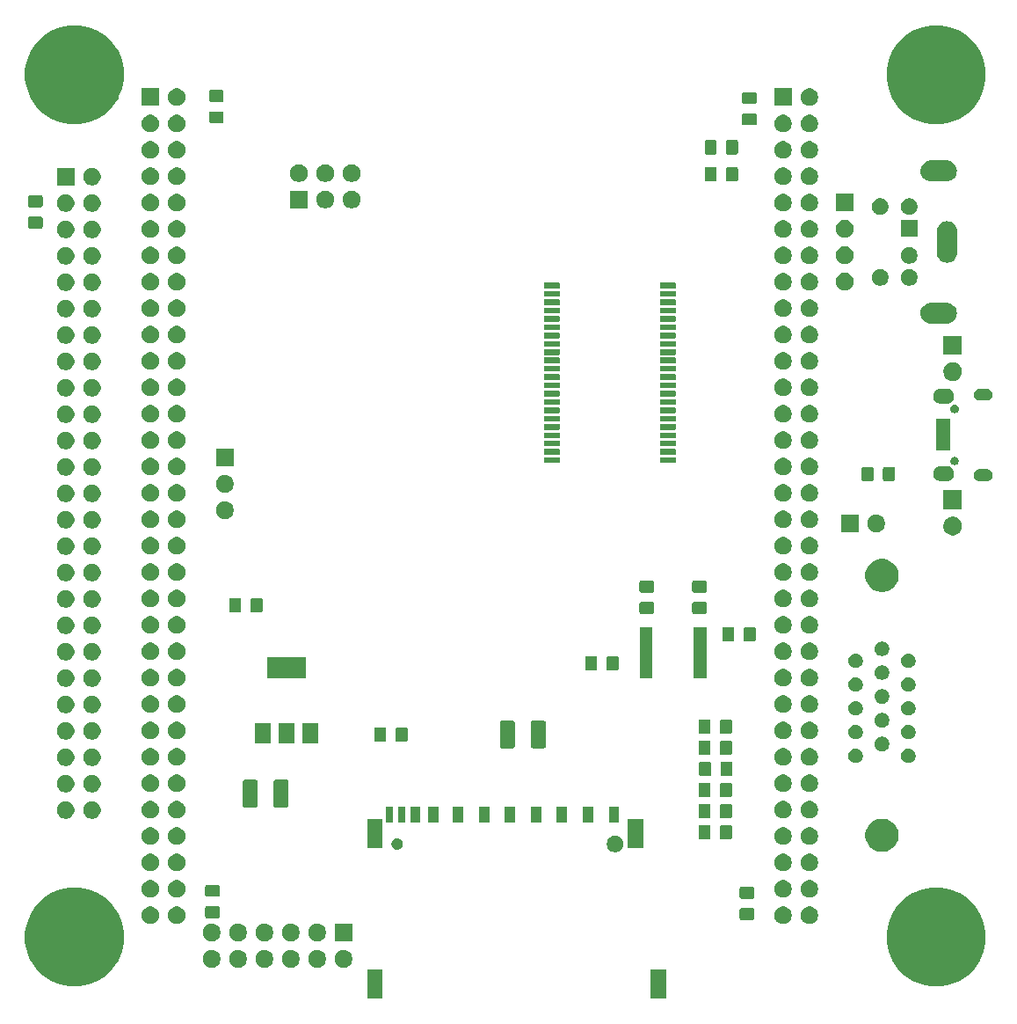
<source format=gbr>
G04 #@! TF.GenerationSoftware,KiCad,Pcbnew,(5.1.5)-3*
G04 #@! TF.CreationDate,2020-02-07T16:31:40-05:00*
G04 #@! TF.ProjectId,RETRO-EP4CE15,52455452-4f2d-4455-9034-434531352e6b,1*
G04 #@! TF.SameCoordinates,Original*
G04 #@! TF.FileFunction,Soldermask,Top*
G04 #@! TF.FilePolarity,Negative*
%FSLAX46Y46*%
G04 Gerber Fmt 4.6, Leading zero omitted, Abs format (unit mm)*
G04 Created by KiCad (PCBNEW (5.1.5)-3) date 2020-02-07 16:31:40*
%MOMM*%
%LPD*%
G04 APERTURE LIST*
%ADD10C,0.152400*%
G04 APERTURE END LIST*
D10*
G36*
X72979000Y-104943000D02*
G01*
X71479000Y-104943000D01*
X71479000Y-102143000D01*
X72979000Y-102143000D01*
X72979000Y-104943000D01*
G37*
G36*
X45679000Y-104943000D02*
G01*
X44179000Y-104943000D01*
X44179000Y-102143000D01*
X45679000Y-102143000D01*
X45679000Y-104943000D01*
G37*
G36*
X17389169Y-94420519D02*
G01*
X18229568Y-94768624D01*
X18255890Y-94779527D01*
X19035917Y-95300724D01*
X19699276Y-95964083D01*
X20220473Y-96744110D01*
X20220474Y-96744112D01*
X20579481Y-97610831D01*
X20762500Y-98530933D01*
X20762500Y-99469067D01*
X20579481Y-100389169D01*
X20253681Y-101175719D01*
X20220473Y-101255890D01*
X19699276Y-102035917D01*
X19035917Y-102699276D01*
X18255890Y-103220473D01*
X18255889Y-103220474D01*
X18255888Y-103220474D01*
X17389169Y-103579481D01*
X16469067Y-103762500D01*
X15530933Y-103762500D01*
X14610831Y-103579481D01*
X13744112Y-103220474D01*
X13744111Y-103220474D01*
X13744110Y-103220473D01*
X12964083Y-102699276D01*
X12300724Y-102035917D01*
X11779527Y-101255890D01*
X11746319Y-101175719D01*
X11420519Y-100389169D01*
X11237500Y-99469067D01*
X11237500Y-98530933D01*
X11420519Y-97610831D01*
X11779526Y-96744112D01*
X11779527Y-96744110D01*
X12300724Y-95964083D01*
X12964083Y-95300724D01*
X13744110Y-94779527D01*
X13770432Y-94768624D01*
X14610831Y-94420519D01*
X15530933Y-94237500D01*
X16469067Y-94237500D01*
X17389169Y-94420519D01*
G37*
G36*
X100389169Y-94420519D02*
G01*
X101229568Y-94768624D01*
X101255890Y-94779527D01*
X102035917Y-95300724D01*
X102699276Y-95964083D01*
X103220473Y-96744110D01*
X103220474Y-96744112D01*
X103579481Y-97610831D01*
X103762500Y-98530933D01*
X103762500Y-99469067D01*
X103579481Y-100389169D01*
X103253681Y-101175719D01*
X103220473Y-101255890D01*
X102699276Y-102035917D01*
X102035917Y-102699276D01*
X101255890Y-103220473D01*
X101255889Y-103220474D01*
X101255888Y-103220474D01*
X100389169Y-103579481D01*
X99469067Y-103762500D01*
X98530933Y-103762500D01*
X97610831Y-103579481D01*
X96744112Y-103220474D01*
X96744111Y-103220474D01*
X96744110Y-103220473D01*
X95964083Y-102699276D01*
X95300724Y-102035917D01*
X94779527Y-101255890D01*
X94746319Y-101175719D01*
X94420519Y-100389169D01*
X94237500Y-99469067D01*
X94237500Y-98530933D01*
X94420519Y-97610831D01*
X94779526Y-96744112D01*
X94779527Y-96744110D01*
X95300724Y-95964083D01*
X95964083Y-95300724D01*
X96744110Y-94779527D01*
X96770432Y-94768624D01*
X97610831Y-94420519D01*
X98530933Y-94237500D01*
X99469067Y-94237500D01*
X100389169Y-94420519D01*
G37*
G36*
X42157935Y-100274664D02*
G01*
X42312624Y-100338739D01*
X42312626Y-100338740D01*
X42451844Y-100431762D01*
X42570238Y-100550156D01*
X42663260Y-100689374D01*
X42663261Y-100689376D01*
X42727336Y-100844065D01*
X42760000Y-101008281D01*
X42760000Y-101175719D01*
X42727336Y-101339935D01*
X42663261Y-101494624D01*
X42663260Y-101494626D01*
X42570238Y-101633844D01*
X42451844Y-101752238D01*
X42312626Y-101845260D01*
X42312625Y-101845261D01*
X42312624Y-101845261D01*
X42157935Y-101909336D01*
X41993719Y-101942000D01*
X41826281Y-101942000D01*
X41662065Y-101909336D01*
X41507376Y-101845261D01*
X41507375Y-101845261D01*
X41507374Y-101845260D01*
X41368156Y-101752238D01*
X41249762Y-101633844D01*
X41156740Y-101494626D01*
X41156739Y-101494624D01*
X41092664Y-101339935D01*
X41060000Y-101175719D01*
X41060000Y-101008281D01*
X41092664Y-100844065D01*
X41156739Y-100689376D01*
X41156740Y-100689374D01*
X41249762Y-100550156D01*
X41368156Y-100431762D01*
X41507374Y-100338740D01*
X41507376Y-100338739D01*
X41662065Y-100274664D01*
X41826281Y-100242000D01*
X41993719Y-100242000D01*
X42157935Y-100274664D01*
G37*
G36*
X39617935Y-100274664D02*
G01*
X39772624Y-100338739D01*
X39772626Y-100338740D01*
X39911844Y-100431762D01*
X40030238Y-100550156D01*
X40123260Y-100689374D01*
X40123261Y-100689376D01*
X40187336Y-100844065D01*
X40220000Y-101008281D01*
X40220000Y-101175719D01*
X40187336Y-101339935D01*
X40123261Y-101494624D01*
X40123260Y-101494626D01*
X40030238Y-101633844D01*
X39911844Y-101752238D01*
X39772626Y-101845260D01*
X39772625Y-101845261D01*
X39772624Y-101845261D01*
X39617935Y-101909336D01*
X39453719Y-101942000D01*
X39286281Y-101942000D01*
X39122065Y-101909336D01*
X38967376Y-101845261D01*
X38967375Y-101845261D01*
X38967374Y-101845260D01*
X38828156Y-101752238D01*
X38709762Y-101633844D01*
X38616740Y-101494626D01*
X38616739Y-101494624D01*
X38552664Y-101339935D01*
X38520000Y-101175719D01*
X38520000Y-101008281D01*
X38552664Y-100844065D01*
X38616739Y-100689376D01*
X38616740Y-100689374D01*
X38709762Y-100550156D01*
X38828156Y-100431762D01*
X38967374Y-100338740D01*
X38967376Y-100338739D01*
X39122065Y-100274664D01*
X39286281Y-100242000D01*
X39453719Y-100242000D01*
X39617935Y-100274664D01*
G37*
G36*
X37077935Y-100274664D02*
G01*
X37232624Y-100338739D01*
X37232626Y-100338740D01*
X37371844Y-100431762D01*
X37490238Y-100550156D01*
X37583260Y-100689374D01*
X37583261Y-100689376D01*
X37647336Y-100844065D01*
X37680000Y-101008281D01*
X37680000Y-101175719D01*
X37647336Y-101339935D01*
X37583261Y-101494624D01*
X37583260Y-101494626D01*
X37490238Y-101633844D01*
X37371844Y-101752238D01*
X37232626Y-101845260D01*
X37232625Y-101845261D01*
X37232624Y-101845261D01*
X37077935Y-101909336D01*
X36913719Y-101942000D01*
X36746281Y-101942000D01*
X36582065Y-101909336D01*
X36427376Y-101845261D01*
X36427375Y-101845261D01*
X36427374Y-101845260D01*
X36288156Y-101752238D01*
X36169762Y-101633844D01*
X36076740Y-101494626D01*
X36076739Y-101494624D01*
X36012664Y-101339935D01*
X35980000Y-101175719D01*
X35980000Y-101008281D01*
X36012664Y-100844065D01*
X36076739Y-100689376D01*
X36076740Y-100689374D01*
X36169762Y-100550156D01*
X36288156Y-100431762D01*
X36427374Y-100338740D01*
X36427376Y-100338739D01*
X36582065Y-100274664D01*
X36746281Y-100242000D01*
X36913719Y-100242000D01*
X37077935Y-100274664D01*
G37*
G36*
X34537935Y-100274664D02*
G01*
X34692624Y-100338739D01*
X34692626Y-100338740D01*
X34831844Y-100431762D01*
X34950238Y-100550156D01*
X35043260Y-100689374D01*
X35043261Y-100689376D01*
X35107336Y-100844065D01*
X35140000Y-101008281D01*
X35140000Y-101175719D01*
X35107336Y-101339935D01*
X35043261Y-101494624D01*
X35043260Y-101494626D01*
X34950238Y-101633844D01*
X34831844Y-101752238D01*
X34692626Y-101845260D01*
X34692625Y-101845261D01*
X34692624Y-101845261D01*
X34537935Y-101909336D01*
X34373719Y-101942000D01*
X34206281Y-101942000D01*
X34042065Y-101909336D01*
X33887376Y-101845261D01*
X33887375Y-101845261D01*
X33887374Y-101845260D01*
X33748156Y-101752238D01*
X33629762Y-101633844D01*
X33536740Y-101494626D01*
X33536739Y-101494624D01*
X33472664Y-101339935D01*
X33440000Y-101175719D01*
X33440000Y-101008281D01*
X33472664Y-100844065D01*
X33536739Y-100689376D01*
X33536740Y-100689374D01*
X33629762Y-100550156D01*
X33748156Y-100431762D01*
X33887374Y-100338740D01*
X33887376Y-100338739D01*
X34042065Y-100274664D01*
X34206281Y-100242000D01*
X34373719Y-100242000D01*
X34537935Y-100274664D01*
G37*
G36*
X29457935Y-100274664D02*
G01*
X29612624Y-100338739D01*
X29612626Y-100338740D01*
X29751844Y-100431762D01*
X29870238Y-100550156D01*
X29963260Y-100689374D01*
X29963261Y-100689376D01*
X30027336Y-100844065D01*
X30060000Y-101008281D01*
X30060000Y-101175719D01*
X30027336Y-101339935D01*
X29963261Y-101494624D01*
X29963260Y-101494626D01*
X29870238Y-101633844D01*
X29751844Y-101752238D01*
X29612626Y-101845260D01*
X29612625Y-101845261D01*
X29612624Y-101845261D01*
X29457935Y-101909336D01*
X29293719Y-101942000D01*
X29126281Y-101942000D01*
X28962065Y-101909336D01*
X28807376Y-101845261D01*
X28807375Y-101845261D01*
X28807374Y-101845260D01*
X28668156Y-101752238D01*
X28549762Y-101633844D01*
X28456740Y-101494626D01*
X28456739Y-101494624D01*
X28392664Y-101339935D01*
X28360000Y-101175719D01*
X28360000Y-101008281D01*
X28392664Y-100844065D01*
X28456739Y-100689376D01*
X28456740Y-100689374D01*
X28549762Y-100550156D01*
X28668156Y-100431762D01*
X28807374Y-100338740D01*
X28807376Y-100338739D01*
X28962065Y-100274664D01*
X29126281Y-100242000D01*
X29293719Y-100242000D01*
X29457935Y-100274664D01*
G37*
G36*
X31997935Y-100274664D02*
G01*
X32152624Y-100338739D01*
X32152626Y-100338740D01*
X32291844Y-100431762D01*
X32410238Y-100550156D01*
X32503260Y-100689374D01*
X32503261Y-100689376D01*
X32567336Y-100844065D01*
X32600000Y-101008281D01*
X32600000Y-101175719D01*
X32567336Y-101339935D01*
X32503261Y-101494624D01*
X32503260Y-101494626D01*
X32410238Y-101633844D01*
X32291844Y-101752238D01*
X32152626Y-101845260D01*
X32152625Y-101845261D01*
X32152624Y-101845261D01*
X31997935Y-101909336D01*
X31833719Y-101942000D01*
X31666281Y-101942000D01*
X31502065Y-101909336D01*
X31347376Y-101845261D01*
X31347375Y-101845261D01*
X31347374Y-101845260D01*
X31208156Y-101752238D01*
X31089762Y-101633844D01*
X30996740Y-101494626D01*
X30996739Y-101494624D01*
X30932664Y-101339935D01*
X30900000Y-101175719D01*
X30900000Y-101008281D01*
X30932664Y-100844065D01*
X30996739Y-100689376D01*
X30996740Y-100689374D01*
X31089762Y-100550156D01*
X31208156Y-100431762D01*
X31347374Y-100338740D01*
X31347376Y-100338739D01*
X31502065Y-100274664D01*
X31666281Y-100242000D01*
X31833719Y-100242000D01*
X31997935Y-100274664D01*
G37*
G36*
X34537935Y-97734664D02*
G01*
X34692624Y-97798739D01*
X34692626Y-97798740D01*
X34831844Y-97891762D01*
X34950238Y-98010156D01*
X35043260Y-98149374D01*
X35043261Y-98149376D01*
X35107336Y-98304065D01*
X35140000Y-98468281D01*
X35140000Y-98635719D01*
X35107336Y-98799935D01*
X35043261Y-98954624D01*
X35043260Y-98954626D01*
X34950238Y-99093844D01*
X34831844Y-99212238D01*
X34692626Y-99305260D01*
X34692625Y-99305261D01*
X34692624Y-99305261D01*
X34537935Y-99369336D01*
X34373719Y-99402000D01*
X34206281Y-99402000D01*
X34042065Y-99369336D01*
X33887376Y-99305261D01*
X33887375Y-99305261D01*
X33887374Y-99305260D01*
X33748156Y-99212238D01*
X33629762Y-99093844D01*
X33536740Y-98954626D01*
X33536739Y-98954624D01*
X33472664Y-98799935D01*
X33440000Y-98635719D01*
X33440000Y-98468281D01*
X33472664Y-98304065D01*
X33536739Y-98149376D01*
X33536740Y-98149374D01*
X33629762Y-98010156D01*
X33748156Y-97891762D01*
X33887374Y-97798740D01*
X33887376Y-97798739D01*
X34042065Y-97734664D01*
X34206281Y-97702000D01*
X34373719Y-97702000D01*
X34537935Y-97734664D01*
G37*
G36*
X31997935Y-97734664D02*
G01*
X32152624Y-97798739D01*
X32152626Y-97798740D01*
X32291844Y-97891762D01*
X32410238Y-98010156D01*
X32503260Y-98149374D01*
X32503261Y-98149376D01*
X32567336Y-98304065D01*
X32600000Y-98468281D01*
X32600000Y-98635719D01*
X32567336Y-98799935D01*
X32503261Y-98954624D01*
X32503260Y-98954626D01*
X32410238Y-99093844D01*
X32291844Y-99212238D01*
X32152626Y-99305260D01*
X32152625Y-99305261D01*
X32152624Y-99305261D01*
X31997935Y-99369336D01*
X31833719Y-99402000D01*
X31666281Y-99402000D01*
X31502065Y-99369336D01*
X31347376Y-99305261D01*
X31347375Y-99305261D01*
X31347374Y-99305260D01*
X31208156Y-99212238D01*
X31089762Y-99093844D01*
X30996740Y-98954626D01*
X30996739Y-98954624D01*
X30932664Y-98799935D01*
X30900000Y-98635719D01*
X30900000Y-98468281D01*
X30932664Y-98304065D01*
X30996739Y-98149376D01*
X30996740Y-98149374D01*
X31089762Y-98010156D01*
X31208156Y-97891762D01*
X31347374Y-97798740D01*
X31347376Y-97798739D01*
X31502065Y-97734664D01*
X31666281Y-97702000D01*
X31833719Y-97702000D01*
X31997935Y-97734664D01*
G37*
G36*
X37077935Y-97734664D02*
G01*
X37232624Y-97798739D01*
X37232626Y-97798740D01*
X37371844Y-97891762D01*
X37490238Y-98010156D01*
X37583260Y-98149374D01*
X37583261Y-98149376D01*
X37647336Y-98304065D01*
X37680000Y-98468281D01*
X37680000Y-98635719D01*
X37647336Y-98799935D01*
X37583261Y-98954624D01*
X37583260Y-98954626D01*
X37490238Y-99093844D01*
X37371844Y-99212238D01*
X37232626Y-99305260D01*
X37232625Y-99305261D01*
X37232624Y-99305261D01*
X37077935Y-99369336D01*
X36913719Y-99402000D01*
X36746281Y-99402000D01*
X36582065Y-99369336D01*
X36427376Y-99305261D01*
X36427375Y-99305261D01*
X36427374Y-99305260D01*
X36288156Y-99212238D01*
X36169762Y-99093844D01*
X36076740Y-98954626D01*
X36076739Y-98954624D01*
X36012664Y-98799935D01*
X35980000Y-98635719D01*
X35980000Y-98468281D01*
X36012664Y-98304065D01*
X36076739Y-98149376D01*
X36076740Y-98149374D01*
X36169762Y-98010156D01*
X36288156Y-97891762D01*
X36427374Y-97798740D01*
X36427376Y-97798739D01*
X36582065Y-97734664D01*
X36746281Y-97702000D01*
X36913719Y-97702000D01*
X37077935Y-97734664D01*
G37*
G36*
X39617935Y-97734664D02*
G01*
X39772624Y-97798739D01*
X39772626Y-97798740D01*
X39911844Y-97891762D01*
X40030238Y-98010156D01*
X40123260Y-98149374D01*
X40123261Y-98149376D01*
X40187336Y-98304065D01*
X40220000Y-98468281D01*
X40220000Y-98635719D01*
X40187336Y-98799935D01*
X40123261Y-98954624D01*
X40123260Y-98954626D01*
X40030238Y-99093844D01*
X39911844Y-99212238D01*
X39772626Y-99305260D01*
X39772625Y-99305261D01*
X39772624Y-99305261D01*
X39617935Y-99369336D01*
X39453719Y-99402000D01*
X39286281Y-99402000D01*
X39122065Y-99369336D01*
X38967376Y-99305261D01*
X38967375Y-99305261D01*
X38967374Y-99305260D01*
X38828156Y-99212238D01*
X38709762Y-99093844D01*
X38616740Y-98954626D01*
X38616739Y-98954624D01*
X38552664Y-98799935D01*
X38520000Y-98635719D01*
X38520000Y-98468281D01*
X38552664Y-98304065D01*
X38616739Y-98149376D01*
X38616740Y-98149374D01*
X38709762Y-98010156D01*
X38828156Y-97891762D01*
X38967374Y-97798740D01*
X38967376Y-97798739D01*
X39122065Y-97734664D01*
X39286281Y-97702000D01*
X39453719Y-97702000D01*
X39617935Y-97734664D01*
G37*
G36*
X42760000Y-99402000D02*
G01*
X41060000Y-99402000D01*
X41060000Y-97702000D01*
X42760000Y-97702000D01*
X42760000Y-99402000D01*
G37*
G36*
X29457935Y-97734664D02*
G01*
X29612624Y-97798739D01*
X29612626Y-97798740D01*
X29751844Y-97891762D01*
X29870238Y-98010156D01*
X29963260Y-98149374D01*
X29963261Y-98149376D01*
X30027336Y-98304065D01*
X30060000Y-98468281D01*
X30060000Y-98635719D01*
X30027336Y-98799935D01*
X29963261Y-98954624D01*
X29963260Y-98954626D01*
X29870238Y-99093844D01*
X29751844Y-99212238D01*
X29612626Y-99305260D01*
X29612625Y-99305261D01*
X29612624Y-99305261D01*
X29457935Y-99369336D01*
X29293719Y-99402000D01*
X29126281Y-99402000D01*
X28962065Y-99369336D01*
X28807376Y-99305261D01*
X28807375Y-99305261D01*
X28807374Y-99305260D01*
X28668156Y-99212238D01*
X28549762Y-99093844D01*
X28456740Y-98954626D01*
X28456739Y-98954624D01*
X28392664Y-98799935D01*
X28360000Y-98635719D01*
X28360000Y-98468281D01*
X28392664Y-98304065D01*
X28456739Y-98149376D01*
X28456740Y-98149374D01*
X28549762Y-98010156D01*
X28668156Y-97891762D01*
X28807374Y-97798740D01*
X28807376Y-97798739D01*
X28962065Y-97734664D01*
X29126281Y-97702000D01*
X29293719Y-97702000D01*
X29457935Y-97734664D01*
G37*
G36*
X87037935Y-96088664D02*
G01*
X87192624Y-96152739D01*
X87192626Y-96152740D01*
X87331844Y-96245762D01*
X87450238Y-96364156D01*
X87543260Y-96503374D01*
X87543261Y-96503376D01*
X87607336Y-96658065D01*
X87640000Y-96822281D01*
X87640000Y-96989719D01*
X87607336Y-97153935D01*
X87586734Y-97203671D01*
X87543260Y-97308626D01*
X87450238Y-97447844D01*
X87331844Y-97566238D01*
X87192626Y-97659260D01*
X87192625Y-97659261D01*
X87192624Y-97659261D01*
X87037935Y-97723336D01*
X86873719Y-97756000D01*
X86706281Y-97756000D01*
X86542065Y-97723336D01*
X86387376Y-97659261D01*
X86387375Y-97659261D01*
X86387374Y-97659260D01*
X86248156Y-97566238D01*
X86129762Y-97447844D01*
X86036740Y-97308626D01*
X85993266Y-97203671D01*
X85972664Y-97153935D01*
X85940000Y-96989719D01*
X85940000Y-96822281D01*
X85972664Y-96658065D01*
X86036739Y-96503376D01*
X86036740Y-96503374D01*
X86129762Y-96364156D01*
X86248156Y-96245762D01*
X86387374Y-96152740D01*
X86387376Y-96152739D01*
X86542065Y-96088664D01*
X86706281Y-96056000D01*
X86873719Y-96056000D01*
X87037935Y-96088664D01*
G37*
G36*
X84497935Y-96088664D02*
G01*
X84652624Y-96152739D01*
X84652626Y-96152740D01*
X84791844Y-96245762D01*
X84910238Y-96364156D01*
X85003260Y-96503374D01*
X85003261Y-96503376D01*
X85067336Y-96658065D01*
X85100000Y-96822281D01*
X85100000Y-96989719D01*
X85067336Y-97153935D01*
X85046734Y-97203671D01*
X85003260Y-97308626D01*
X84910238Y-97447844D01*
X84791844Y-97566238D01*
X84652626Y-97659260D01*
X84652625Y-97659261D01*
X84652624Y-97659261D01*
X84497935Y-97723336D01*
X84333719Y-97756000D01*
X84166281Y-97756000D01*
X84002065Y-97723336D01*
X83847376Y-97659261D01*
X83847375Y-97659261D01*
X83847374Y-97659260D01*
X83708156Y-97566238D01*
X83589762Y-97447844D01*
X83496740Y-97308626D01*
X83453266Y-97203671D01*
X83432664Y-97153935D01*
X83400000Y-96989719D01*
X83400000Y-96822281D01*
X83432664Y-96658065D01*
X83496739Y-96503376D01*
X83496740Y-96503374D01*
X83589762Y-96364156D01*
X83708156Y-96245762D01*
X83847374Y-96152740D01*
X83847376Y-96152739D01*
X84002065Y-96088664D01*
X84166281Y-96056000D01*
X84333719Y-96056000D01*
X84497935Y-96088664D01*
G37*
G36*
X26097935Y-96088664D02*
G01*
X26252624Y-96152739D01*
X26252626Y-96152740D01*
X26391844Y-96245762D01*
X26510238Y-96364156D01*
X26603260Y-96503374D01*
X26603261Y-96503376D01*
X26667336Y-96658065D01*
X26700000Y-96822281D01*
X26700000Y-96989719D01*
X26667336Y-97153935D01*
X26646734Y-97203671D01*
X26603260Y-97308626D01*
X26510238Y-97447844D01*
X26391844Y-97566238D01*
X26252626Y-97659260D01*
X26252625Y-97659261D01*
X26252624Y-97659261D01*
X26097935Y-97723336D01*
X25933719Y-97756000D01*
X25766281Y-97756000D01*
X25602065Y-97723336D01*
X25447376Y-97659261D01*
X25447375Y-97659261D01*
X25447374Y-97659260D01*
X25308156Y-97566238D01*
X25189762Y-97447844D01*
X25096740Y-97308626D01*
X25053266Y-97203671D01*
X25032664Y-97153935D01*
X25000000Y-96989719D01*
X25000000Y-96822281D01*
X25032664Y-96658065D01*
X25096739Y-96503376D01*
X25096740Y-96503374D01*
X25189762Y-96364156D01*
X25308156Y-96245762D01*
X25447374Y-96152740D01*
X25447376Y-96152739D01*
X25602065Y-96088664D01*
X25766281Y-96056000D01*
X25933719Y-96056000D01*
X26097935Y-96088664D01*
G37*
G36*
X23557935Y-96088664D02*
G01*
X23712624Y-96152739D01*
X23712626Y-96152740D01*
X23851844Y-96245762D01*
X23970238Y-96364156D01*
X24063260Y-96503374D01*
X24063261Y-96503376D01*
X24127336Y-96658065D01*
X24160000Y-96822281D01*
X24160000Y-96989719D01*
X24127336Y-97153935D01*
X24106734Y-97203671D01*
X24063260Y-97308626D01*
X23970238Y-97447844D01*
X23851844Y-97566238D01*
X23712626Y-97659260D01*
X23712625Y-97659261D01*
X23712624Y-97659261D01*
X23557935Y-97723336D01*
X23393719Y-97756000D01*
X23226281Y-97756000D01*
X23062065Y-97723336D01*
X22907376Y-97659261D01*
X22907375Y-97659261D01*
X22907374Y-97659260D01*
X22768156Y-97566238D01*
X22649762Y-97447844D01*
X22556740Y-97308626D01*
X22513266Y-97203671D01*
X22492664Y-97153935D01*
X22460000Y-96989719D01*
X22460000Y-96822281D01*
X22492664Y-96658065D01*
X22556739Y-96503376D01*
X22556740Y-96503374D01*
X22649762Y-96364156D01*
X22768156Y-96245762D01*
X22907374Y-96152740D01*
X22907376Y-96152739D01*
X23062065Y-96088664D01*
X23226281Y-96056000D01*
X23393719Y-96056000D01*
X23557935Y-96088664D01*
G37*
G36*
X81327522Y-96212039D02*
G01*
X81361057Y-96222212D01*
X81391956Y-96238728D01*
X81419043Y-96260957D01*
X81441272Y-96288044D01*
X81457788Y-96318943D01*
X81467961Y-96352478D01*
X81472000Y-96393487D01*
X81472000Y-97172513D01*
X81467961Y-97213522D01*
X81457788Y-97247057D01*
X81441272Y-97277956D01*
X81419043Y-97305043D01*
X81391956Y-97327272D01*
X81361057Y-97343788D01*
X81327522Y-97353961D01*
X81286513Y-97358000D01*
X80257487Y-97358000D01*
X80216478Y-97353961D01*
X80182943Y-97343788D01*
X80152044Y-97327272D01*
X80124957Y-97305043D01*
X80102728Y-97277956D01*
X80086212Y-97247057D01*
X80076039Y-97213522D01*
X80072000Y-97172513D01*
X80072000Y-96393487D01*
X80076039Y-96352478D01*
X80086212Y-96318943D01*
X80102728Y-96288044D01*
X80124957Y-96260957D01*
X80152044Y-96238728D01*
X80182943Y-96222212D01*
X80216478Y-96212039D01*
X80257487Y-96208000D01*
X81286513Y-96208000D01*
X81327522Y-96212039D01*
G37*
G36*
X29841722Y-96034239D02*
G01*
X29875257Y-96044412D01*
X29906156Y-96060928D01*
X29933243Y-96083157D01*
X29955472Y-96110244D01*
X29971988Y-96141143D01*
X29982161Y-96174678D01*
X29986200Y-96215687D01*
X29986200Y-96994713D01*
X29982161Y-97035722D01*
X29971988Y-97069257D01*
X29955472Y-97100156D01*
X29933243Y-97127243D01*
X29906156Y-97149472D01*
X29875257Y-97165988D01*
X29841722Y-97176161D01*
X29800713Y-97180200D01*
X28771687Y-97180200D01*
X28730678Y-97176161D01*
X28697143Y-97165988D01*
X28666244Y-97149472D01*
X28639157Y-97127243D01*
X28616928Y-97100156D01*
X28600412Y-97069257D01*
X28590239Y-97035722D01*
X28586200Y-96994713D01*
X28586200Y-96215687D01*
X28590239Y-96174678D01*
X28600412Y-96141143D01*
X28616928Y-96110244D01*
X28639157Y-96083157D01*
X28666244Y-96060928D01*
X28697143Y-96044412D01*
X28730678Y-96034239D01*
X28771687Y-96030200D01*
X29800713Y-96030200D01*
X29841722Y-96034239D01*
G37*
G36*
X81327522Y-94162039D02*
G01*
X81361057Y-94172212D01*
X81391956Y-94188728D01*
X81419043Y-94210957D01*
X81441272Y-94238044D01*
X81457788Y-94268943D01*
X81467961Y-94302478D01*
X81472000Y-94343487D01*
X81472000Y-95122513D01*
X81467961Y-95163522D01*
X81457788Y-95197057D01*
X81441272Y-95227956D01*
X81419043Y-95255043D01*
X81391956Y-95277272D01*
X81361057Y-95293788D01*
X81327522Y-95303961D01*
X81286513Y-95308000D01*
X80257487Y-95308000D01*
X80216478Y-95303961D01*
X80182943Y-95293788D01*
X80152044Y-95277272D01*
X80124957Y-95255043D01*
X80102728Y-95227956D01*
X80086212Y-95197057D01*
X80076039Y-95163522D01*
X80072000Y-95122513D01*
X80072000Y-94343487D01*
X80076039Y-94302478D01*
X80086212Y-94268943D01*
X80102728Y-94238044D01*
X80124957Y-94210957D01*
X80152044Y-94188728D01*
X80182943Y-94172212D01*
X80216478Y-94162039D01*
X80257487Y-94158000D01*
X81286513Y-94158000D01*
X81327522Y-94162039D01*
G37*
G36*
X84497935Y-93548664D02*
G01*
X84652624Y-93612739D01*
X84652626Y-93612740D01*
X84791844Y-93705762D01*
X84910238Y-93824156D01*
X85003260Y-93963374D01*
X85003261Y-93963376D01*
X85067336Y-94118065D01*
X85100000Y-94282281D01*
X85100000Y-94449719D01*
X85067336Y-94613935D01*
X85003261Y-94768624D01*
X85003260Y-94768626D01*
X84910238Y-94907844D01*
X84791844Y-95026238D01*
X84652626Y-95119260D01*
X84652625Y-95119261D01*
X84652624Y-95119261D01*
X84497935Y-95183336D01*
X84333719Y-95216000D01*
X84166281Y-95216000D01*
X84002065Y-95183336D01*
X83847376Y-95119261D01*
X83847375Y-95119261D01*
X83847374Y-95119260D01*
X83708156Y-95026238D01*
X83589762Y-94907844D01*
X83496740Y-94768626D01*
X83496739Y-94768624D01*
X83432664Y-94613935D01*
X83400000Y-94449719D01*
X83400000Y-94282281D01*
X83432664Y-94118065D01*
X83496739Y-93963376D01*
X83496740Y-93963374D01*
X83589762Y-93824156D01*
X83708156Y-93705762D01*
X83847374Y-93612740D01*
X83847376Y-93612739D01*
X84002065Y-93548664D01*
X84166281Y-93516000D01*
X84333719Y-93516000D01*
X84497935Y-93548664D01*
G37*
G36*
X87037935Y-93548664D02*
G01*
X87192624Y-93612739D01*
X87192626Y-93612740D01*
X87331844Y-93705762D01*
X87450238Y-93824156D01*
X87543260Y-93963374D01*
X87543261Y-93963376D01*
X87607336Y-94118065D01*
X87640000Y-94282281D01*
X87640000Y-94449719D01*
X87607336Y-94613935D01*
X87543261Y-94768624D01*
X87543260Y-94768626D01*
X87450238Y-94907844D01*
X87331844Y-95026238D01*
X87192626Y-95119260D01*
X87192625Y-95119261D01*
X87192624Y-95119261D01*
X87037935Y-95183336D01*
X86873719Y-95216000D01*
X86706281Y-95216000D01*
X86542065Y-95183336D01*
X86387376Y-95119261D01*
X86387375Y-95119261D01*
X86387374Y-95119260D01*
X86248156Y-95026238D01*
X86129762Y-94907844D01*
X86036740Y-94768626D01*
X86036739Y-94768624D01*
X85972664Y-94613935D01*
X85940000Y-94449719D01*
X85940000Y-94282281D01*
X85972664Y-94118065D01*
X86036739Y-93963376D01*
X86036740Y-93963374D01*
X86129762Y-93824156D01*
X86248156Y-93705762D01*
X86387374Y-93612740D01*
X86387376Y-93612739D01*
X86542065Y-93548664D01*
X86706281Y-93516000D01*
X86873719Y-93516000D01*
X87037935Y-93548664D01*
G37*
G36*
X26097935Y-93548664D02*
G01*
X26252624Y-93612739D01*
X26252626Y-93612740D01*
X26391844Y-93705762D01*
X26510238Y-93824156D01*
X26603260Y-93963374D01*
X26603261Y-93963376D01*
X26667336Y-94118065D01*
X26700000Y-94282281D01*
X26700000Y-94449719D01*
X26667336Y-94613935D01*
X26603261Y-94768624D01*
X26603260Y-94768626D01*
X26510238Y-94907844D01*
X26391844Y-95026238D01*
X26252626Y-95119260D01*
X26252625Y-95119261D01*
X26252624Y-95119261D01*
X26097935Y-95183336D01*
X25933719Y-95216000D01*
X25766281Y-95216000D01*
X25602065Y-95183336D01*
X25447376Y-95119261D01*
X25447375Y-95119261D01*
X25447374Y-95119260D01*
X25308156Y-95026238D01*
X25189762Y-94907844D01*
X25096740Y-94768626D01*
X25096739Y-94768624D01*
X25032664Y-94613935D01*
X25000000Y-94449719D01*
X25000000Y-94282281D01*
X25032664Y-94118065D01*
X25096739Y-93963376D01*
X25096740Y-93963374D01*
X25189762Y-93824156D01*
X25308156Y-93705762D01*
X25447374Y-93612740D01*
X25447376Y-93612739D01*
X25602065Y-93548664D01*
X25766281Y-93516000D01*
X25933719Y-93516000D01*
X26097935Y-93548664D01*
G37*
G36*
X23557935Y-93548664D02*
G01*
X23712624Y-93612739D01*
X23712626Y-93612740D01*
X23851844Y-93705762D01*
X23970238Y-93824156D01*
X24063260Y-93963374D01*
X24063261Y-93963376D01*
X24127336Y-94118065D01*
X24160000Y-94282281D01*
X24160000Y-94449719D01*
X24127336Y-94613935D01*
X24063261Y-94768624D01*
X24063260Y-94768626D01*
X23970238Y-94907844D01*
X23851844Y-95026238D01*
X23712626Y-95119260D01*
X23712625Y-95119261D01*
X23712624Y-95119261D01*
X23557935Y-95183336D01*
X23393719Y-95216000D01*
X23226281Y-95216000D01*
X23062065Y-95183336D01*
X22907376Y-95119261D01*
X22907375Y-95119261D01*
X22907374Y-95119260D01*
X22768156Y-95026238D01*
X22649762Y-94907844D01*
X22556740Y-94768626D01*
X22556739Y-94768624D01*
X22492664Y-94613935D01*
X22460000Y-94449719D01*
X22460000Y-94282281D01*
X22492664Y-94118065D01*
X22556739Y-93963376D01*
X22556740Y-93963374D01*
X22649762Y-93824156D01*
X22768156Y-93705762D01*
X22907374Y-93612740D01*
X22907376Y-93612739D01*
X23062065Y-93548664D01*
X23226281Y-93516000D01*
X23393719Y-93516000D01*
X23557935Y-93548664D01*
G37*
G36*
X29841722Y-93984239D02*
G01*
X29875257Y-93994412D01*
X29906156Y-94010928D01*
X29933243Y-94033157D01*
X29955472Y-94060244D01*
X29971988Y-94091143D01*
X29982161Y-94124678D01*
X29986200Y-94165687D01*
X29986200Y-94944713D01*
X29982161Y-94985722D01*
X29971988Y-95019257D01*
X29955472Y-95050156D01*
X29933243Y-95077243D01*
X29906156Y-95099472D01*
X29875257Y-95115988D01*
X29841722Y-95126161D01*
X29800713Y-95130200D01*
X28771687Y-95130200D01*
X28730678Y-95126161D01*
X28697143Y-95115988D01*
X28666244Y-95099472D01*
X28639157Y-95077243D01*
X28616928Y-95050156D01*
X28600412Y-95019257D01*
X28590239Y-94985722D01*
X28586200Y-94944713D01*
X28586200Y-94165687D01*
X28590239Y-94124678D01*
X28600412Y-94091143D01*
X28616928Y-94060244D01*
X28639157Y-94033157D01*
X28666244Y-94010928D01*
X28697143Y-93994412D01*
X28730678Y-93984239D01*
X28771687Y-93980200D01*
X29800713Y-93980200D01*
X29841722Y-93984239D01*
G37*
G36*
X84497935Y-91008664D02*
G01*
X84652624Y-91072739D01*
X84652626Y-91072740D01*
X84791844Y-91165762D01*
X84910238Y-91284156D01*
X85003260Y-91423374D01*
X85003261Y-91423376D01*
X85067336Y-91578065D01*
X85100000Y-91742281D01*
X85100000Y-91909719D01*
X85067336Y-92073935D01*
X85003261Y-92228624D01*
X85003260Y-92228626D01*
X84910238Y-92367844D01*
X84791844Y-92486238D01*
X84652626Y-92579260D01*
X84652625Y-92579261D01*
X84652624Y-92579261D01*
X84497935Y-92643336D01*
X84333719Y-92676000D01*
X84166281Y-92676000D01*
X84002065Y-92643336D01*
X83847376Y-92579261D01*
X83847375Y-92579261D01*
X83847374Y-92579260D01*
X83708156Y-92486238D01*
X83589762Y-92367844D01*
X83496740Y-92228626D01*
X83496739Y-92228624D01*
X83432664Y-92073935D01*
X83400000Y-91909719D01*
X83400000Y-91742281D01*
X83432664Y-91578065D01*
X83496739Y-91423376D01*
X83496740Y-91423374D01*
X83589762Y-91284156D01*
X83708156Y-91165762D01*
X83847374Y-91072740D01*
X83847376Y-91072739D01*
X84002065Y-91008664D01*
X84166281Y-90976000D01*
X84333719Y-90976000D01*
X84497935Y-91008664D01*
G37*
G36*
X87037935Y-91008664D02*
G01*
X87192624Y-91072739D01*
X87192626Y-91072740D01*
X87331844Y-91165762D01*
X87450238Y-91284156D01*
X87543260Y-91423374D01*
X87543261Y-91423376D01*
X87607336Y-91578065D01*
X87640000Y-91742281D01*
X87640000Y-91909719D01*
X87607336Y-92073935D01*
X87543261Y-92228624D01*
X87543260Y-92228626D01*
X87450238Y-92367844D01*
X87331844Y-92486238D01*
X87192626Y-92579260D01*
X87192625Y-92579261D01*
X87192624Y-92579261D01*
X87037935Y-92643336D01*
X86873719Y-92676000D01*
X86706281Y-92676000D01*
X86542065Y-92643336D01*
X86387376Y-92579261D01*
X86387375Y-92579261D01*
X86387374Y-92579260D01*
X86248156Y-92486238D01*
X86129762Y-92367844D01*
X86036740Y-92228626D01*
X86036739Y-92228624D01*
X85972664Y-92073935D01*
X85940000Y-91909719D01*
X85940000Y-91742281D01*
X85972664Y-91578065D01*
X86036739Y-91423376D01*
X86036740Y-91423374D01*
X86129762Y-91284156D01*
X86248156Y-91165762D01*
X86387374Y-91072740D01*
X86387376Y-91072739D01*
X86542065Y-91008664D01*
X86706281Y-90976000D01*
X86873719Y-90976000D01*
X87037935Y-91008664D01*
G37*
G36*
X26097935Y-91008664D02*
G01*
X26252624Y-91072739D01*
X26252626Y-91072740D01*
X26391844Y-91165762D01*
X26510238Y-91284156D01*
X26603260Y-91423374D01*
X26603261Y-91423376D01*
X26667336Y-91578065D01*
X26700000Y-91742281D01*
X26700000Y-91909719D01*
X26667336Y-92073935D01*
X26603261Y-92228624D01*
X26603260Y-92228626D01*
X26510238Y-92367844D01*
X26391844Y-92486238D01*
X26252626Y-92579260D01*
X26252625Y-92579261D01*
X26252624Y-92579261D01*
X26097935Y-92643336D01*
X25933719Y-92676000D01*
X25766281Y-92676000D01*
X25602065Y-92643336D01*
X25447376Y-92579261D01*
X25447375Y-92579261D01*
X25447374Y-92579260D01*
X25308156Y-92486238D01*
X25189762Y-92367844D01*
X25096740Y-92228626D01*
X25096739Y-92228624D01*
X25032664Y-92073935D01*
X25000000Y-91909719D01*
X25000000Y-91742281D01*
X25032664Y-91578065D01*
X25096739Y-91423376D01*
X25096740Y-91423374D01*
X25189762Y-91284156D01*
X25308156Y-91165762D01*
X25447374Y-91072740D01*
X25447376Y-91072739D01*
X25602065Y-91008664D01*
X25766281Y-90976000D01*
X25933719Y-90976000D01*
X26097935Y-91008664D01*
G37*
G36*
X23557935Y-91008664D02*
G01*
X23712624Y-91072739D01*
X23712626Y-91072740D01*
X23851844Y-91165762D01*
X23970238Y-91284156D01*
X24063260Y-91423374D01*
X24063261Y-91423376D01*
X24127336Y-91578065D01*
X24160000Y-91742281D01*
X24160000Y-91909719D01*
X24127336Y-92073935D01*
X24063261Y-92228624D01*
X24063260Y-92228626D01*
X23970238Y-92367844D01*
X23851844Y-92486238D01*
X23712626Y-92579260D01*
X23712625Y-92579261D01*
X23712624Y-92579261D01*
X23557935Y-92643336D01*
X23393719Y-92676000D01*
X23226281Y-92676000D01*
X23062065Y-92643336D01*
X22907376Y-92579261D01*
X22907375Y-92579261D01*
X22907374Y-92579260D01*
X22768156Y-92486238D01*
X22649762Y-92367844D01*
X22556740Y-92228626D01*
X22556739Y-92228624D01*
X22492664Y-92073935D01*
X22460000Y-91909719D01*
X22460000Y-91742281D01*
X22492664Y-91578065D01*
X22556739Y-91423376D01*
X22556740Y-91423374D01*
X22649762Y-91284156D01*
X22768156Y-91165762D01*
X22907374Y-91072740D01*
X22907376Y-91072739D01*
X23062065Y-91008664D01*
X23226281Y-90976000D01*
X23393719Y-90976000D01*
X23557935Y-91008664D01*
G37*
G36*
X68312351Y-89273743D02*
G01*
X68457941Y-89334048D01*
X68588970Y-89421599D01*
X68700401Y-89533030D01*
X68787952Y-89664059D01*
X68848257Y-89809649D01*
X68879000Y-89964206D01*
X68879000Y-90121794D01*
X68848257Y-90276351D01*
X68787952Y-90421941D01*
X68700401Y-90552970D01*
X68588970Y-90664401D01*
X68457941Y-90751952D01*
X68312351Y-90812257D01*
X68157794Y-90843000D01*
X68000206Y-90843000D01*
X67845649Y-90812257D01*
X67700059Y-90751952D01*
X67569030Y-90664401D01*
X67457599Y-90552970D01*
X67370048Y-90421941D01*
X67309743Y-90276351D01*
X67279000Y-90121794D01*
X67279000Y-89964206D01*
X67309743Y-89809649D01*
X67370048Y-89664059D01*
X67457599Y-89533030D01*
X67569030Y-89421599D01*
X67700059Y-89334048D01*
X67845649Y-89273743D01*
X68000206Y-89243000D01*
X68157794Y-89243000D01*
X68312351Y-89273743D01*
G37*
G36*
X94246043Y-87663746D02*
G01*
X94537223Y-87784357D01*
X94799280Y-87959458D01*
X95022142Y-88182320D01*
X95197243Y-88444377D01*
X95317854Y-88735557D01*
X95379340Y-89044672D01*
X95379340Y-89359848D01*
X95317854Y-89668963D01*
X95197243Y-89960143D01*
X95022142Y-90222200D01*
X94799280Y-90445062D01*
X94537223Y-90620163D01*
X94246043Y-90740774D01*
X93936928Y-90802260D01*
X93621752Y-90802260D01*
X93312637Y-90740774D01*
X93021457Y-90620163D01*
X92759400Y-90445062D01*
X92536538Y-90222200D01*
X92361437Y-89960143D01*
X92240826Y-89668963D01*
X92179340Y-89359848D01*
X92179340Y-89044672D01*
X92240826Y-88735557D01*
X92361437Y-88444377D01*
X92536538Y-88182320D01*
X92759400Y-87959458D01*
X93021457Y-87784357D01*
X93312637Y-87663746D01*
X93621752Y-87602260D01*
X93936928Y-87602260D01*
X94246043Y-87663746D01*
G37*
G36*
X47204009Y-89507091D02*
G01*
X47239429Y-89514136D01*
X47285042Y-89533030D01*
X47339524Y-89555597D01*
X47429602Y-89615785D01*
X47506215Y-89692398D01*
X47566403Y-89782476D01*
X47566403Y-89782477D01*
X47607864Y-89882571D01*
X47629000Y-89988830D01*
X47629000Y-90097170D01*
X47607864Y-90203429D01*
X47600088Y-90222201D01*
X47566403Y-90303524D01*
X47506215Y-90393602D01*
X47429602Y-90470215D01*
X47339524Y-90530403D01*
X47289476Y-90551134D01*
X47239429Y-90571864D01*
X47204009Y-90578909D01*
X47133172Y-90593000D01*
X47024828Y-90593000D01*
X46953991Y-90578909D01*
X46918571Y-90571864D01*
X46868524Y-90551134D01*
X46818476Y-90530403D01*
X46728398Y-90470215D01*
X46651785Y-90393602D01*
X46591597Y-90303524D01*
X46557912Y-90222201D01*
X46550136Y-90203429D01*
X46529000Y-90097170D01*
X46529000Y-89988830D01*
X46550136Y-89882571D01*
X46591597Y-89782477D01*
X46591597Y-89782476D01*
X46651785Y-89692398D01*
X46728398Y-89615785D01*
X46818476Y-89555597D01*
X46872958Y-89533030D01*
X46918571Y-89514136D01*
X46953991Y-89507091D01*
X47024828Y-89493000D01*
X47133172Y-89493000D01*
X47204009Y-89507091D01*
G37*
G36*
X70779000Y-90443000D02*
G01*
X69279000Y-90443000D01*
X69279000Y-87643000D01*
X70779000Y-87643000D01*
X70779000Y-90443000D01*
G37*
G36*
X45679000Y-90443000D02*
G01*
X44179000Y-90443000D01*
X44179000Y-87643000D01*
X45679000Y-87643000D01*
X45679000Y-90443000D01*
G37*
G36*
X26097935Y-88468664D02*
G01*
X26252624Y-88532739D01*
X26252626Y-88532740D01*
X26391844Y-88625762D01*
X26510238Y-88744156D01*
X26603260Y-88883374D01*
X26603261Y-88883376D01*
X26667336Y-89038065D01*
X26700000Y-89202281D01*
X26700000Y-89369719D01*
X26667336Y-89533935D01*
X26613436Y-89664059D01*
X26603260Y-89688626D01*
X26510238Y-89827844D01*
X26391844Y-89946238D01*
X26252626Y-90039260D01*
X26252625Y-90039261D01*
X26252624Y-90039261D01*
X26097935Y-90103336D01*
X25933719Y-90136000D01*
X25766281Y-90136000D01*
X25602065Y-90103336D01*
X25447376Y-90039261D01*
X25447375Y-90039261D01*
X25447374Y-90039260D01*
X25308156Y-89946238D01*
X25189762Y-89827844D01*
X25096740Y-89688626D01*
X25086564Y-89664059D01*
X25032664Y-89533935D01*
X25000000Y-89369719D01*
X25000000Y-89202281D01*
X25032664Y-89038065D01*
X25096739Y-88883376D01*
X25096740Y-88883374D01*
X25189762Y-88744156D01*
X25308156Y-88625762D01*
X25447374Y-88532740D01*
X25447376Y-88532739D01*
X25602065Y-88468664D01*
X25766281Y-88436000D01*
X25933719Y-88436000D01*
X26097935Y-88468664D01*
G37*
G36*
X84497935Y-88468664D02*
G01*
X84652624Y-88532739D01*
X84652626Y-88532740D01*
X84791844Y-88625762D01*
X84910238Y-88744156D01*
X85003260Y-88883374D01*
X85003261Y-88883376D01*
X85067336Y-89038065D01*
X85100000Y-89202281D01*
X85100000Y-89369719D01*
X85067336Y-89533935D01*
X85013436Y-89664059D01*
X85003260Y-89688626D01*
X84910238Y-89827844D01*
X84791844Y-89946238D01*
X84652626Y-90039260D01*
X84652625Y-90039261D01*
X84652624Y-90039261D01*
X84497935Y-90103336D01*
X84333719Y-90136000D01*
X84166281Y-90136000D01*
X84002065Y-90103336D01*
X83847376Y-90039261D01*
X83847375Y-90039261D01*
X83847374Y-90039260D01*
X83708156Y-89946238D01*
X83589762Y-89827844D01*
X83496740Y-89688626D01*
X83486564Y-89664059D01*
X83432664Y-89533935D01*
X83400000Y-89369719D01*
X83400000Y-89202281D01*
X83432664Y-89038065D01*
X83496739Y-88883376D01*
X83496740Y-88883374D01*
X83589762Y-88744156D01*
X83708156Y-88625762D01*
X83847374Y-88532740D01*
X83847376Y-88532739D01*
X84002065Y-88468664D01*
X84166281Y-88436000D01*
X84333719Y-88436000D01*
X84497935Y-88468664D01*
G37*
G36*
X87037935Y-88468664D02*
G01*
X87192624Y-88532739D01*
X87192626Y-88532740D01*
X87331844Y-88625762D01*
X87450238Y-88744156D01*
X87543260Y-88883374D01*
X87543261Y-88883376D01*
X87607336Y-89038065D01*
X87640000Y-89202281D01*
X87640000Y-89369719D01*
X87607336Y-89533935D01*
X87553436Y-89664059D01*
X87543260Y-89688626D01*
X87450238Y-89827844D01*
X87331844Y-89946238D01*
X87192626Y-90039260D01*
X87192625Y-90039261D01*
X87192624Y-90039261D01*
X87037935Y-90103336D01*
X86873719Y-90136000D01*
X86706281Y-90136000D01*
X86542065Y-90103336D01*
X86387376Y-90039261D01*
X86387375Y-90039261D01*
X86387374Y-90039260D01*
X86248156Y-89946238D01*
X86129762Y-89827844D01*
X86036740Y-89688626D01*
X86026564Y-89664059D01*
X85972664Y-89533935D01*
X85940000Y-89369719D01*
X85940000Y-89202281D01*
X85972664Y-89038065D01*
X86036739Y-88883376D01*
X86036740Y-88883374D01*
X86129762Y-88744156D01*
X86248156Y-88625762D01*
X86387374Y-88532740D01*
X86387376Y-88532739D01*
X86542065Y-88468664D01*
X86706281Y-88436000D01*
X86873719Y-88436000D01*
X87037935Y-88468664D01*
G37*
G36*
X23557935Y-88468664D02*
G01*
X23712624Y-88532739D01*
X23712626Y-88532740D01*
X23851844Y-88625762D01*
X23970238Y-88744156D01*
X24063260Y-88883374D01*
X24063261Y-88883376D01*
X24127336Y-89038065D01*
X24160000Y-89202281D01*
X24160000Y-89369719D01*
X24127336Y-89533935D01*
X24073436Y-89664059D01*
X24063260Y-89688626D01*
X23970238Y-89827844D01*
X23851844Y-89946238D01*
X23712626Y-90039260D01*
X23712625Y-90039261D01*
X23712624Y-90039261D01*
X23557935Y-90103336D01*
X23393719Y-90136000D01*
X23226281Y-90136000D01*
X23062065Y-90103336D01*
X22907376Y-90039261D01*
X22907375Y-90039261D01*
X22907374Y-90039260D01*
X22768156Y-89946238D01*
X22649762Y-89827844D01*
X22556740Y-89688626D01*
X22546564Y-89664059D01*
X22492664Y-89533935D01*
X22460000Y-89369719D01*
X22460000Y-89202281D01*
X22492664Y-89038065D01*
X22556739Y-88883376D01*
X22556740Y-88883374D01*
X22649762Y-88744156D01*
X22768156Y-88625762D01*
X22907374Y-88532740D01*
X22907376Y-88532739D01*
X23062065Y-88468664D01*
X23226281Y-88436000D01*
X23393719Y-88436000D01*
X23557935Y-88468664D01*
G37*
G36*
X79179522Y-88204039D02*
G01*
X79213057Y-88214212D01*
X79243956Y-88230728D01*
X79271043Y-88252957D01*
X79293272Y-88280044D01*
X79309788Y-88310943D01*
X79319961Y-88344478D01*
X79324000Y-88385487D01*
X79324000Y-89414513D01*
X79319961Y-89455522D01*
X79309788Y-89489057D01*
X79293272Y-89519956D01*
X79271043Y-89547043D01*
X79243956Y-89569272D01*
X79213057Y-89585788D01*
X79179522Y-89595961D01*
X79138513Y-89600000D01*
X78359487Y-89600000D01*
X78318478Y-89595961D01*
X78284943Y-89585788D01*
X78254044Y-89569272D01*
X78226957Y-89547043D01*
X78204728Y-89519956D01*
X78188212Y-89489057D01*
X78178039Y-89455522D01*
X78174000Y-89414513D01*
X78174000Y-88385487D01*
X78178039Y-88344478D01*
X78188212Y-88310943D01*
X78204728Y-88280044D01*
X78226957Y-88252957D01*
X78254044Y-88230728D01*
X78284943Y-88214212D01*
X78318478Y-88204039D01*
X78359487Y-88200000D01*
X79138513Y-88200000D01*
X79179522Y-88204039D01*
G37*
G36*
X77129522Y-88204039D02*
G01*
X77163057Y-88214212D01*
X77193956Y-88230728D01*
X77221043Y-88252957D01*
X77243272Y-88280044D01*
X77259788Y-88310943D01*
X77269961Y-88344478D01*
X77274000Y-88385487D01*
X77274000Y-89414513D01*
X77269961Y-89455522D01*
X77259788Y-89489057D01*
X77243272Y-89519956D01*
X77221043Y-89547043D01*
X77193956Y-89569272D01*
X77163057Y-89585788D01*
X77129522Y-89595961D01*
X77088513Y-89600000D01*
X76309487Y-89600000D01*
X76268478Y-89595961D01*
X76234943Y-89585788D01*
X76204044Y-89569272D01*
X76176957Y-89547043D01*
X76154728Y-89519956D01*
X76138212Y-89489057D01*
X76128039Y-89455522D01*
X76124000Y-89414513D01*
X76124000Y-88385487D01*
X76128039Y-88344478D01*
X76138212Y-88310943D01*
X76154728Y-88280044D01*
X76176957Y-88252957D01*
X76204044Y-88230728D01*
X76234943Y-88214212D01*
X76268478Y-88204039D01*
X76309487Y-88200000D01*
X77088513Y-88200000D01*
X77129522Y-88204039D01*
G37*
G36*
X60959000Y-87993000D02*
G01*
X59959000Y-87993000D01*
X59959000Y-86493000D01*
X60959000Y-86493000D01*
X60959000Y-87993000D01*
G37*
G36*
X65959000Y-87993000D02*
G01*
X64959000Y-87993000D01*
X64959000Y-86493000D01*
X65959000Y-86493000D01*
X65959000Y-87993000D01*
G37*
G36*
X63459000Y-87993000D02*
G01*
X62459000Y-87993000D01*
X62459000Y-86493000D01*
X63459000Y-86493000D01*
X63459000Y-87993000D01*
G37*
G36*
X46709000Y-87993000D02*
G01*
X46009000Y-87993000D01*
X46009000Y-86493000D01*
X46709000Y-86493000D01*
X46709000Y-87993000D01*
G37*
G36*
X47849000Y-87993000D02*
G01*
X47149000Y-87993000D01*
X47149000Y-86493000D01*
X47849000Y-86493000D01*
X47849000Y-87993000D01*
G37*
G36*
X53459000Y-87993000D02*
G01*
X52459000Y-87993000D01*
X52459000Y-86493000D01*
X53459000Y-86493000D01*
X53459000Y-87993000D01*
G37*
G36*
X51039000Y-87993000D02*
G01*
X50039000Y-87993000D01*
X50039000Y-86493000D01*
X51039000Y-86493000D01*
X51039000Y-87993000D01*
G37*
G36*
X55959000Y-87993000D02*
G01*
X54959000Y-87993000D01*
X54959000Y-86493000D01*
X55959000Y-86493000D01*
X55959000Y-87993000D01*
G37*
G36*
X58459000Y-87993000D02*
G01*
X57459000Y-87993000D01*
X57459000Y-86493000D01*
X58459000Y-86493000D01*
X58459000Y-87993000D01*
G37*
G36*
X68459000Y-87993000D02*
G01*
X67459000Y-87993000D01*
X67459000Y-86493000D01*
X68459000Y-86493000D01*
X68459000Y-87993000D01*
G37*
G36*
X49339000Y-87993000D02*
G01*
X48339000Y-87993000D01*
X48339000Y-86493000D01*
X49339000Y-86493000D01*
X49339000Y-87993000D01*
G37*
G36*
X17927935Y-85942664D02*
G01*
X18082624Y-86006739D01*
X18082626Y-86006740D01*
X18221844Y-86099762D01*
X18340238Y-86218156D01*
X18433260Y-86357374D01*
X18433261Y-86357376D01*
X18497336Y-86512065D01*
X18530000Y-86676281D01*
X18530000Y-86843719D01*
X18497336Y-87007935D01*
X18439060Y-87148624D01*
X18433260Y-87162626D01*
X18340238Y-87301844D01*
X18221844Y-87420238D01*
X18082626Y-87513260D01*
X18082625Y-87513261D01*
X18082624Y-87513261D01*
X17927935Y-87577336D01*
X17763719Y-87610000D01*
X17596281Y-87610000D01*
X17432065Y-87577336D01*
X17277376Y-87513261D01*
X17277375Y-87513261D01*
X17277374Y-87513260D01*
X17138156Y-87420238D01*
X17019762Y-87301844D01*
X16926740Y-87162626D01*
X16920940Y-87148624D01*
X16862664Y-87007935D01*
X16830000Y-86843719D01*
X16830000Y-86676281D01*
X16862664Y-86512065D01*
X16926739Y-86357376D01*
X16926740Y-86357374D01*
X17019762Y-86218156D01*
X17138156Y-86099762D01*
X17277374Y-86006740D01*
X17277376Y-86006739D01*
X17432065Y-85942664D01*
X17596281Y-85910000D01*
X17763719Y-85910000D01*
X17927935Y-85942664D01*
G37*
G36*
X15387935Y-85942664D02*
G01*
X15542624Y-86006739D01*
X15542626Y-86006740D01*
X15681844Y-86099762D01*
X15800238Y-86218156D01*
X15893260Y-86357374D01*
X15893261Y-86357376D01*
X15957336Y-86512065D01*
X15990000Y-86676281D01*
X15990000Y-86843719D01*
X15957336Y-87007935D01*
X15899060Y-87148624D01*
X15893260Y-87162626D01*
X15800238Y-87301844D01*
X15681844Y-87420238D01*
X15542626Y-87513260D01*
X15542625Y-87513261D01*
X15542624Y-87513261D01*
X15387935Y-87577336D01*
X15223719Y-87610000D01*
X15056281Y-87610000D01*
X14892065Y-87577336D01*
X14737376Y-87513261D01*
X14737375Y-87513261D01*
X14737374Y-87513260D01*
X14598156Y-87420238D01*
X14479762Y-87301844D01*
X14386740Y-87162626D01*
X14380940Y-87148624D01*
X14322664Y-87007935D01*
X14290000Y-86843719D01*
X14290000Y-86676281D01*
X14322664Y-86512065D01*
X14386739Y-86357376D01*
X14386740Y-86357374D01*
X14479762Y-86218156D01*
X14598156Y-86099762D01*
X14737374Y-86006740D01*
X14737376Y-86006739D01*
X14892065Y-85942664D01*
X15056281Y-85910000D01*
X15223719Y-85910000D01*
X15387935Y-85942664D01*
G37*
G36*
X84497935Y-85928664D02*
G01*
X84652624Y-85992739D01*
X84652626Y-85992740D01*
X84791844Y-86085762D01*
X84910238Y-86204156D01*
X84960318Y-86279107D01*
X85003261Y-86343376D01*
X85067336Y-86498065D01*
X85100000Y-86662281D01*
X85100000Y-86829719D01*
X85067336Y-86993935D01*
X85003261Y-87148624D01*
X85003260Y-87148626D01*
X84910238Y-87287844D01*
X84791844Y-87406238D01*
X84652626Y-87499260D01*
X84652625Y-87499261D01*
X84652624Y-87499261D01*
X84497935Y-87563336D01*
X84333719Y-87596000D01*
X84166281Y-87596000D01*
X84002065Y-87563336D01*
X83847376Y-87499261D01*
X83847375Y-87499261D01*
X83847374Y-87499260D01*
X83708156Y-87406238D01*
X83589762Y-87287844D01*
X83496740Y-87148626D01*
X83496739Y-87148624D01*
X83432664Y-86993935D01*
X83400000Y-86829719D01*
X83400000Y-86662281D01*
X83432664Y-86498065D01*
X83496739Y-86343376D01*
X83539682Y-86279107D01*
X83589762Y-86204156D01*
X83708156Y-86085762D01*
X83847374Y-85992740D01*
X83847376Y-85992739D01*
X84002065Y-85928664D01*
X84166281Y-85896000D01*
X84333719Y-85896000D01*
X84497935Y-85928664D01*
G37*
G36*
X26097935Y-85928664D02*
G01*
X26252624Y-85992739D01*
X26252626Y-85992740D01*
X26391844Y-86085762D01*
X26510238Y-86204156D01*
X26560318Y-86279107D01*
X26603261Y-86343376D01*
X26667336Y-86498065D01*
X26700000Y-86662281D01*
X26700000Y-86829719D01*
X26667336Y-86993935D01*
X26603261Y-87148624D01*
X26603260Y-87148626D01*
X26510238Y-87287844D01*
X26391844Y-87406238D01*
X26252626Y-87499260D01*
X26252625Y-87499261D01*
X26252624Y-87499261D01*
X26097935Y-87563336D01*
X25933719Y-87596000D01*
X25766281Y-87596000D01*
X25602065Y-87563336D01*
X25447376Y-87499261D01*
X25447375Y-87499261D01*
X25447374Y-87499260D01*
X25308156Y-87406238D01*
X25189762Y-87287844D01*
X25096740Y-87148626D01*
X25096739Y-87148624D01*
X25032664Y-86993935D01*
X25000000Y-86829719D01*
X25000000Y-86662281D01*
X25032664Y-86498065D01*
X25096739Y-86343376D01*
X25139682Y-86279107D01*
X25189762Y-86204156D01*
X25308156Y-86085762D01*
X25447374Y-85992740D01*
X25447376Y-85992739D01*
X25602065Y-85928664D01*
X25766281Y-85896000D01*
X25933719Y-85896000D01*
X26097935Y-85928664D01*
G37*
G36*
X87037935Y-85928664D02*
G01*
X87192624Y-85992739D01*
X87192626Y-85992740D01*
X87331844Y-86085762D01*
X87450238Y-86204156D01*
X87500318Y-86279107D01*
X87543261Y-86343376D01*
X87607336Y-86498065D01*
X87640000Y-86662281D01*
X87640000Y-86829719D01*
X87607336Y-86993935D01*
X87543261Y-87148624D01*
X87543260Y-87148626D01*
X87450238Y-87287844D01*
X87331844Y-87406238D01*
X87192626Y-87499260D01*
X87192625Y-87499261D01*
X87192624Y-87499261D01*
X87037935Y-87563336D01*
X86873719Y-87596000D01*
X86706281Y-87596000D01*
X86542065Y-87563336D01*
X86387376Y-87499261D01*
X86387375Y-87499261D01*
X86387374Y-87499260D01*
X86248156Y-87406238D01*
X86129762Y-87287844D01*
X86036740Y-87148626D01*
X86036739Y-87148624D01*
X85972664Y-86993935D01*
X85940000Y-86829719D01*
X85940000Y-86662281D01*
X85972664Y-86498065D01*
X86036739Y-86343376D01*
X86079682Y-86279107D01*
X86129762Y-86204156D01*
X86248156Y-86085762D01*
X86387374Y-85992740D01*
X86387376Y-85992739D01*
X86542065Y-85928664D01*
X86706281Y-85896000D01*
X86873719Y-85896000D01*
X87037935Y-85928664D01*
G37*
G36*
X23557935Y-85928664D02*
G01*
X23712624Y-85992739D01*
X23712626Y-85992740D01*
X23851844Y-86085762D01*
X23970238Y-86204156D01*
X24020318Y-86279107D01*
X24063261Y-86343376D01*
X24127336Y-86498065D01*
X24160000Y-86662281D01*
X24160000Y-86829719D01*
X24127336Y-86993935D01*
X24063261Y-87148624D01*
X24063260Y-87148626D01*
X23970238Y-87287844D01*
X23851844Y-87406238D01*
X23712626Y-87499260D01*
X23712625Y-87499261D01*
X23712624Y-87499261D01*
X23557935Y-87563336D01*
X23393719Y-87596000D01*
X23226281Y-87596000D01*
X23062065Y-87563336D01*
X22907376Y-87499261D01*
X22907375Y-87499261D01*
X22907374Y-87499260D01*
X22768156Y-87406238D01*
X22649762Y-87287844D01*
X22556740Y-87148626D01*
X22556739Y-87148624D01*
X22492664Y-86993935D01*
X22460000Y-86829719D01*
X22460000Y-86662281D01*
X22492664Y-86498065D01*
X22556739Y-86343376D01*
X22599682Y-86279107D01*
X22649762Y-86204156D01*
X22768156Y-86085762D01*
X22907374Y-85992740D01*
X22907376Y-85992739D01*
X23062065Y-85928664D01*
X23226281Y-85896000D01*
X23393719Y-85896000D01*
X23557935Y-85928664D01*
G37*
G36*
X79179522Y-86172039D02*
G01*
X79213057Y-86182212D01*
X79243956Y-86198728D01*
X79271043Y-86220957D01*
X79293272Y-86248044D01*
X79309788Y-86278943D01*
X79319961Y-86312478D01*
X79324000Y-86353487D01*
X79324000Y-87382513D01*
X79319961Y-87423522D01*
X79309788Y-87457057D01*
X79293272Y-87487956D01*
X79271043Y-87515043D01*
X79243956Y-87537272D01*
X79213057Y-87553788D01*
X79179522Y-87563961D01*
X79138513Y-87568000D01*
X78359487Y-87568000D01*
X78318478Y-87563961D01*
X78284943Y-87553788D01*
X78254044Y-87537272D01*
X78226957Y-87515043D01*
X78204728Y-87487956D01*
X78188212Y-87457057D01*
X78178039Y-87423522D01*
X78174000Y-87382513D01*
X78174000Y-86353487D01*
X78178039Y-86312478D01*
X78188212Y-86278943D01*
X78204728Y-86248044D01*
X78226957Y-86220957D01*
X78254044Y-86198728D01*
X78284943Y-86182212D01*
X78318478Y-86172039D01*
X78359487Y-86168000D01*
X79138513Y-86168000D01*
X79179522Y-86172039D01*
G37*
G36*
X77129522Y-86172039D02*
G01*
X77163057Y-86182212D01*
X77193956Y-86198728D01*
X77221043Y-86220957D01*
X77243272Y-86248044D01*
X77259788Y-86278943D01*
X77269961Y-86312478D01*
X77274000Y-86353487D01*
X77274000Y-87382513D01*
X77269961Y-87423522D01*
X77259788Y-87457057D01*
X77243272Y-87487956D01*
X77221043Y-87515043D01*
X77193956Y-87537272D01*
X77163057Y-87553788D01*
X77129522Y-87563961D01*
X77088513Y-87568000D01*
X76309487Y-87568000D01*
X76268478Y-87563961D01*
X76234943Y-87553788D01*
X76204044Y-87537272D01*
X76176957Y-87515043D01*
X76154728Y-87487956D01*
X76138212Y-87457057D01*
X76128039Y-87423522D01*
X76124000Y-87382513D01*
X76124000Y-86353487D01*
X76128039Y-86312478D01*
X76138212Y-86278943D01*
X76154728Y-86248044D01*
X76176957Y-86220957D01*
X76204044Y-86198728D01*
X76234943Y-86182212D01*
X76268478Y-86172039D01*
X76309487Y-86168000D01*
X77088513Y-86168000D01*
X77129522Y-86172039D01*
G37*
G36*
X33505964Y-83870437D02*
G01*
X33537525Y-83880012D01*
X33566620Y-83895563D01*
X33592115Y-83916485D01*
X33613037Y-83941980D01*
X33628588Y-83971075D01*
X33638163Y-84002636D01*
X33642000Y-84041598D01*
X33642000Y-86341602D01*
X33638163Y-86380564D01*
X33628588Y-86412125D01*
X33613037Y-86441220D01*
X33592115Y-86466715D01*
X33566620Y-86487637D01*
X33537525Y-86503188D01*
X33505964Y-86512763D01*
X33467002Y-86516600D01*
X32391998Y-86516600D01*
X32353036Y-86512763D01*
X32321475Y-86503188D01*
X32292380Y-86487637D01*
X32266885Y-86466715D01*
X32245963Y-86441220D01*
X32230412Y-86412125D01*
X32220837Y-86380564D01*
X32217000Y-86341602D01*
X32217000Y-84041598D01*
X32220837Y-84002636D01*
X32230412Y-83971075D01*
X32245963Y-83941980D01*
X32266885Y-83916485D01*
X32292380Y-83895563D01*
X32321475Y-83880012D01*
X32353036Y-83870437D01*
X32391998Y-83866600D01*
X33467002Y-83866600D01*
X33505964Y-83870437D01*
G37*
G36*
X36480964Y-83870437D02*
G01*
X36512525Y-83880012D01*
X36541620Y-83895563D01*
X36567115Y-83916485D01*
X36588037Y-83941980D01*
X36603588Y-83971075D01*
X36613163Y-84002636D01*
X36617000Y-84041598D01*
X36617000Y-86341602D01*
X36613163Y-86380564D01*
X36603588Y-86412125D01*
X36588037Y-86441220D01*
X36567115Y-86466715D01*
X36541620Y-86487637D01*
X36512525Y-86503188D01*
X36480964Y-86512763D01*
X36442002Y-86516600D01*
X35366998Y-86516600D01*
X35328036Y-86512763D01*
X35296475Y-86503188D01*
X35267380Y-86487637D01*
X35241885Y-86466715D01*
X35220963Y-86441220D01*
X35205412Y-86412125D01*
X35195837Y-86380564D01*
X35192000Y-86341602D01*
X35192000Y-84041598D01*
X35195837Y-84002636D01*
X35205412Y-83971075D01*
X35220963Y-83941980D01*
X35241885Y-83916485D01*
X35267380Y-83895563D01*
X35296475Y-83880012D01*
X35328036Y-83870437D01*
X35366998Y-83866600D01*
X36442002Y-83866600D01*
X36480964Y-83870437D01*
G37*
G36*
X77129522Y-84140039D02*
G01*
X77163057Y-84150212D01*
X77193956Y-84166728D01*
X77221043Y-84188957D01*
X77243272Y-84216044D01*
X77259788Y-84246943D01*
X77269961Y-84280478D01*
X77274000Y-84321487D01*
X77274000Y-85350513D01*
X77269961Y-85391522D01*
X77259788Y-85425057D01*
X77243272Y-85455956D01*
X77221043Y-85483043D01*
X77193956Y-85505272D01*
X77163057Y-85521788D01*
X77129522Y-85531961D01*
X77088513Y-85536000D01*
X76309487Y-85536000D01*
X76268478Y-85531961D01*
X76234943Y-85521788D01*
X76204044Y-85505272D01*
X76176957Y-85483043D01*
X76154728Y-85455956D01*
X76138212Y-85425057D01*
X76128039Y-85391522D01*
X76124000Y-85350513D01*
X76124000Y-84321487D01*
X76128039Y-84280478D01*
X76138212Y-84246943D01*
X76154728Y-84216044D01*
X76176957Y-84188957D01*
X76204044Y-84166728D01*
X76234943Y-84150212D01*
X76268478Y-84140039D01*
X76309487Y-84136000D01*
X77088513Y-84136000D01*
X77129522Y-84140039D01*
G37*
G36*
X79179522Y-84140039D02*
G01*
X79213057Y-84150212D01*
X79243956Y-84166728D01*
X79271043Y-84188957D01*
X79293272Y-84216044D01*
X79309788Y-84246943D01*
X79319961Y-84280478D01*
X79324000Y-84321487D01*
X79324000Y-85350513D01*
X79319961Y-85391522D01*
X79309788Y-85425057D01*
X79293272Y-85455956D01*
X79271043Y-85483043D01*
X79243956Y-85505272D01*
X79213057Y-85521788D01*
X79179522Y-85531961D01*
X79138513Y-85536000D01*
X78359487Y-85536000D01*
X78318478Y-85531961D01*
X78284943Y-85521788D01*
X78254044Y-85505272D01*
X78226957Y-85483043D01*
X78204728Y-85455956D01*
X78188212Y-85425057D01*
X78178039Y-85391522D01*
X78174000Y-85350513D01*
X78174000Y-84321487D01*
X78178039Y-84280478D01*
X78188212Y-84246943D01*
X78204728Y-84216044D01*
X78226957Y-84188957D01*
X78254044Y-84166728D01*
X78284943Y-84150212D01*
X78318478Y-84140039D01*
X78359487Y-84136000D01*
X79138513Y-84136000D01*
X79179522Y-84140039D01*
G37*
G36*
X15387935Y-83402664D02*
G01*
X15530864Y-83461868D01*
X15542626Y-83466740D01*
X15681844Y-83559762D01*
X15800238Y-83678156D01*
X15883907Y-83803376D01*
X15893261Y-83817376D01*
X15957336Y-83972065D01*
X15990000Y-84136281D01*
X15990000Y-84303719D01*
X15957336Y-84467935D01*
X15899060Y-84608624D01*
X15893260Y-84622626D01*
X15800238Y-84761844D01*
X15681844Y-84880238D01*
X15542626Y-84973260D01*
X15542625Y-84973261D01*
X15542624Y-84973261D01*
X15387935Y-85037336D01*
X15223719Y-85070000D01*
X15056281Y-85070000D01*
X14892065Y-85037336D01*
X14737376Y-84973261D01*
X14737375Y-84973261D01*
X14737374Y-84973260D01*
X14598156Y-84880238D01*
X14479762Y-84761844D01*
X14386740Y-84622626D01*
X14380940Y-84608624D01*
X14322664Y-84467935D01*
X14290000Y-84303719D01*
X14290000Y-84136281D01*
X14322664Y-83972065D01*
X14386739Y-83817376D01*
X14396093Y-83803376D01*
X14479762Y-83678156D01*
X14598156Y-83559762D01*
X14737374Y-83466740D01*
X14749136Y-83461868D01*
X14892065Y-83402664D01*
X15056281Y-83370000D01*
X15223719Y-83370000D01*
X15387935Y-83402664D01*
G37*
G36*
X17927935Y-83402664D02*
G01*
X18070864Y-83461868D01*
X18082626Y-83466740D01*
X18221844Y-83559762D01*
X18340238Y-83678156D01*
X18423907Y-83803376D01*
X18433261Y-83817376D01*
X18497336Y-83972065D01*
X18530000Y-84136281D01*
X18530000Y-84303719D01*
X18497336Y-84467935D01*
X18439060Y-84608624D01*
X18433260Y-84622626D01*
X18340238Y-84761844D01*
X18221844Y-84880238D01*
X18082626Y-84973260D01*
X18082625Y-84973261D01*
X18082624Y-84973261D01*
X17927935Y-85037336D01*
X17763719Y-85070000D01*
X17596281Y-85070000D01*
X17432065Y-85037336D01*
X17277376Y-84973261D01*
X17277375Y-84973261D01*
X17277374Y-84973260D01*
X17138156Y-84880238D01*
X17019762Y-84761844D01*
X16926740Y-84622626D01*
X16920940Y-84608624D01*
X16862664Y-84467935D01*
X16830000Y-84303719D01*
X16830000Y-84136281D01*
X16862664Y-83972065D01*
X16926739Y-83817376D01*
X16936093Y-83803376D01*
X17019762Y-83678156D01*
X17138156Y-83559762D01*
X17277374Y-83466740D01*
X17289136Y-83461868D01*
X17432065Y-83402664D01*
X17596281Y-83370000D01*
X17763719Y-83370000D01*
X17927935Y-83402664D01*
G37*
G36*
X23557935Y-83388664D02*
G01*
X23712624Y-83452739D01*
X23712626Y-83452740D01*
X23851844Y-83545762D01*
X23970238Y-83664156D01*
X24063260Y-83803374D01*
X24063261Y-83803376D01*
X24127336Y-83958065D01*
X24160000Y-84122281D01*
X24160000Y-84289719D01*
X24127336Y-84453935D01*
X24063261Y-84608624D01*
X24063260Y-84608626D01*
X23970238Y-84747844D01*
X23851844Y-84866238D01*
X23712626Y-84959260D01*
X23712625Y-84959261D01*
X23712624Y-84959261D01*
X23557935Y-85023336D01*
X23393719Y-85056000D01*
X23226281Y-85056000D01*
X23062065Y-85023336D01*
X22907376Y-84959261D01*
X22907375Y-84959261D01*
X22907374Y-84959260D01*
X22768156Y-84866238D01*
X22649762Y-84747844D01*
X22556740Y-84608626D01*
X22556739Y-84608624D01*
X22492664Y-84453935D01*
X22460000Y-84289719D01*
X22460000Y-84122281D01*
X22492664Y-83958065D01*
X22556739Y-83803376D01*
X22556740Y-83803374D01*
X22649762Y-83664156D01*
X22768156Y-83545762D01*
X22907374Y-83452740D01*
X22907376Y-83452739D01*
X23062065Y-83388664D01*
X23226281Y-83356000D01*
X23393719Y-83356000D01*
X23557935Y-83388664D01*
G37*
G36*
X26097935Y-83388664D02*
G01*
X26252624Y-83452739D01*
X26252626Y-83452740D01*
X26391844Y-83545762D01*
X26510238Y-83664156D01*
X26603260Y-83803374D01*
X26603261Y-83803376D01*
X26667336Y-83958065D01*
X26700000Y-84122281D01*
X26700000Y-84289719D01*
X26667336Y-84453935D01*
X26603261Y-84608624D01*
X26603260Y-84608626D01*
X26510238Y-84747844D01*
X26391844Y-84866238D01*
X26252626Y-84959260D01*
X26252625Y-84959261D01*
X26252624Y-84959261D01*
X26097935Y-85023336D01*
X25933719Y-85056000D01*
X25766281Y-85056000D01*
X25602065Y-85023336D01*
X25447376Y-84959261D01*
X25447375Y-84959261D01*
X25447374Y-84959260D01*
X25308156Y-84866238D01*
X25189762Y-84747844D01*
X25096740Y-84608626D01*
X25096739Y-84608624D01*
X25032664Y-84453935D01*
X25000000Y-84289719D01*
X25000000Y-84122281D01*
X25032664Y-83958065D01*
X25096739Y-83803376D01*
X25096740Y-83803374D01*
X25189762Y-83664156D01*
X25308156Y-83545762D01*
X25447374Y-83452740D01*
X25447376Y-83452739D01*
X25602065Y-83388664D01*
X25766281Y-83356000D01*
X25933719Y-83356000D01*
X26097935Y-83388664D01*
G37*
G36*
X87037935Y-83388664D02*
G01*
X87192624Y-83452739D01*
X87192626Y-83452740D01*
X87331844Y-83545762D01*
X87450238Y-83664156D01*
X87543260Y-83803374D01*
X87543261Y-83803376D01*
X87607336Y-83958065D01*
X87640000Y-84122281D01*
X87640000Y-84289719D01*
X87607336Y-84453935D01*
X87543261Y-84608624D01*
X87543260Y-84608626D01*
X87450238Y-84747844D01*
X87331844Y-84866238D01*
X87192626Y-84959260D01*
X87192625Y-84959261D01*
X87192624Y-84959261D01*
X87037935Y-85023336D01*
X86873719Y-85056000D01*
X86706281Y-85056000D01*
X86542065Y-85023336D01*
X86387376Y-84959261D01*
X86387375Y-84959261D01*
X86387374Y-84959260D01*
X86248156Y-84866238D01*
X86129762Y-84747844D01*
X86036740Y-84608626D01*
X86036739Y-84608624D01*
X85972664Y-84453935D01*
X85940000Y-84289719D01*
X85940000Y-84122281D01*
X85972664Y-83958065D01*
X86036739Y-83803376D01*
X86036740Y-83803374D01*
X86129762Y-83664156D01*
X86248156Y-83545762D01*
X86387374Y-83452740D01*
X86387376Y-83452739D01*
X86542065Y-83388664D01*
X86706281Y-83356000D01*
X86873719Y-83356000D01*
X87037935Y-83388664D01*
G37*
G36*
X84497935Y-83388664D02*
G01*
X84652624Y-83452739D01*
X84652626Y-83452740D01*
X84791844Y-83545762D01*
X84910238Y-83664156D01*
X85003260Y-83803374D01*
X85003261Y-83803376D01*
X85067336Y-83958065D01*
X85100000Y-84122281D01*
X85100000Y-84289719D01*
X85067336Y-84453935D01*
X85003261Y-84608624D01*
X85003260Y-84608626D01*
X84910238Y-84747844D01*
X84791844Y-84866238D01*
X84652626Y-84959260D01*
X84652625Y-84959261D01*
X84652624Y-84959261D01*
X84497935Y-85023336D01*
X84333719Y-85056000D01*
X84166281Y-85056000D01*
X84002065Y-85023336D01*
X83847376Y-84959261D01*
X83847375Y-84959261D01*
X83847374Y-84959260D01*
X83708156Y-84866238D01*
X83589762Y-84747844D01*
X83496740Y-84608626D01*
X83496739Y-84608624D01*
X83432664Y-84453935D01*
X83400000Y-84289719D01*
X83400000Y-84122281D01*
X83432664Y-83958065D01*
X83496739Y-83803376D01*
X83496740Y-83803374D01*
X83589762Y-83664156D01*
X83708156Y-83545762D01*
X83847374Y-83452740D01*
X83847376Y-83452739D01*
X84002065Y-83388664D01*
X84166281Y-83356000D01*
X84333719Y-83356000D01*
X84497935Y-83388664D01*
G37*
G36*
X77175322Y-82108039D02*
G01*
X77208857Y-82118212D01*
X77239756Y-82134728D01*
X77266843Y-82156957D01*
X77289072Y-82184044D01*
X77305588Y-82214943D01*
X77315761Y-82248478D01*
X77319800Y-82289487D01*
X77319800Y-83318513D01*
X77315761Y-83359522D01*
X77305588Y-83393057D01*
X77289072Y-83423956D01*
X77266843Y-83451043D01*
X77239756Y-83473272D01*
X77208857Y-83489788D01*
X77175322Y-83499961D01*
X77134313Y-83504000D01*
X76355287Y-83504000D01*
X76314278Y-83499961D01*
X76280743Y-83489788D01*
X76249844Y-83473272D01*
X76222757Y-83451043D01*
X76200528Y-83423956D01*
X76184012Y-83393057D01*
X76173839Y-83359522D01*
X76169800Y-83318513D01*
X76169800Y-82289487D01*
X76173839Y-82248478D01*
X76184012Y-82214943D01*
X76200528Y-82184044D01*
X76222757Y-82156957D01*
X76249844Y-82134728D01*
X76280743Y-82118212D01*
X76314278Y-82108039D01*
X76355287Y-82104000D01*
X77134313Y-82104000D01*
X77175322Y-82108039D01*
G37*
G36*
X79225322Y-82108039D02*
G01*
X79258857Y-82118212D01*
X79289756Y-82134728D01*
X79316843Y-82156957D01*
X79339072Y-82184044D01*
X79355588Y-82214943D01*
X79365761Y-82248478D01*
X79369800Y-82289487D01*
X79369800Y-83318513D01*
X79365761Y-83359522D01*
X79355588Y-83393057D01*
X79339072Y-83423956D01*
X79316843Y-83451043D01*
X79289756Y-83473272D01*
X79258857Y-83489788D01*
X79225322Y-83499961D01*
X79184313Y-83504000D01*
X78405287Y-83504000D01*
X78364278Y-83499961D01*
X78330743Y-83489788D01*
X78299844Y-83473272D01*
X78272757Y-83451043D01*
X78250528Y-83423956D01*
X78234012Y-83393057D01*
X78223839Y-83359522D01*
X78219800Y-83318513D01*
X78219800Y-82289487D01*
X78223839Y-82248478D01*
X78234012Y-82214943D01*
X78250528Y-82184044D01*
X78272757Y-82156957D01*
X78299844Y-82134728D01*
X78330743Y-82118212D01*
X78364278Y-82108039D01*
X78405287Y-82104000D01*
X79184313Y-82104000D01*
X79225322Y-82108039D01*
G37*
G36*
X15387935Y-80862664D02*
G01*
X15542624Y-80926739D01*
X15542626Y-80926740D01*
X15681844Y-81019762D01*
X15800238Y-81138156D01*
X15883907Y-81263376D01*
X15893261Y-81277376D01*
X15957336Y-81432065D01*
X15990000Y-81596281D01*
X15990000Y-81763719D01*
X15957336Y-81927935D01*
X15926604Y-82002127D01*
X15893260Y-82082626D01*
X15800238Y-82221844D01*
X15681844Y-82340238D01*
X15542626Y-82433260D01*
X15542625Y-82433261D01*
X15542624Y-82433261D01*
X15387935Y-82497336D01*
X15223719Y-82530000D01*
X15056281Y-82530000D01*
X14892065Y-82497336D01*
X14737376Y-82433261D01*
X14737375Y-82433261D01*
X14737374Y-82433260D01*
X14598156Y-82340238D01*
X14479762Y-82221844D01*
X14386740Y-82082626D01*
X14353396Y-82002127D01*
X14322664Y-81927935D01*
X14290000Y-81763719D01*
X14290000Y-81596281D01*
X14322664Y-81432065D01*
X14386739Y-81277376D01*
X14396093Y-81263376D01*
X14479762Y-81138156D01*
X14598156Y-81019762D01*
X14737374Y-80926740D01*
X14737376Y-80926739D01*
X14892065Y-80862664D01*
X15056281Y-80830000D01*
X15223719Y-80830000D01*
X15387935Y-80862664D01*
G37*
G36*
X17927935Y-80862664D02*
G01*
X18082624Y-80926739D01*
X18082626Y-80926740D01*
X18221844Y-81019762D01*
X18340238Y-81138156D01*
X18423907Y-81263376D01*
X18433261Y-81277376D01*
X18497336Y-81432065D01*
X18530000Y-81596281D01*
X18530000Y-81763719D01*
X18497336Y-81927935D01*
X18466604Y-82002127D01*
X18433260Y-82082626D01*
X18340238Y-82221844D01*
X18221844Y-82340238D01*
X18082626Y-82433260D01*
X18082625Y-82433261D01*
X18082624Y-82433261D01*
X17927935Y-82497336D01*
X17763719Y-82530000D01*
X17596281Y-82530000D01*
X17432065Y-82497336D01*
X17277376Y-82433261D01*
X17277375Y-82433261D01*
X17277374Y-82433260D01*
X17138156Y-82340238D01*
X17019762Y-82221844D01*
X16926740Y-82082626D01*
X16893396Y-82002127D01*
X16862664Y-81927935D01*
X16830000Y-81763719D01*
X16830000Y-81596281D01*
X16862664Y-81432065D01*
X16926739Y-81277376D01*
X16936093Y-81263376D01*
X17019762Y-81138156D01*
X17138156Y-81019762D01*
X17277374Y-80926740D01*
X17277376Y-80926739D01*
X17432065Y-80862664D01*
X17596281Y-80830000D01*
X17763719Y-80830000D01*
X17927935Y-80862664D01*
G37*
G36*
X87037935Y-80848664D02*
G01*
X87192624Y-80912739D01*
X87192626Y-80912740D01*
X87331844Y-81005762D01*
X87450238Y-81124156D01*
X87518285Y-81225996D01*
X87543261Y-81263376D01*
X87607336Y-81418065D01*
X87640000Y-81582281D01*
X87640000Y-81749719D01*
X87607336Y-81913935D01*
X87570805Y-82002127D01*
X87543260Y-82068626D01*
X87450238Y-82207844D01*
X87331844Y-82326238D01*
X87192626Y-82419260D01*
X87192625Y-82419261D01*
X87192624Y-82419261D01*
X87037935Y-82483336D01*
X86873719Y-82516000D01*
X86706281Y-82516000D01*
X86542065Y-82483336D01*
X86387376Y-82419261D01*
X86387375Y-82419261D01*
X86387374Y-82419260D01*
X86248156Y-82326238D01*
X86129762Y-82207844D01*
X86036740Y-82068626D01*
X86009195Y-82002127D01*
X85972664Y-81913935D01*
X85940000Y-81749719D01*
X85940000Y-81582281D01*
X85972664Y-81418065D01*
X86036739Y-81263376D01*
X86061715Y-81225996D01*
X86129762Y-81124156D01*
X86248156Y-81005762D01*
X86387374Y-80912740D01*
X86387376Y-80912739D01*
X86542065Y-80848664D01*
X86706281Y-80816000D01*
X86873719Y-80816000D01*
X87037935Y-80848664D01*
G37*
G36*
X23557935Y-80848664D02*
G01*
X23712624Y-80912739D01*
X23712626Y-80912740D01*
X23851844Y-81005762D01*
X23970238Y-81124156D01*
X24038285Y-81225996D01*
X24063261Y-81263376D01*
X24127336Y-81418065D01*
X24160000Y-81582281D01*
X24160000Y-81749719D01*
X24127336Y-81913935D01*
X24090805Y-82002127D01*
X24063260Y-82068626D01*
X23970238Y-82207844D01*
X23851844Y-82326238D01*
X23712626Y-82419260D01*
X23712625Y-82419261D01*
X23712624Y-82419261D01*
X23557935Y-82483336D01*
X23393719Y-82516000D01*
X23226281Y-82516000D01*
X23062065Y-82483336D01*
X22907376Y-82419261D01*
X22907375Y-82419261D01*
X22907374Y-82419260D01*
X22768156Y-82326238D01*
X22649762Y-82207844D01*
X22556740Y-82068626D01*
X22529195Y-82002127D01*
X22492664Y-81913935D01*
X22460000Y-81749719D01*
X22460000Y-81582281D01*
X22492664Y-81418065D01*
X22556739Y-81263376D01*
X22581715Y-81225996D01*
X22649762Y-81124156D01*
X22768156Y-81005762D01*
X22907374Y-80912740D01*
X22907376Y-80912739D01*
X23062065Y-80848664D01*
X23226281Y-80816000D01*
X23393719Y-80816000D01*
X23557935Y-80848664D01*
G37*
G36*
X26097935Y-80848664D02*
G01*
X26252624Y-80912739D01*
X26252626Y-80912740D01*
X26391844Y-81005762D01*
X26510238Y-81124156D01*
X26578285Y-81225996D01*
X26603261Y-81263376D01*
X26667336Y-81418065D01*
X26700000Y-81582281D01*
X26700000Y-81749719D01*
X26667336Y-81913935D01*
X26630805Y-82002127D01*
X26603260Y-82068626D01*
X26510238Y-82207844D01*
X26391844Y-82326238D01*
X26252626Y-82419260D01*
X26252625Y-82419261D01*
X26252624Y-82419261D01*
X26097935Y-82483336D01*
X25933719Y-82516000D01*
X25766281Y-82516000D01*
X25602065Y-82483336D01*
X25447376Y-82419261D01*
X25447375Y-82419261D01*
X25447374Y-82419260D01*
X25308156Y-82326238D01*
X25189762Y-82207844D01*
X25096740Y-82068626D01*
X25069195Y-82002127D01*
X25032664Y-81913935D01*
X25000000Y-81749719D01*
X25000000Y-81582281D01*
X25032664Y-81418065D01*
X25096739Y-81263376D01*
X25121715Y-81225996D01*
X25189762Y-81124156D01*
X25308156Y-81005762D01*
X25447374Y-80912740D01*
X25447376Y-80912739D01*
X25602065Y-80848664D01*
X25766281Y-80816000D01*
X25933719Y-80816000D01*
X26097935Y-80848664D01*
G37*
G36*
X84497935Y-80848664D02*
G01*
X84652624Y-80912739D01*
X84652626Y-80912740D01*
X84791844Y-81005762D01*
X84910238Y-81124156D01*
X84978285Y-81225996D01*
X85003261Y-81263376D01*
X85067336Y-81418065D01*
X85100000Y-81582281D01*
X85100000Y-81749719D01*
X85067336Y-81913935D01*
X85030805Y-82002127D01*
X85003260Y-82068626D01*
X84910238Y-82207844D01*
X84791844Y-82326238D01*
X84652626Y-82419260D01*
X84652625Y-82419261D01*
X84652624Y-82419261D01*
X84497935Y-82483336D01*
X84333719Y-82516000D01*
X84166281Y-82516000D01*
X84002065Y-82483336D01*
X83847376Y-82419261D01*
X83847375Y-82419261D01*
X83847374Y-82419260D01*
X83708156Y-82326238D01*
X83589762Y-82207844D01*
X83496740Y-82068626D01*
X83469195Y-82002127D01*
X83432664Y-81913935D01*
X83400000Y-81749719D01*
X83400000Y-81582281D01*
X83432664Y-81418065D01*
X83496739Y-81263376D01*
X83521715Y-81225996D01*
X83589762Y-81124156D01*
X83708156Y-81005762D01*
X83847374Y-80912740D01*
X83847376Y-80912739D01*
X84002065Y-80848664D01*
X84166281Y-80816000D01*
X84333719Y-80816000D01*
X84497935Y-80848664D01*
G37*
G36*
X91443085Y-80885202D02*
G01*
X91570202Y-80937856D01*
X91570204Y-80937857D01*
X91684608Y-81014299D01*
X91781901Y-81111592D01*
X91858343Y-81225996D01*
X91858344Y-81225998D01*
X91910998Y-81353115D01*
X91937840Y-81488062D01*
X91937840Y-81625658D01*
X91910998Y-81760605D01*
X91858344Y-81887722D01*
X91858343Y-81887724D01*
X91781901Y-82002128D01*
X91684608Y-82099421D01*
X91570204Y-82175863D01*
X91570203Y-82175864D01*
X91570202Y-82175864D01*
X91443085Y-82228518D01*
X91308138Y-82255360D01*
X91170542Y-82255360D01*
X91035595Y-82228518D01*
X90908478Y-82175864D01*
X90908477Y-82175864D01*
X90908476Y-82175863D01*
X90794072Y-82099421D01*
X90696779Y-82002128D01*
X90620337Y-81887724D01*
X90620336Y-81887722D01*
X90567682Y-81760605D01*
X90540840Y-81625658D01*
X90540840Y-81488062D01*
X90567682Y-81353115D01*
X90620336Y-81225998D01*
X90620337Y-81225996D01*
X90696779Y-81111592D01*
X90794072Y-81014299D01*
X90908476Y-80937857D01*
X90908478Y-80937856D01*
X91035595Y-80885202D01*
X91170542Y-80858360D01*
X91308138Y-80858360D01*
X91443085Y-80885202D01*
G37*
G36*
X96523085Y-80885202D02*
G01*
X96650202Y-80937856D01*
X96650204Y-80937857D01*
X96764608Y-81014299D01*
X96861901Y-81111592D01*
X96938343Y-81225996D01*
X96938344Y-81225998D01*
X96990998Y-81353115D01*
X97017840Y-81488062D01*
X97017840Y-81625658D01*
X96990998Y-81760605D01*
X96938344Y-81887722D01*
X96938343Y-81887724D01*
X96861901Y-82002128D01*
X96764608Y-82099421D01*
X96650204Y-82175863D01*
X96650203Y-82175864D01*
X96650202Y-82175864D01*
X96523085Y-82228518D01*
X96388138Y-82255360D01*
X96250542Y-82255360D01*
X96115595Y-82228518D01*
X95988478Y-82175864D01*
X95988477Y-82175864D01*
X95988476Y-82175863D01*
X95874072Y-82099421D01*
X95776779Y-82002128D01*
X95700337Y-81887724D01*
X95700336Y-81887722D01*
X95647682Y-81760605D01*
X95620840Y-81625658D01*
X95620840Y-81488062D01*
X95647682Y-81353115D01*
X95700336Y-81225998D01*
X95700337Y-81225996D01*
X95776779Y-81111592D01*
X95874072Y-81014299D01*
X95988476Y-80937857D01*
X95988478Y-80937856D01*
X96115595Y-80885202D01*
X96250542Y-80858360D01*
X96388138Y-80858360D01*
X96523085Y-80885202D01*
G37*
G36*
X77129522Y-80076039D02*
G01*
X77163057Y-80086212D01*
X77193956Y-80102728D01*
X77221043Y-80124957D01*
X77243272Y-80152044D01*
X77259788Y-80182943D01*
X77269961Y-80216478D01*
X77274000Y-80257487D01*
X77274000Y-81286513D01*
X77269961Y-81327522D01*
X77259788Y-81361057D01*
X77243272Y-81391956D01*
X77221043Y-81419043D01*
X77193956Y-81441272D01*
X77163057Y-81457788D01*
X77129522Y-81467961D01*
X77088513Y-81472000D01*
X76309487Y-81472000D01*
X76268478Y-81467961D01*
X76234943Y-81457788D01*
X76204044Y-81441272D01*
X76176957Y-81419043D01*
X76154728Y-81391956D01*
X76138212Y-81361057D01*
X76128039Y-81327522D01*
X76124000Y-81286513D01*
X76124000Y-80257487D01*
X76128039Y-80216478D01*
X76138212Y-80182943D01*
X76154728Y-80152044D01*
X76176957Y-80124957D01*
X76204044Y-80102728D01*
X76234943Y-80086212D01*
X76268478Y-80076039D01*
X76309487Y-80072000D01*
X77088513Y-80072000D01*
X77129522Y-80076039D01*
G37*
G36*
X79179522Y-80076039D02*
G01*
X79213057Y-80086212D01*
X79243956Y-80102728D01*
X79271043Y-80124957D01*
X79293272Y-80152044D01*
X79309788Y-80182943D01*
X79319961Y-80216478D01*
X79324000Y-80257487D01*
X79324000Y-81286513D01*
X79319961Y-81327522D01*
X79309788Y-81361057D01*
X79293272Y-81391956D01*
X79271043Y-81419043D01*
X79243956Y-81441272D01*
X79213057Y-81457788D01*
X79179522Y-81467961D01*
X79138513Y-81472000D01*
X78359487Y-81472000D01*
X78318478Y-81467961D01*
X78284943Y-81457788D01*
X78254044Y-81441272D01*
X78226957Y-81419043D01*
X78204728Y-81391956D01*
X78188212Y-81361057D01*
X78178039Y-81327522D01*
X78174000Y-81286513D01*
X78174000Y-80257487D01*
X78178039Y-80216478D01*
X78188212Y-80182943D01*
X78204728Y-80152044D01*
X78226957Y-80124957D01*
X78254044Y-80102728D01*
X78284943Y-80086212D01*
X78318478Y-80076039D01*
X78359487Y-80072000D01*
X79138513Y-80072000D01*
X79179522Y-80076039D01*
G37*
G36*
X93983085Y-79742202D02*
G01*
X94089396Y-79786238D01*
X94110204Y-79794857D01*
X94224608Y-79871299D01*
X94321901Y-79968592D01*
X94398343Y-80082996D01*
X94398344Y-80082998D01*
X94450998Y-80210115D01*
X94477840Y-80345062D01*
X94477840Y-80482658D01*
X94450998Y-80617605D01*
X94420611Y-80690964D01*
X94398343Y-80744724D01*
X94321901Y-80859128D01*
X94224608Y-80956421D01*
X94110204Y-81032863D01*
X94110203Y-81032864D01*
X94110202Y-81032864D01*
X93983085Y-81085518D01*
X93848138Y-81112360D01*
X93710542Y-81112360D01*
X93575595Y-81085518D01*
X93448478Y-81032864D01*
X93448477Y-81032864D01*
X93448476Y-81032863D01*
X93334072Y-80956421D01*
X93236779Y-80859128D01*
X93160337Y-80744724D01*
X93138069Y-80690964D01*
X93107682Y-80617605D01*
X93080840Y-80482658D01*
X93080840Y-80345062D01*
X93107682Y-80210115D01*
X93160336Y-80082998D01*
X93160337Y-80082996D01*
X93236779Y-79968592D01*
X93334072Y-79871299D01*
X93448476Y-79794857D01*
X93469284Y-79786238D01*
X93575595Y-79742202D01*
X93710542Y-79715360D01*
X93848138Y-79715360D01*
X93983085Y-79742202D01*
G37*
G36*
X58270964Y-78180837D02*
G01*
X58302525Y-78190412D01*
X58331620Y-78205963D01*
X58357115Y-78226885D01*
X58378037Y-78252380D01*
X58393588Y-78281475D01*
X58403163Y-78313036D01*
X58407000Y-78351998D01*
X58407000Y-80652002D01*
X58403163Y-80690964D01*
X58393588Y-80722525D01*
X58378037Y-80751620D01*
X58357115Y-80777115D01*
X58331620Y-80798037D01*
X58302525Y-80813588D01*
X58270964Y-80823163D01*
X58232002Y-80827000D01*
X57156998Y-80827000D01*
X57118036Y-80823163D01*
X57086475Y-80813588D01*
X57057380Y-80798037D01*
X57031885Y-80777115D01*
X57010963Y-80751620D01*
X56995412Y-80722525D01*
X56985837Y-80690964D01*
X56982000Y-80652002D01*
X56982000Y-78351998D01*
X56985837Y-78313036D01*
X56995412Y-78281475D01*
X57010963Y-78252380D01*
X57031885Y-78226885D01*
X57057380Y-78205963D01*
X57086475Y-78190412D01*
X57118036Y-78180837D01*
X57156998Y-78177000D01*
X58232002Y-78177000D01*
X58270964Y-78180837D01*
G37*
G36*
X61245964Y-78180837D02*
G01*
X61277525Y-78190412D01*
X61306620Y-78205963D01*
X61332115Y-78226885D01*
X61353037Y-78252380D01*
X61368588Y-78281475D01*
X61378163Y-78313036D01*
X61382000Y-78351998D01*
X61382000Y-80652002D01*
X61378163Y-80690964D01*
X61368588Y-80722525D01*
X61353037Y-80751620D01*
X61332115Y-80777115D01*
X61306620Y-80798037D01*
X61277525Y-80813588D01*
X61245964Y-80823163D01*
X61207002Y-80827000D01*
X60131998Y-80827000D01*
X60093036Y-80823163D01*
X60061475Y-80813588D01*
X60032380Y-80798037D01*
X60006885Y-80777115D01*
X59985963Y-80751620D01*
X59970412Y-80722525D01*
X59960837Y-80690964D01*
X59957000Y-80652002D01*
X59957000Y-78351998D01*
X59960837Y-78313036D01*
X59970412Y-78281475D01*
X59985963Y-78252380D01*
X60006885Y-78226885D01*
X60032380Y-78205963D01*
X60061475Y-78190412D01*
X60093036Y-78180837D01*
X60131998Y-78177000D01*
X61207002Y-78177000D01*
X61245964Y-78180837D01*
G37*
G36*
X39473600Y-80375400D02*
G01*
X37973600Y-80375400D01*
X37973600Y-78375400D01*
X39473600Y-78375400D01*
X39473600Y-80375400D01*
G37*
G36*
X34873600Y-80375400D02*
G01*
X33373600Y-80375400D01*
X33373600Y-78375400D01*
X34873600Y-78375400D01*
X34873600Y-80375400D01*
G37*
G36*
X37173600Y-80375400D02*
G01*
X35673600Y-80375400D01*
X35673600Y-78375400D01*
X37173600Y-78375400D01*
X37173600Y-80375400D01*
G37*
G36*
X45887522Y-78806039D02*
G01*
X45921057Y-78816212D01*
X45951956Y-78832728D01*
X45979043Y-78854957D01*
X46001272Y-78882044D01*
X46017788Y-78912943D01*
X46027961Y-78946478D01*
X46032000Y-78987487D01*
X46032000Y-80016513D01*
X46027961Y-80057522D01*
X46017788Y-80091057D01*
X46001272Y-80121956D01*
X45979043Y-80149043D01*
X45951956Y-80171272D01*
X45921057Y-80187788D01*
X45887522Y-80197961D01*
X45846513Y-80202000D01*
X45067487Y-80202000D01*
X45026478Y-80197961D01*
X44992943Y-80187788D01*
X44962044Y-80171272D01*
X44934957Y-80149043D01*
X44912728Y-80121956D01*
X44896212Y-80091057D01*
X44886039Y-80057522D01*
X44882000Y-80016513D01*
X44882000Y-78987487D01*
X44886039Y-78946478D01*
X44896212Y-78912943D01*
X44912728Y-78882044D01*
X44934957Y-78854957D01*
X44962044Y-78832728D01*
X44992943Y-78816212D01*
X45026478Y-78806039D01*
X45067487Y-78802000D01*
X45846513Y-78802000D01*
X45887522Y-78806039D01*
G37*
G36*
X47937522Y-78806039D02*
G01*
X47971057Y-78816212D01*
X48001956Y-78832728D01*
X48029043Y-78854957D01*
X48051272Y-78882044D01*
X48067788Y-78912943D01*
X48077961Y-78946478D01*
X48082000Y-78987487D01*
X48082000Y-80016513D01*
X48077961Y-80057522D01*
X48067788Y-80091057D01*
X48051272Y-80121956D01*
X48029043Y-80149043D01*
X48001956Y-80171272D01*
X47971057Y-80187788D01*
X47937522Y-80197961D01*
X47896513Y-80202000D01*
X47117487Y-80202000D01*
X47076478Y-80197961D01*
X47042943Y-80187788D01*
X47012044Y-80171272D01*
X46984957Y-80149043D01*
X46962728Y-80121956D01*
X46946212Y-80091057D01*
X46936039Y-80057522D01*
X46932000Y-80016513D01*
X46932000Y-78987487D01*
X46936039Y-78946478D01*
X46946212Y-78912943D01*
X46962728Y-78882044D01*
X46984957Y-78854957D01*
X47012044Y-78832728D01*
X47042943Y-78816212D01*
X47076478Y-78806039D01*
X47117487Y-78802000D01*
X47896513Y-78802000D01*
X47937522Y-78806039D01*
G37*
G36*
X17927935Y-78322664D02*
G01*
X18062074Y-78378227D01*
X18082626Y-78386740D01*
X18221844Y-78479762D01*
X18340238Y-78598156D01*
X18423907Y-78723376D01*
X18433261Y-78737376D01*
X18497336Y-78892065D01*
X18530000Y-79056281D01*
X18530000Y-79223719D01*
X18497336Y-79387935D01*
X18439060Y-79528624D01*
X18433260Y-79542626D01*
X18340238Y-79681844D01*
X18221844Y-79800238D01*
X18082626Y-79893260D01*
X18082625Y-79893261D01*
X18082624Y-79893261D01*
X17927935Y-79957336D01*
X17763719Y-79990000D01*
X17596281Y-79990000D01*
X17432065Y-79957336D01*
X17277376Y-79893261D01*
X17277375Y-79893261D01*
X17277374Y-79893260D01*
X17138156Y-79800238D01*
X17019762Y-79681844D01*
X16926740Y-79542626D01*
X16920940Y-79528624D01*
X16862664Y-79387935D01*
X16830000Y-79223719D01*
X16830000Y-79056281D01*
X16862664Y-78892065D01*
X16926739Y-78737376D01*
X16936093Y-78723376D01*
X17019762Y-78598156D01*
X17138156Y-78479762D01*
X17277374Y-78386740D01*
X17297926Y-78378227D01*
X17432065Y-78322664D01*
X17596281Y-78290000D01*
X17763719Y-78290000D01*
X17927935Y-78322664D01*
G37*
G36*
X15387935Y-78322664D02*
G01*
X15522074Y-78378227D01*
X15542626Y-78386740D01*
X15681844Y-78479762D01*
X15800238Y-78598156D01*
X15883907Y-78723376D01*
X15893261Y-78737376D01*
X15957336Y-78892065D01*
X15990000Y-79056281D01*
X15990000Y-79223719D01*
X15957336Y-79387935D01*
X15899060Y-79528624D01*
X15893260Y-79542626D01*
X15800238Y-79681844D01*
X15681844Y-79800238D01*
X15542626Y-79893260D01*
X15542625Y-79893261D01*
X15542624Y-79893261D01*
X15387935Y-79957336D01*
X15223719Y-79990000D01*
X15056281Y-79990000D01*
X14892065Y-79957336D01*
X14737376Y-79893261D01*
X14737375Y-79893261D01*
X14737374Y-79893260D01*
X14598156Y-79800238D01*
X14479762Y-79681844D01*
X14386740Y-79542626D01*
X14380940Y-79528624D01*
X14322664Y-79387935D01*
X14290000Y-79223719D01*
X14290000Y-79056281D01*
X14322664Y-78892065D01*
X14386739Y-78737376D01*
X14396093Y-78723376D01*
X14479762Y-78598156D01*
X14598156Y-78479762D01*
X14737374Y-78386740D01*
X14757926Y-78378227D01*
X14892065Y-78322664D01*
X15056281Y-78290000D01*
X15223719Y-78290000D01*
X15387935Y-78322664D01*
G37*
G36*
X87037935Y-78308664D02*
G01*
X87142551Y-78351998D01*
X87192626Y-78372740D01*
X87331844Y-78465762D01*
X87450238Y-78584156D01*
X87543260Y-78723374D01*
X87543261Y-78723376D01*
X87607336Y-78878065D01*
X87640000Y-79042281D01*
X87640000Y-79209719D01*
X87607336Y-79373935D01*
X87543261Y-79528624D01*
X87543260Y-79528626D01*
X87450238Y-79667844D01*
X87331844Y-79786238D01*
X87192626Y-79879260D01*
X87192625Y-79879261D01*
X87192624Y-79879261D01*
X87037935Y-79943336D01*
X86873719Y-79976000D01*
X86706281Y-79976000D01*
X86542065Y-79943336D01*
X86387376Y-79879261D01*
X86387375Y-79879261D01*
X86387374Y-79879260D01*
X86248156Y-79786238D01*
X86129762Y-79667844D01*
X86036740Y-79528626D01*
X86036739Y-79528624D01*
X85972664Y-79373935D01*
X85940000Y-79209719D01*
X85940000Y-79042281D01*
X85972664Y-78878065D01*
X86036739Y-78723376D01*
X86036740Y-78723374D01*
X86129762Y-78584156D01*
X86248156Y-78465762D01*
X86387374Y-78372740D01*
X86437449Y-78351998D01*
X86542065Y-78308664D01*
X86706281Y-78276000D01*
X86873719Y-78276000D01*
X87037935Y-78308664D01*
G37*
G36*
X84497935Y-78308664D02*
G01*
X84602551Y-78351998D01*
X84652626Y-78372740D01*
X84791844Y-78465762D01*
X84910238Y-78584156D01*
X85003260Y-78723374D01*
X85003261Y-78723376D01*
X85067336Y-78878065D01*
X85100000Y-79042281D01*
X85100000Y-79209719D01*
X85067336Y-79373935D01*
X85003261Y-79528624D01*
X85003260Y-79528626D01*
X84910238Y-79667844D01*
X84791844Y-79786238D01*
X84652626Y-79879260D01*
X84652625Y-79879261D01*
X84652624Y-79879261D01*
X84497935Y-79943336D01*
X84333719Y-79976000D01*
X84166281Y-79976000D01*
X84002065Y-79943336D01*
X83847376Y-79879261D01*
X83847375Y-79879261D01*
X83847374Y-79879260D01*
X83708156Y-79786238D01*
X83589762Y-79667844D01*
X83496740Y-79528626D01*
X83496739Y-79528624D01*
X83432664Y-79373935D01*
X83400000Y-79209719D01*
X83400000Y-79042281D01*
X83432664Y-78878065D01*
X83496739Y-78723376D01*
X83496740Y-78723374D01*
X83589762Y-78584156D01*
X83708156Y-78465762D01*
X83847374Y-78372740D01*
X83897449Y-78351998D01*
X84002065Y-78308664D01*
X84166281Y-78276000D01*
X84333719Y-78276000D01*
X84497935Y-78308664D01*
G37*
G36*
X23557935Y-78308664D02*
G01*
X23662551Y-78351998D01*
X23712626Y-78372740D01*
X23851844Y-78465762D01*
X23970238Y-78584156D01*
X24063260Y-78723374D01*
X24063261Y-78723376D01*
X24127336Y-78878065D01*
X24160000Y-79042281D01*
X24160000Y-79209719D01*
X24127336Y-79373935D01*
X24063261Y-79528624D01*
X24063260Y-79528626D01*
X23970238Y-79667844D01*
X23851844Y-79786238D01*
X23712626Y-79879260D01*
X23712625Y-79879261D01*
X23712624Y-79879261D01*
X23557935Y-79943336D01*
X23393719Y-79976000D01*
X23226281Y-79976000D01*
X23062065Y-79943336D01*
X22907376Y-79879261D01*
X22907375Y-79879261D01*
X22907374Y-79879260D01*
X22768156Y-79786238D01*
X22649762Y-79667844D01*
X22556740Y-79528626D01*
X22556739Y-79528624D01*
X22492664Y-79373935D01*
X22460000Y-79209719D01*
X22460000Y-79042281D01*
X22492664Y-78878065D01*
X22556739Y-78723376D01*
X22556740Y-78723374D01*
X22649762Y-78584156D01*
X22768156Y-78465762D01*
X22907374Y-78372740D01*
X22957449Y-78351998D01*
X23062065Y-78308664D01*
X23226281Y-78276000D01*
X23393719Y-78276000D01*
X23557935Y-78308664D01*
G37*
G36*
X26097935Y-78308664D02*
G01*
X26202551Y-78351998D01*
X26252626Y-78372740D01*
X26391844Y-78465762D01*
X26510238Y-78584156D01*
X26603260Y-78723374D01*
X26603261Y-78723376D01*
X26667336Y-78878065D01*
X26700000Y-79042281D01*
X26700000Y-79209719D01*
X26667336Y-79373935D01*
X26603261Y-79528624D01*
X26603260Y-79528626D01*
X26510238Y-79667844D01*
X26391844Y-79786238D01*
X26252626Y-79879260D01*
X26252625Y-79879261D01*
X26252624Y-79879261D01*
X26097935Y-79943336D01*
X25933719Y-79976000D01*
X25766281Y-79976000D01*
X25602065Y-79943336D01*
X25447376Y-79879261D01*
X25447375Y-79879261D01*
X25447374Y-79879260D01*
X25308156Y-79786238D01*
X25189762Y-79667844D01*
X25096740Y-79528626D01*
X25096739Y-79528624D01*
X25032664Y-79373935D01*
X25000000Y-79209719D01*
X25000000Y-79042281D01*
X25032664Y-78878065D01*
X25096739Y-78723376D01*
X25096740Y-78723374D01*
X25189762Y-78584156D01*
X25308156Y-78465762D01*
X25447374Y-78372740D01*
X25497449Y-78351998D01*
X25602065Y-78308664D01*
X25766281Y-78276000D01*
X25933719Y-78276000D01*
X26097935Y-78308664D01*
G37*
G36*
X96523085Y-78596662D02*
G01*
X96650202Y-78649316D01*
X96650204Y-78649317D01*
X96764608Y-78725759D01*
X96861901Y-78823052D01*
X96938343Y-78937456D01*
X96938344Y-78937458D01*
X96990998Y-79064575D01*
X97017840Y-79199522D01*
X97017840Y-79337118D01*
X96990998Y-79472065D01*
X96967570Y-79528624D01*
X96938343Y-79599184D01*
X96861901Y-79713588D01*
X96764608Y-79810881D01*
X96650204Y-79887323D01*
X96650203Y-79887324D01*
X96650202Y-79887324D01*
X96523085Y-79939978D01*
X96388138Y-79966820D01*
X96250542Y-79966820D01*
X96115595Y-79939978D01*
X95988478Y-79887324D01*
X95988477Y-79887324D01*
X95988476Y-79887323D01*
X95874072Y-79810881D01*
X95776779Y-79713588D01*
X95700337Y-79599184D01*
X95671110Y-79528624D01*
X95647682Y-79472065D01*
X95620840Y-79337118D01*
X95620840Y-79199522D01*
X95647682Y-79064575D01*
X95700336Y-78937458D01*
X95700337Y-78937456D01*
X95776779Y-78823052D01*
X95874072Y-78725759D01*
X95988476Y-78649317D01*
X95988478Y-78649316D01*
X96115595Y-78596662D01*
X96250542Y-78569820D01*
X96388138Y-78569820D01*
X96523085Y-78596662D01*
G37*
G36*
X91443085Y-78596662D02*
G01*
X91570202Y-78649316D01*
X91570204Y-78649317D01*
X91684608Y-78725759D01*
X91781901Y-78823052D01*
X91858343Y-78937456D01*
X91858344Y-78937458D01*
X91910998Y-79064575D01*
X91937840Y-79199522D01*
X91937840Y-79337118D01*
X91910998Y-79472065D01*
X91887570Y-79528624D01*
X91858343Y-79599184D01*
X91781901Y-79713588D01*
X91684608Y-79810881D01*
X91570204Y-79887323D01*
X91570203Y-79887324D01*
X91570202Y-79887324D01*
X91443085Y-79939978D01*
X91308138Y-79966820D01*
X91170542Y-79966820D01*
X91035595Y-79939978D01*
X90908478Y-79887324D01*
X90908477Y-79887324D01*
X90908476Y-79887323D01*
X90794072Y-79810881D01*
X90696779Y-79713588D01*
X90620337Y-79599184D01*
X90591110Y-79528624D01*
X90567682Y-79472065D01*
X90540840Y-79337118D01*
X90540840Y-79199522D01*
X90567682Y-79064575D01*
X90620336Y-78937458D01*
X90620337Y-78937456D01*
X90696779Y-78823052D01*
X90794072Y-78725759D01*
X90908476Y-78649317D01*
X90908478Y-78649316D01*
X91035595Y-78596662D01*
X91170542Y-78569820D01*
X91308138Y-78569820D01*
X91443085Y-78596662D01*
G37*
G36*
X77129522Y-78044039D02*
G01*
X77163057Y-78054212D01*
X77193956Y-78070728D01*
X77221043Y-78092957D01*
X77243272Y-78120044D01*
X77259788Y-78150943D01*
X77269961Y-78184478D01*
X77274000Y-78225487D01*
X77274000Y-79254513D01*
X77269961Y-79295522D01*
X77259788Y-79329057D01*
X77243272Y-79359956D01*
X77221043Y-79387043D01*
X77193956Y-79409272D01*
X77163057Y-79425788D01*
X77129522Y-79435961D01*
X77088513Y-79440000D01*
X76309487Y-79440000D01*
X76268478Y-79435961D01*
X76234943Y-79425788D01*
X76204044Y-79409272D01*
X76176957Y-79387043D01*
X76154728Y-79359956D01*
X76138212Y-79329057D01*
X76128039Y-79295522D01*
X76124000Y-79254513D01*
X76124000Y-78225487D01*
X76128039Y-78184478D01*
X76138212Y-78150943D01*
X76154728Y-78120044D01*
X76176957Y-78092957D01*
X76204044Y-78070728D01*
X76234943Y-78054212D01*
X76268478Y-78044039D01*
X76309487Y-78040000D01*
X77088513Y-78040000D01*
X77129522Y-78044039D01*
G37*
G36*
X79179522Y-78044039D02*
G01*
X79213057Y-78054212D01*
X79243956Y-78070728D01*
X79271043Y-78092957D01*
X79293272Y-78120044D01*
X79309788Y-78150943D01*
X79319961Y-78184478D01*
X79324000Y-78225487D01*
X79324000Y-79254513D01*
X79319961Y-79295522D01*
X79309788Y-79329057D01*
X79293272Y-79359956D01*
X79271043Y-79387043D01*
X79243956Y-79409272D01*
X79213057Y-79425788D01*
X79179522Y-79435961D01*
X79138513Y-79440000D01*
X78359487Y-79440000D01*
X78318478Y-79435961D01*
X78284943Y-79425788D01*
X78254044Y-79409272D01*
X78226957Y-79387043D01*
X78204728Y-79359956D01*
X78188212Y-79329057D01*
X78178039Y-79295522D01*
X78174000Y-79254513D01*
X78174000Y-78225487D01*
X78178039Y-78184478D01*
X78188212Y-78150943D01*
X78204728Y-78120044D01*
X78226957Y-78092957D01*
X78254044Y-78070728D01*
X78284943Y-78054212D01*
X78318478Y-78044039D01*
X78359487Y-78040000D01*
X79138513Y-78040000D01*
X79179522Y-78044039D01*
G37*
G36*
X93983085Y-77451122D02*
G01*
X94110202Y-77503776D01*
X94110204Y-77503777D01*
X94224608Y-77580219D01*
X94321901Y-77677512D01*
X94398343Y-77791916D01*
X94398344Y-77791918D01*
X94450998Y-77919035D01*
X94477840Y-78053982D01*
X94477840Y-78191578D01*
X94450998Y-78326525D01*
X94398344Y-78453642D01*
X94398343Y-78453644D01*
X94321901Y-78568048D01*
X94224608Y-78665341D01*
X94110204Y-78741783D01*
X94110203Y-78741784D01*
X94110202Y-78741784D01*
X93983085Y-78794438D01*
X93848138Y-78821280D01*
X93710542Y-78821280D01*
X93575595Y-78794438D01*
X93448478Y-78741784D01*
X93448477Y-78741784D01*
X93448476Y-78741783D01*
X93334072Y-78665341D01*
X93236779Y-78568048D01*
X93160337Y-78453644D01*
X93160336Y-78453642D01*
X93107682Y-78326525D01*
X93080840Y-78191578D01*
X93080840Y-78053982D01*
X93107682Y-77919035D01*
X93160336Y-77791918D01*
X93160337Y-77791916D01*
X93236779Y-77677512D01*
X93334072Y-77580219D01*
X93448476Y-77503777D01*
X93448478Y-77503776D01*
X93575595Y-77451122D01*
X93710542Y-77424280D01*
X93848138Y-77424280D01*
X93983085Y-77451122D01*
G37*
G36*
X96520545Y-76305582D02*
G01*
X96641532Y-76355697D01*
X96647664Y-76358237D01*
X96762068Y-76434679D01*
X96859361Y-76531972D01*
X96934107Y-76643838D01*
X96935804Y-76646378D01*
X96988458Y-76773495D01*
X97015300Y-76908442D01*
X97015300Y-77046038D01*
X96988458Y-77180985D01*
X96961429Y-77246238D01*
X96935803Y-77308104D01*
X96859361Y-77422508D01*
X96762068Y-77519801D01*
X96647664Y-77596243D01*
X96647663Y-77596244D01*
X96647662Y-77596244D01*
X96520545Y-77648898D01*
X96385598Y-77675740D01*
X96248002Y-77675740D01*
X96113055Y-77648898D01*
X95985938Y-77596244D01*
X95985937Y-77596244D01*
X95985936Y-77596243D01*
X95871532Y-77519801D01*
X95774239Y-77422508D01*
X95697797Y-77308104D01*
X95672171Y-77246238D01*
X95645142Y-77180985D01*
X95618300Y-77046038D01*
X95618300Y-76908442D01*
X95645142Y-76773495D01*
X95697796Y-76646378D01*
X95699493Y-76643838D01*
X95774239Y-76531972D01*
X95871532Y-76434679D01*
X95985936Y-76358237D01*
X95992068Y-76355697D01*
X96113055Y-76305582D01*
X96248002Y-76278740D01*
X96385598Y-76278740D01*
X96520545Y-76305582D01*
G37*
G36*
X91443085Y-76303042D02*
G01*
X91561436Y-76352065D01*
X91570204Y-76355697D01*
X91684608Y-76432139D01*
X91781901Y-76529432D01*
X91784111Y-76532740D01*
X91858344Y-76643838D01*
X91910998Y-76770955D01*
X91937840Y-76905902D01*
X91937840Y-77043498D01*
X91910998Y-77178445D01*
X91858344Y-77305562D01*
X91858343Y-77305564D01*
X91781901Y-77419968D01*
X91684608Y-77517261D01*
X91570204Y-77593703D01*
X91570203Y-77593704D01*
X91570202Y-77593704D01*
X91443085Y-77646358D01*
X91308138Y-77673200D01*
X91170542Y-77673200D01*
X91035595Y-77646358D01*
X90908478Y-77593704D01*
X90908477Y-77593704D01*
X90908476Y-77593703D01*
X90794072Y-77517261D01*
X90696779Y-77419968D01*
X90620337Y-77305564D01*
X90620336Y-77305562D01*
X90567682Y-77178445D01*
X90540840Y-77043498D01*
X90540840Y-76905902D01*
X90567682Y-76770955D01*
X90620336Y-76643838D01*
X90694569Y-76532740D01*
X90696779Y-76529432D01*
X90794072Y-76432139D01*
X90908476Y-76355697D01*
X90917244Y-76352065D01*
X91035595Y-76303042D01*
X91170542Y-76276200D01*
X91308138Y-76276200D01*
X91443085Y-76303042D01*
G37*
G36*
X15387935Y-75782664D02*
G01*
X15542624Y-75846739D01*
X15542626Y-75846740D01*
X15681844Y-75939762D01*
X15800238Y-76058156D01*
X15883907Y-76183376D01*
X15893261Y-76197376D01*
X15957336Y-76352065D01*
X15990000Y-76516281D01*
X15990000Y-76683719D01*
X15957336Y-76847935D01*
X15932272Y-76908444D01*
X15893260Y-77002626D01*
X15800238Y-77141844D01*
X15681844Y-77260238D01*
X15542626Y-77353260D01*
X15542625Y-77353261D01*
X15542624Y-77353261D01*
X15387935Y-77417336D01*
X15223719Y-77450000D01*
X15056281Y-77450000D01*
X14892065Y-77417336D01*
X14737376Y-77353261D01*
X14737375Y-77353261D01*
X14737374Y-77353260D01*
X14598156Y-77260238D01*
X14479762Y-77141844D01*
X14386740Y-77002626D01*
X14347728Y-76908444D01*
X14322664Y-76847935D01*
X14290000Y-76683719D01*
X14290000Y-76516281D01*
X14322664Y-76352065D01*
X14386739Y-76197376D01*
X14396093Y-76183376D01*
X14479762Y-76058156D01*
X14598156Y-75939762D01*
X14737374Y-75846740D01*
X14737376Y-75846739D01*
X14892065Y-75782664D01*
X15056281Y-75750000D01*
X15223719Y-75750000D01*
X15387935Y-75782664D01*
G37*
G36*
X17927935Y-75782664D02*
G01*
X18082624Y-75846739D01*
X18082626Y-75846740D01*
X18221844Y-75939762D01*
X18340238Y-76058156D01*
X18423907Y-76183376D01*
X18433261Y-76197376D01*
X18497336Y-76352065D01*
X18530000Y-76516281D01*
X18530000Y-76683719D01*
X18497336Y-76847935D01*
X18472272Y-76908444D01*
X18433260Y-77002626D01*
X18340238Y-77141844D01*
X18221844Y-77260238D01*
X18082626Y-77353260D01*
X18082625Y-77353261D01*
X18082624Y-77353261D01*
X17927935Y-77417336D01*
X17763719Y-77450000D01*
X17596281Y-77450000D01*
X17432065Y-77417336D01*
X17277376Y-77353261D01*
X17277375Y-77353261D01*
X17277374Y-77353260D01*
X17138156Y-77260238D01*
X17019762Y-77141844D01*
X16926740Y-77002626D01*
X16887728Y-76908444D01*
X16862664Y-76847935D01*
X16830000Y-76683719D01*
X16830000Y-76516281D01*
X16862664Y-76352065D01*
X16926739Y-76197376D01*
X16936093Y-76183376D01*
X17019762Y-76058156D01*
X17138156Y-75939762D01*
X17277374Y-75846740D01*
X17277376Y-75846739D01*
X17432065Y-75782664D01*
X17596281Y-75750000D01*
X17763719Y-75750000D01*
X17927935Y-75782664D01*
G37*
G36*
X26097935Y-75768664D02*
G01*
X26252624Y-75832739D01*
X26252626Y-75832740D01*
X26391844Y-75925762D01*
X26510238Y-76044156D01*
X26591051Y-76165102D01*
X26603261Y-76183376D01*
X26667336Y-76338065D01*
X26700000Y-76502281D01*
X26700000Y-76669719D01*
X26667336Y-76833935D01*
X26636473Y-76908444D01*
X26603260Y-76988626D01*
X26510238Y-77127844D01*
X26391844Y-77246238D01*
X26252626Y-77339260D01*
X26252625Y-77339261D01*
X26252624Y-77339261D01*
X26097935Y-77403336D01*
X25933719Y-77436000D01*
X25766281Y-77436000D01*
X25602065Y-77403336D01*
X25447376Y-77339261D01*
X25447375Y-77339261D01*
X25447374Y-77339260D01*
X25308156Y-77246238D01*
X25189762Y-77127844D01*
X25096740Y-76988626D01*
X25063527Y-76908444D01*
X25032664Y-76833935D01*
X25000000Y-76669719D01*
X25000000Y-76502281D01*
X25032664Y-76338065D01*
X25096739Y-76183376D01*
X25108949Y-76165102D01*
X25189762Y-76044156D01*
X25308156Y-75925762D01*
X25447374Y-75832740D01*
X25447376Y-75832739D01*
X25602065Y-75768664D01*
X25766281Y-75736000D01*
X25933719Y-75736000D01*
X26097935Y-75768664D01*
G37*
G36*
X23557935Y-75768664D02*
G01*
X23712624Y-75832739D01*
X23712626Y-75832740D01*
X23851844Y-75925762D01*
X23970238Y-76044156D01*
X24051051Y-76165102D01*
X24063261Y-76183376D01*
X24127336Y-76338065D01*
X24160000Y-76502281D01*
X24160000Y-76669719D01*
X24127336Y-76833935D01*
X24096473Y-76908444D01*
X24063260Y-76988626D01*
X23970238Y-77127844D01*
X23851844Y-77246238D01*
X23712626Y-77339260D01*
X23712625Y-77339261D01*
X23712624Y-77339261D01*
X23557935Y-77403336D01*
X23393719Y-77436000D01*
X23226281Y-77436000D01*
X23062065Y-77403336D01*
X22907376Y-77339261D01*
X22907375Y-77339261D01*
X22907374Y-77339260D01*
X22768156Y-77246238D01*
X22649762Y-77127844D01*
X22556740Y-76988626D01*
X22523527Y-76908444D01*
X22492664Y-76833935D01*
X22460000Y-76669719D01*
X22460000Y-76502281D01*
X22492664Y-76338065D01*
X22556739Y-76183376D01*
X22568949Y-76165102D01*
X22649762Y-76044156D01*
X22768156Y-75925762D01*
X22907374Y-75832740D01*
X22907376Y-75832739D01*
X23062065Y-75768664D01*
X23226281Y-75736000D01*
X23393719Y-75736000D01*
X23557935Y-75768664D01*
G37*
G36*
X84497935Y-75768664D02*
G01*
X84652624Y-75832739D01*
X84652626Y-75832740D01*
X84791844Y-75925762D01*
X84910238Y-76044156D01*
X84991051Y-76165102D01*
X85003261Y-76183376D01*
X85067336Y-76338065D01*
X85100000Y-76502281D01*
X85100000Y-76669719D01*
X85067336Y-76833935D01*
X85036473Y-76908444D01*
X85003260Y-76988626D01*
X84910238Y-77127844D01*
X84791844Y-77246238D01*
X84652626Y-77339260D01*
X84652625Y-77339261D01*
X84652624Y-77339261D01*
X84497935Y-77403336D01*
X84333719Y-77436000D01*
X84166281Y-77436000D01*
X84002065Y-77403336D01*
X83847376Y-77339261D01*
X83847375Y-77339261D01*
X83847374Y-77339260D01*
X83708156Y-77246238D01*
X83589762Y-77127844D01*
X83496740Y-76988626D01*
X83463527Y-76908444D01*
X83432664Y-76833935D01*
X83400000Y-76669719D01*
X83400000Y-76502281D01*
X83432664Y-76338065D01*
X83496739Y-76183376D01*
X83508949Y-76165102D01*
X83589762Y-76044156D01*
X83708156Y-75925762D01*
X83847374Y-75832740D01*
X83847376Y-75832739D01*
X84002065Y-75768664D01*
X84166281Y-75736000D01*
X84333719Y-75736000D01*
X84497935Y-75768664D01*
G37*
G36*
X87037935Y-75768664D02*
G01*
X87192624Y-75832739D01*
X87192626Y-75832740D01*
X87331844Y-75925762D01*
X87450238Y-76044156D01*
X87531051Y-76165102D01*
X87543261Y-76183376D01*
X87607336Y-76338065D01*
X87640000Y-76502281D01*
X87640000Y-76669719D01*
X87607336Y-76833935D01*
X87576473Y-76908444D01*
X87543260Y-76988626D01*
X87450238Y-77127844D01*
X87331844Y-77246238D01*
X87192626Y-77339260D01*
X87192625Y-77339261D01*
X87192624Y-77339261D01*
X87037935Y-77403336D01*
X86873719Y-77436000D01*
X86706281Y-77436000D01*
X86542065Y-77403336D01*
X86387376Y-77339261D01*
X86387375Y-77339261D01*
X86387374Y-77339260D01*
X86248156Y-77246238D01*
X86129762Y-77127844D01*
X86036740Y-76988626D01*
X86003527Y-76908444D01*
X85972664Y-76833935D01*
X85940000Y-76669719D01*
X85940000Y-76502281D01*
X85972664Y-76338065D01*
X86036739Y-76183376D01*
X86048949Y-76165102D01*
X86129762Y-76044156D01*
X86248156Y-75925762D01*
X86387374Y-75832740D01*
X86387376Y-75832739D01*
X86542065Y-75768664D01*
X86706281Y-75736000D01*
X86873719Y-75736000D01*
X87037935Y-75768664D01*
G37*
G36*
X93983085Y-75162582D02*
G01*
X94110202Y-75215236D01*
X94110204Y-75215237D01*
X94224608Y-75291679D01*
X94321901Y-75388972D01*
X94398343Y-75503376D01*
X94398344Y-75503378D01*
X94450998Y-75630495D01*
X94477840Y-75765442D01*
X94477840Y-75903038D01*
X94450998Y-76037985D01*
X94442642Y-76058157D01*
X94398343Y-76165104D01*
X94321901Y-76279508D01*
X94224608Y-76376801D01*
X94110204Y-76453243D01*
X94110203Y-76453244D01*
X94110202Y-76453244D01*
X93983085Y-76505898D01*
X93848138Y-76532740D01*
X93710542Y-76532740D01*
X93575595Y-76505898D01*
X93448478Y-76453244D01*
X93448477Y-76453244D01*
X93448476Y-76453243D01*
X93334072Y-76376801D01*
X93236779Y-76279508D01*
X93160337Y-76165104D01*
X93116038Y-76058157D01*
X93107682Y-76037985D01*
X93080840Y-75903038D01*
X93080840Y-75765442D01*
X93107682Y-75630495D01*
X93160336Y-75503378D01*
X93160337Y-75503376D01*
X93236779Y-75388972D01*
X93334072Y-75291679D01*
X93448476Y-75215237D01*
X93448478Y-75215236D01*
X93575595Y-75162582D01*
X93710542Y-75135740D01*
X93848138Y-75135740D01*
X93983085Y-75162582D01*
G37*
G36*
X91443085Y-74017042D02*
G01*
X91570202Y-74069696D01*
X91570204Y-74069697D01*
X91684608Y-74146139D01*
X91781901Y-74243432D01*
X91825000Y-74307935D01*
X91858344Y-74357838D01*
X91910998Y-74484955D01*
X91937840Y-74619902D01*
X91937840Y-74757498D01*
X91910998Y-74892445D01*
X91903726Y-74910000D01*
X91858343Y-75019564D01*
X91781901Y-75133968D01*
X91684608Y-75231261D01*
X91570204Y-75307703D01*
X91570203Y-75307704D01*
X91570202Y-75307704D01*
X91443085Y-75360358D01*
X91308138Y-75387200D01*
X91170542Y-75387200D01*
X91035595Y-75360358D01*
X90908478Y-75307704D01*
X90908477Y-75307704D01*
X90908476Y-75307703D01*
X90794072Y-75231261D01*
X90696779Y-75133968D01*
X90620337Y-75019564D01*
X90574954Y-74910000D01*
X90567682Y-74892445D01*
X90540840Y-74757498D01*
X90540840Y-74619902D01*
X90567682Y-74484955D01*
X90620336Y-74357838D01*
X90653680Y-74307935D01*
X90696779Y-74243432D01*
X90794072Y-74146139D01*
X90908476Y-74069697D01*
X90908478Y-74069696D01*
X91035595Y-74017042D01*
X91170542Y-73990200D01*
X91308138Y-73990200D01*
X91443085Y-74017042D01*
G37*
G36*
X96523085Y-74017042D02*
G01*
X96650202Y-74069696D01*
X96650204Y-74069697D01*
X96764608Y-74146139D01*
X96861901Y-74243432D01*
X96905000Y-74307935D01*
X96938344Y-74357838D01*
X96990998Y-74484955D01*
X97017840Y-74619902D01*
X97017840Y-74757498D01*
X96990998Y-74892445D01*
X96983726Y-74910000D01*
X96938343Y-75019564D01*
X96861901Y-75133968D01*
X96764608Y-75231261D01*
X96650204Y-75307703D01*
X96650203Y-75307704D01*
X96650202Y-75307704D01*
X96523085Y-75360358D01*
X96388138Y-75387200D01*
X96250542Y-75387200D01*
X96115595Y-75360358D01*
X95988478Y-75307704D01*
X95988477Y-75307704D01*
X95988476Y-75307703D01*
X95874072Y-75231261D01*
X95776779Y-75133968D01*
X95700337Y-75019564D01*
X95654954Y-74910000D01*
X95647682Y-74892445D01*
X95620840Y-74757498D01*
X95620840Y-74619902D01*
X95647682Y-74484955D01*
X95700336Y-74357838D01*
X95733680Y-74307935D01*
X95776779Y-74243432D01*
X95874072Y-74146139D01*
X95988476Y-74069697D01*
X95988478Y-74069696D01*
X96115595Y-74017042D01*
X96250542Y-73990200D01*
X96388138Y-73990200D01*
X96523085Y-74017042D01*
G37*
G36*
X17927935Y-73242664D02*
G01*
X18070864Y-73301868D01*
X18082626Y-73306740D01*
X18221844Y-73399762D01*
X18340238Y-73518156D01*
X18423907Y-73643376D01*
X18433261Y-73657376D01*
X18497336Y-73812065D01*
X18530000Y-73976281D01*
X18530000Y-74143719D01*
X18497336Y-74307935D01*
X18476666Y-74357836D01*
X18433260Y-74462626D01*
X18340238Y-74601844D01*
X18221844Y-74720238D01*
X18082626Y-74813260D01*
X18082625Y-74813261D01*
X18082624Y-74813261D01*
X17927935Y-74877336D01*
X17763719Y-74910000D01*
X17596281Y-74910000D01*
X17432065Y-74877336D01*
X17277376Y-74813261D01*
X17277375Y-74813261D01*
X17277374Y-74813260D01*
X17138156Y-74720238D01*
X17019762Y-74601844D01*
X16926740Y-74462626D01*
X16883334Y-74357836D01*
X16862664Y-74307935D01*
X16830000Y-74143719D01*
X16830000Y-73976281D01*
X16862664Y-73812065D01*
X16926739Y-73657376D01*
X16936093Y-73643376D01*
X17019762Y-73518156D01*
X17138156Y-73399762D01*
X17277374Y-73306740D01*
X17289136Y-73301868D01*
X17432065Y-73242664D01*
X17596281Y-73210000D01*
X17763719Y-73210000D01*
X17927935Y-73242664D01*
G37*
G36*
X15387935Y-73242664D02*
G01*
X15530864Y-73301868D01*
X15542626Y-73306740D01*
X15681844Y-73399762D01*
X15800238Y-73518156D01*
X15883907Y-73643376D01*
X15893261Y-73657376D01*
X15957336Y-73812065D01*
X15990000Y-73976281D01*
X15990000Y-74143719D01*
X15957336Y-74307935D01*
X15936666Y-74357836D01*
X15893260Y-74462626D01*
X15800238Y-74601844D01*
X15681844Y-74720238D01*
X15542626Y-74813260D01*
X15542625Y-74813261D01*
X15542624Y-74813261D01*
X15387935Y-74877336D01*
X15223719Y-74910000D01*
X15056281Y-74910000D01*
X14892065Y-74877336D01*
X14737376Y-74813261D01*
X14737375Y-74813261D01*
X14737374Y-74813260D01*
X14598156Y-74720238D01*
X14479762Y-74601844D01*
X14386740Y-74462626D01*
X14343334Y-74357836D01*
X14322664Y-74307935D01*
X14290000Y-74143719D01*
X14290000Y-73976281D01*
X14322664Y-73812065D01*
X14386739Y-73657376D01*
X14396093Y-73643376D01*
X14479762Y-73518156D01*
X14598156Y-73399762D01*
X14737374Y-73306740D01*
X14749136Y-73301868D01*
X14892065Y-73242664D01*
X15056281Y-73210000D01*
X15223719Y-73210000D01*
X15387935Y-73242664D01*
G37*
G36*
X87037935Y-73228664D02*
G01*
X87192624Y-73292739D01*
X87192626Y-73292740D01*
X87331844Y-73385762D01*
X87450238Y-73504156D01*
X87543260Y-73643374D01*
X87543261Y-73643376D01*
X87607336Y-73798065D01*
X87640000Y-73962281D01*
X87640000Y-74129719D01*
X87607336Y-74293935D01*
X87580867Y-74357836D01*
X87543260Y-74448626D01*
X87450238Y-74587844D01*
X87331844Y-74706238D01*
X87192626Y-74799260D01*
X87192625Y-74799261D01*
X87192624Y-74799261D01*
X87037935Y-74863336D01*
X86873719Y-74896000D01*
X86706281Y-74896000D01*
X86542065Y-74863336D01*
X86387376Y-74799261D01*
X86387375Y-74799261D01*
X86387374Y-74799260D01*
X86248156Y-74706238D01*
X86129762Y-74587844D01*
X86036740Y-74448626D01*
X85999133Y-74357836D01*
X85972664Y-74293935D01*
X85940000Y-74129719D01*
X85940000Y-73962281D01*
X85972664Y-73798065D01*
X86036739Y-73643376D01*
X86036740Y-73643374D01*
X86129762Y-73504156D01*
X86248156Y-73385762D01*
X86387374Y-73292740D01*
X86387376Y-73292739D01*
X86542065Y-73228664D01*
X86706281Y-73196000D01*
X86873719Y-73196000D01*
X87037935Y-73228664D01*
G37*
G36*
X26097935Y-73228664D02*
G01*
X26252624Y-73292739D01*
X26252626Y-73292740D01*
X26391844Y-73385762D01*
X26510238Y-73504156D01*
X26603260Y-73643374D01*
X26603261Y-73643376D01*
X26667336Y-73798065D01*
X26700000Y-73962281D01*
X26700000Y-74129719D01*
X26667336Y-74293935D01*
X26640867Y-74357836D01*
X26603260Y-74448626D01*
X26510238Y-74587844D01*
X26391844Y-74706238D01*
X26252626Y-74799260D01*
X26252625Y-74799261D01*
X26252624Y-74799261D01*
X26097935Y-74863336D01*
X25933719Y-74896000D01*
X25766281Y-74896000D01*
X25602065Y-74863336D01*
X25447376Y-74799261D01*
X25447375Y-74799261D01*
X25447374Y-74799260D01*
X25308156Y-74706238D01*
X25189762Y-74587844D01*
X25096740Y-74448626D01*
X25059133Y-74357836D01*
X25032664Y-74293935D01*
X25000000Y-74129719D01*
X25000000Y-73962281D01*
X25032664Y-73798065D01*
X25096739Y-73643376D01*
X25096740Y-73643374D01*
X25189762Y-73504156D01*
X25308156Y-73385762D01*
X25447374Y-73292740D01*
X25447376Y-73292739D01*
X25602065Y-73228664D01*
X25766281Y-73196000D01*
X25933719Y-73196000D01*
X26097935Y-73228664D01*
G37*
G36*
X23557935Y-73228664D02*
G01*
X23712624Y-73292739D01*
X23712626Y-73292740D01*
X23851844Y-73385762D01*
X23970238Y-73504156D01*
X24063260Y-73643374D01*
X24063261Y-73643376D01*
X24127336Y-73798065D01*
X24160000Y-73962281D01*
X24160000Y-74129719D01*
X24127336Y-74293935D01*
X24100867Y-74357836D01*
X24063260Y-74448626D01*
X23970238Y-74587844D01*
X23851844Y-74706238D01*
X23712626Y-74799260D01*
X23712625Y-74799261D01*
X23712624Y-74799261D01*
X23557935Y-74863336D01*
X23393719Y-74896000D01*
X23226281Y-74896000D01*
X23062065Y-74863336D01*
X22907376Y-74799261D01*
X22907375Y-74799261D01*
X22907374Y-74799260D01*
X22768156Y-74706238D01*
X22649762Y-74587844D01*
X22556740Y-74448626D01*
X22519133Y-74357836D01*
X22492664Y-74293935D01*
X22460000Y-74129719D01*
X22460000Y-73962281D01*
X22492664Y-73798065D01*
X22556739Y-73643376D01*
X22556740Y-73643374D01*
X22649762Y-73504156D01*
X22768156Y-73385762D01*
X22907374Y-73292740D01*
X22907376Y-73292739D01*
X23062065Y-73228664D01*
X23226281Y-73196000D01*
X23393719Y-73196000D01*
X23557935Y-73228664D01*
G37*
G36*
X84497935Y-73228664D02*
G01*
X84652624Y-73292739D01*
X84652626Y-73292740D01*
X84791844Y-73385762D01*
X84910238Y-73504156D01*
X85003260Y-73643374D01*
X85003261Y-73643376D01*
X85067336Y-73798065D01*
X85100000Y-73962281D01*
X85100000Y-74129719D01*
X85067336Y-74293935D01*
X85040867Y-74357836D01*
X85003260Y-74448626D01*
X84910238Y-74587844D01*
X84791844Y-74706238D01*
X84652626Y-74799260D01*
X84652625Y-74799261D01*
X84652624Y-74799261D01*
X84497935Y-74863336D01*
X84333719Y-74896000D01*
X84166281Y-74896000D01*
X84002065Y-74863336D01*
X83847376Y-74799261D01*
X83847375Y-74799261D01*
X83847374Y-74799260D01*
X83708156Y-74706238D01*
X83589762Y-74587844D01*
X83496740Y-74448626D01*
X83459133Y-74357836D01*
X83432664Y-74293935D01*
X83400000Y-74129719D01*
X83400000Y-73962281D01*
X83432664Y-73798065D01*
X83496739Y-73643376D01*
X83496740Y-73643374D01*
X83589762Y-73504156D01*
X83708156Y-73385762D01*
X83847374Y-73292740D01*
X83847376Y-73292739D01*
X84002065Y-73228664D01*
X84166281Y-73196000D01*
X84333719Y-73196000D01*
X84497935Y-73228664D01*
G37*
G36*
X93983085Y-72871502D02*
G01*
X94110202Y-72924156D01*
X94110204Y-72924157D01*
X94224608Y-73000599D01*
X94321901Y-73097892D01*
X94396809Y-73210000D01*
X94398344Y-73212298D01*
X94450998Y-73339415D01*
X94477840Y-73474362D01*
X94477840Y-73611958D01*
X94450998Y-73746905D01*
X94398344Y-73874022D01*
X94398343Y-73874024D01*
X94321901Y-73988428D01*
X94224608Y-74085721D01*
X94110204Y-74162163D01*
X94110203Y-74162164D01*
X94110202Y-74162164D01*
X93983085Y-74214818D01*
X93848138Y-74241660D01*
X93710542Y-74241660D01*
X93575595Y-74214818D01*
X93448478Y-74162164D01*
X93448477Y-74162164D01*
X93448476Y-74162163D01*
X93334072Y-74085721D01*
X93236779Y-73988428D01*
X93160337Y-73874024D01*
X93160336Y-73874022D01*
X93107682Y-73746905D01*
X93080840Y-73611958D01*
X93080840Y-73474362D01*
X93107682Y-73339415D01*
X93160336Y-73212298D01*
X93161871Y-73210000D01*
X93236779Y-73097892D01*
X93334072Y-73000599D01*
X93448476Y-72924157D01*
X93448478Y-72924156D01*
X93575595Y-72871502D01*
X93710542Y-72844660D01*
X93848138Y-72844660D01*
X93983085Y-72871502D01*
G37*
G36*
X38323600Y-74075400D02*
G01*
X34523600Y-74075400D01*
X34523600Y-72075400D01*
X38323600Y-72075400D01*
X38323600Y-74075400D01*
G37*
G36*
X71660000Y-74050500D02*
G01*
X70460000Y-74050500D01*
X70460000Y-69205500D01*
X71660000Y-69205500D01*
X71660000Y-74050500D01*
G37*
G36*
X76860000Y-74050500D02*
G01*
X75660000Y-74050500D01*
X75660000Y-69205500D01*
X76860000Y-69205500D01*
X76860000Y-74050500D01*
G37*
G36*
X68257522Y-71948039D02*
G01*
X68291057Y-71958212D01*
X68321956Y-71974728D01*
X68349043Y-71996957D01*
X68371272Y-72024044D01*
X68387788Y-72054943D01*
X68397961Y-72088478D01*
X68402000Y-72129487D01*
X68402000Y-73158513D01*
X68397961Y-73199522D01*
X68387788Y-73233057D01*
X68371272Y-73263956D01*
X68349043Y-73291043D01*
X68321956Y-73313272D01*
X68291057Y-73329788D01*
X68257522Y-73339961D01*
X68216513Y-73344000D01*
X67437487Y-73344000D01*
X67396478Y-73339961D01*
X67362943Y-73329788D01*
X67332044Y-73313272D01*
X67304957Y-73291043D01*
X67282728Y-73263956D01*
X67266212Y-73233057D01*
X67256039Y-73199522D01*
X67252000Y-73158513D01*
X67252000Y-72129487D01*
X67256039Y-72088478D01*
X67266212Y-72054943D01*
X67282728Y-72024044D01*
X67304957Y-71996957D01*
X67332044Y-71974728D01*
X67362943Y-71958212D01*
X67396478Y-71948039D01*
X67437487Y-71944000D01*
X68216513Y-71944000D01*
X68257522Y-71948039D01*
G37*
G36*
X66207522Y-71948039D02*
G01*
X66241057Y-71958212D01*
X66271956Y-71974728D01*
X66299043Y-71996957D01*
X66321272Y-72024044D01*
X66337788Y-72054943D01*
X66347961Y-72088478D01*
X66352000Y-72129487D01*
X66352000Y-73158513D01*
X66347961Y-73199522D01*
X66337788Y-73233057D01*
X66321272Y-73263956D01*
X66299043Y-73291043D01*
X66271956Y-73313272D01*
X66241057Y-73329788D01*
X66207522Y-73339961D01*
X66166513Y-73344000D01*
X65387487Y-73344000D01*
X65346478Y-73339961D01*
X65312943Y-73329788D01*
X65282044Y-73313272D01*
X65254957Y-73291043D01*
X65232728Y-73263956D01*
X65216212Y-73233057D01*
X65206039Y-73199522D01*
X65202000Y-73158513D01*
X65202000Y-72129487D01*
X65206039Y-72088478D01*
X65216212Y-72054943D01*
X65232728Y-72024044D01*
X65254957Y-71996957D01*
X65282044Y-71974728D01*
X65312943Y-71958212D01*
X65346478Y-71948039D01*
X65387487Y-71944000D01*
X66166513Y-71944000D01*
X66207522Y-71948039D01*
G37*
G36*
X91443085Y-71725962D02*
G01*
X91544418Y-71767936D01*
X91570204Y-71778617D01*
X91684608Y-71855059D01*
X91781901Y-71952352D01*
X91850559Y-72055107D01*
X91858344Y-72066758D01*
X91910998Y-72193875D01*
X91937840Y-72328822D01*
X91937840Y-72466418D01*
X91910998Y-72601365D01*
X91858344Y-72728482D01*
X91858343Y-72728484D01*
X91781901Y-72842888D01*
X91684608Y-72940181D01*
X91570204Y-73016623D01*
X91570203Y-73016624D01*
X91570202Y-73016624D01*
X91443085Y-73069278D01*
X91308138Y-73096120D01*
X91170542Y-73096120D01*
X91035595Y-73069278D01*
X90908478Y-73016624D01*
X90908477Y-73016624D01*
X90908476Y-73016623D01*
X90794072Y-72940181D01*
X90696779Y-72842888D01*
X90620337Y-72728484D01*
X90620336Y-72728482D01*
X90567682Y-72601365D01*
X90540840Y-72466418D01*
X90540840Y-72328822D01*
X90567682Y-72193875D01*
X90620336Y-72066758D01*
X90628121Y-72055107D01*
X90696779Y-71952352D01*
X90794072Y-71855059D01*
X90908476Y-71778617D01*
X90934262Y-71767936D01*
X91035595Y-71725962D01*
X91170542Y-71699120D01*
X91308138Y-71699120D01*
X91443085Y-71725962D01*
G37*
G36*
X96523085Y-71725962D02*
G01*
X96624418Y-71767936D01*
X96650204Y-71778617D01*
X96764608Y-71855059D01*
X96861901Y-71952352D01*
X96930559Y-72055107D01*
X96938344Y-72066758D01*
X96990998Y-72193875D01*
X97017840Y-72328822D01*
X97017840Y-72466418D01*
X96990998Y-72601365D01*
X96938344Y-72728482D01*
X96938343Y-72728484D01*
X96861901Y-72842888D01*
X96764608Y-72940181D01*
X96650204Y-73016623D01*
X96650203Y-73016624D01*
X96650202Y-73016624D01*
X96523085Y-73069278D01*
X96388138Y-73096120D01*
X96250542Y-73096120D01*
X96115595Y-73069278D01*
X95988478Y-73016624D01*
X95988477Y-73016624D01*
X95988476Y-73016623D01*
X95874072Y-72940181D01*
X95776779Y-72842888D01*
X95700337Y-72728484D01*
X95700336Y-72728482D01*
X95647682Y-72601365D01*
X95620840Y-72466418D01*
X95620840Y-72328822D01*
X95647682Y-72193875D01*
X95700336Y-72066758D01*
X95708121Y-72055107D01*
X95776779Y-71952352D01*
X95874072Y-71855059D01*
X95988476Y-71778617D01*
X96014262Y-71767936D01*
X96115595Y-71725962D01*
X96250542Y-71699120D01*
X96388138Y-71699120D01*
X96523085Y-71725962D01*
G37*
G36*
X15387935Y-70702664D02*
G01*
X15542624Y-70766739D01*
X15542626Y-70766740D01*
X15681844Y-70859762D01*
X15800238Y-70978156D01*
X15883907Y-71103376D01*
X15893261Y-71117376D01*
X15957336Y-71272065D01*
X15990000Y-71436281D01*
X15990000Y-71603719D01*
X15957336Y-71767935D01*
X15899060Y-71908624D01*
X15893260Y-71922626D01*
X15800238Y-72061844D01*
X15681844Y-72180238D01*
X15542626Y-72273260D01*
X15542625Y-72273261D01*
X15542624Y-72273261D01*
X15387935Y-72337336D01*
X15223719Y-72370000D01*
X15056281Y-72370000D01*
X14892065Y-72337336D01*
X14737376Y-72273261D01*
X14737375Y-72273261D01*
X14737374Y-72273260D01*
X14598156Y-72180238D01*
X14479762Y-72061844D01*
X14386740Y-71922626D01*
X14380940Y-71908624D01*
X14322664Y-71767935D01*
X14290000Y-71603719D01*
X14290000Y-71436281D01*
X14322664Y-71272065D01*
X14386739Y-71117376D01*
X14396093Y-71103376D01*
X14479762Y-70978156D01*
X14598156Y-70859762D01*
X14737374Y-70766740D01*
X14737376Y-70766739D01*
X14892065Y-70702664D01*
X15056281Y-70670000D01*
X15223719Y-70670000D01*
X15387935Y-70702664D01*
G37*
G36*
X17927935Y-70702664D02*
G01*
X18082624Y-70766739D01*
X18082626Y-70766740D01*
X18221844Y-70859762D01*
X18340238Y-70978156D01*
X18423907Y-71103376D01*
X18433261Y-71117376D01*
X18497336Y-71272065D01*
X18530000Y-71436281D01*
X18530000Y-71603719D01*
X18497336Y-71767935D01*
X18439060Y-71908624D01*
X18433260Y-71922626D01*
X18340238Y-72061844D01*
X18221844Y-72180238D01*
X18082626Y-72273260D01*
X18082625Y-72273261D01*
X18082624Y-72273261D01*
X17927935Y-72337336D01*
X17763719Y-72370000D01*
X17596281Y-72370000D01*
X17432065Y-72337336D01*
X17277376Y-72273261D01*
X17277375Y-72273261D01*
X17277374Y-72273260D01*
X17138156Y-72180238D01*
X17019762Y-72061844D01*
X16926740Y-71922626D01*
X16920940Y-71908624D01*
X16862664Y-71767935D01*
X16830000Y-71603719D01*
X16830000Y-71436281D01*
X16862664Y-71272065D01*
X16926739Y-71117376D01*
X16936093Y-71103376D01*
X17019762Y-70978156D01*
X17138156Y-70859762D01*
X17277374Y-70766740D01*
X17277376Y-70766739D01*
X17432065Y-70702664D01*
X17596281Y-70670000D01*
X17763719Y-70670000D01*
X17927935Y-70702664D01*
G37*
G36*
X87037935Y-70688664D02*
G01*
X87192624Y-70752739D01*
X87192626Y-70752740D01*
X87331844Y-70845762D01*
X87450238Y-70964156D01*
X87506484Y-71048335D01*
X87543261Y-71103376D01*
X87607336Y-71258065D01*
X87640000Y-71422281D01*
X87640000Y-71589719D01*
X87607336Y-71753935D01*
X87543261Y-71908624D01*
X87543260Y-71908626D01*
X87450238Y-72047844D01*
X87331844Y-72166238D01*
X87192626Y-72259260D01*
X87192625Y-72259261D01*
X87192624Y-72259261D01*
X87037935Y-72323336D01*
X86873719Y-72356000D01*
X86706281Y-72356000D01*
X86542065Y-72323336D01*
X86387376Y-72259261D01*
X86387375Y-72259261D01*
X86387374Y-72259260D01*
X86248156Y-72166238D01*
X86129762Y-72047844D01*
X86036740Y-71908626D01*
X86036739Y-71908624D01*
X85972664Y-71753935D01*
X85940000Y-71589719D01*
X85940000Y-71422281D01*
X85972664Y-71258065D01*
X86036739Y-71103376D01*
X86073516Y-71048335D01*
X86129762Y-70964156D01*
X86248156Y-70845762D01*
X86387374Y-70752740D01*
X86387376Y-70752739D01*
X86542065Y-70688664D01*
X86706281Y-70656000D01*
X86873719Y-70656000D01*
X87037935Y-70688664D01*
G37*
G36*
X84497935Y-70688664D02*
G01*
X84652624Y-70752739D01*
X84652626Y-70752740D01*
X84791844Y-70845762D01*
X84910238Y-70964156D01*
X84966484Y-71048335D01*
X85003261Y-71103376D01*
X85067336Y-71258065D01*
X85100000Y-71422281D01*
X85100000Y-71589719D01*
X85067336Y-71753935D01*
X85003261Y-71908624D01*
X85003260Y-71908626D01*
X84910238Y-72047844D01*
X84791844Y-72166238D01*
X84652626Y-72259260D01*
X84652625Y-72259261D01*
X84652624Y-72259261D01*
X84497935Y-72323336D01*
X84333719Y-72356000D01*
X84166281Y-72356000D01*
X84002065Y-72323336D01*
X83847376Y-72259261D01*
X83847375Y-72259261D01*
X83847374Y-72259260D01*
X83708156Y-72166238D01*
X83589762Y-72047844D01*
X83496740Y-71908626D01*
X83496739Y-71908624D01*
X83432664Y-71753935D01*
X83400000Y-71589719D01*
X83400000Y-71422281D01*
X83432664Y-71258065D01*
X83496739Y-71103376D01*
X83533516Y-71048335D01*
X83589762Y-70964156D01*
X83708156Y-70845762D01*
X83847374Y-70752740D01*
X83847376Y-70752739D01*
X84002065Y-70688664D01*
X84166281Y-70656000D01*
X84333719Y-70656000D01*
X84497935Y-70688664D01*
G37*
G36*
X23557935Y-70688664D02*
G01*
X23712624Y-70752739D01*
X23712626Y-70752740D01*
X23851844Y-70845762D01*
X23970238Y-70964156D01*
X24026484Y-71048335D01*
X24063261Y-71103376D01*
X24127336Y-71258065D01*
X24160000Y-71422281D01*
X24160000Y-71589719D01*
X24127336Y-71753935D01*
X24063261Y-71908624D01*
X24063260Y-71908626D01*
X23970238Y-72047844D01*
X23851844Y-72166238D01*
X23712626Y-72259260D01*
X23712625Y-72259261D01*
X23712624Y-72259261D01*
X23557935Y-72323336D01*
X23393719Y-72356000D01*
X23226281Y-72356000D01*
X23062065Y-72323336D01*
X22907376Y-72259261D01*
X22907375Y-72259261D01*
X22907374Y-72259260D01*
X22768156Y-72166238D01*
X22649762Y-72047844D01*
X22556740Y-71908626D01*
X22556739Y-71908624D01*
X22492664Y-71753935D01*
X22460000Y-71589719D01*
X22460000Y-71422281D01*
X22492664Y-71258065D01*
X22556739Y-71103376D01*
X22593516Y-71048335D01*
X22649762Y-70964156D01*
X22768156Y-70845762D01*
X22907374Y-70752740D01*
X22907376Y-70752739D01*
X23062065Y-70688664D01*
X23226281Y-70656000D01*
X23393719Y-70656000D01*
X23557935Y-70688664D01*
G37*
G36*
X26097935Y-70688664D02*
G01*
X26252624Y-70752739D01*
X26252626Y-70752740D01*
X26391844Y-70845762D01*
X26510238Y-70964156D01*
X26566484Y-71048335D01*
X26603261Y-71103376D01*
X26667336Y-71258065D01*
X26700000Y-71422281D01*
X26700000Y-71589719D01*
X26667336Y-71753935D01*
X26603261Y-71908624D01*
X26603260Y-71908626D01*
X26510238Y-72047844D01*
X26391844Y-72166238D01*
X26252626Y-72259260D01*
X26252625Y-72259261D01*
X26252624Y-72259261D01*
X26097935Y-72323336D01*
X25933719Y-72356000D01*
X25766281Y-72356000D01*
X25602065Y-72323336D01*
X25447376Y-72259261D01*
X25447375Y-72259261D01*
X25447374Y-72259260D01*
X25308156Y-72166238D01*
X25189762Y-72047844D01*
X25096740Y-71908626D01*
X25096739Y-71908624D01*
X25032664Y-71753935D01*
X25000000Y-71589719D01*
X25000000Y-71422281D01*
X25032664Y-71258065D01*
X25096739Y-71103376D01*
X25133516Y-71048335D01*
X25189762Y-70964156D01*
X25308156Y-70845762D01*
X25447374Y-70752740D01*
X25447376Y-70752739D01*
X25602065Y-70688664D01*
X25766281Y-70656000D01*
X25933719Y-70656000D01*
X26097935Y-70688664D01*
G37*
G36*
X93983085Y-70580422D02*
G01*
X94110202Y-70633076D01*
X94110204Y-70633077D01*
X94224608Y-70709519D01*
X94321901Y-70806812D01*
X94398343Y-70921216D01*
X94398344Y-70921218D01*
X94450998Y-71048335D01*
X94477840Y-71183282D01*
X94477840Y-71320878D01*
X94450998Y-71455825D01*
X94398344Y-71582942D01*
X94398343Y-71582944D01*
X94321901Y-71697348D01*
X94224608Y-71794641D01*
X94110204Y-71871083D01*
X94110203Y-71871084D01*
X94110202Y-71871084D01*
X93983085Y-71923738D01*
X93848138Y-71950580D01*
X93710542Y-71950580D01*
X93575595Y-71923738D01*
X93448478Y-71871084D01*
X93448477Y-71871084D01*
X93448476Y-71871083D01*
X93334072Y-71794641D01*
X93236779Y-71697348D01*
X93160337Y-71582944D01*
X93160336Y-71582942D01*
X93107682Y-71455825D01*
X93080840Y-71320878D01*
X93080840Y-71183282D01*
X93107682Y-71048335D01*
X93160336Y-70921218D01*
X93160337Y-70921216D01*
X93236779Y-70806812D01*
X93334072Y-70709519D01*
X93448476Y-70633077D01*
X93448478Y-70633076D01*
X93575595Y-70580422D01*
X93710542Y-70553580D01*
X93848138Y-70553580D01*
X93983085Y-70580422D01*
G37*
G36*
X81465522Y-69154039D02*
G01*
X81499057Y-69164212D01*
X81529956Y-69180728D01*
X81557043Y-69202957D01*
X81579272Y-69230044D01*
X81595788Y-69260943D01*
X81605961Y-69294478D01*
X81610000Y-69335487D01*
X81610000Y-70364513D01*
X81605961Y-70405522D01*
X81595788Y-70439057D01*
X81579272Y-70469956D01*
X81557043Y-70497043D01*
X81529956Y-70519272D01*
X81499057Y-70535788D01*
X81465522Y-70545961D01*
X81424513Y-70550000D01*
X80645487Y-70550000D01*
X80604478Y-70545961D01*
X80570943Y-70535788D01*
X80540044Y-70519272D01*
X80512957Y-70497043D01*
X80490728Y-70469956D01*
X80474212Y-70439057D01*
X80464039Y-70405522D01*
X80460000Y-70364513D01*
X80460000Y-69335487D01*
X80464039Y-69294478D01*
X80474212Y-69260943D01*
X80490728Y-69230044D01*
X80512957Y-69202957D01*
X80540044Y-69180728D01*
X80570943Y-69164212D01*
X80604478Y-69154039D01*
X80645487Y-69150000D01*
X81424513Y-69150000D01*
X81465522Y-69154039D01*
G37*
G36*
X79415522Y-69154039D02*
G01*
X79449057Y-69164212D01*
X79479956Y-69180728D01*
X79507043Y-69202957D01*
X79529272Y-69230044D01*
X79545788Y-69260943D01*
X79555961Y-69294478D01*
X79560000Y-69335487D01*
X79560000Y-70364513D01*
X79555961Y-70405522D01*
X79545788Y-70439057D01*
X79529272Y-70469956D01*
X79507043Y-70497043D01*
X79479956Y-70519272D01*
X79449057Y-70535788D01*
X79415522Y-70545961D01*
X79374513Y-70550000D01*
X78595487Y-70550000D01*
X78554478Y-70545961D01*
X78520943Y-70535788D01*
X78490044Y-70519272D01*
X78462957Y-70497043D01*
X78440728Y-70469956D01*
X78424212Y-70439057D01*
X78414039Y-70405522D01*
X78410000Y-70364513D01*
X78410000Y-69335487D01*
X78414039Y-69294478D01*
X78424212Y-69260943D01*
X78440728Y-69230044D01*
X78462957Y-69202957D01*
X78490044Y-69180728D01*
X78520943Y-69164212D01*
X78554478Y-69154039D01*
X78595487Y-69150000D01*
X79374513Y-69150000D01*
X79415522Y-69154039D01*
G37*
G36*
X17927935Y-68162664D02*
G01*
X18082624Y-68226739D01*
X18082626Y-68226740D01*
X18221844Y-68319762D01*
X18340238Y-68438156D01*
X18423907Y-68563376D01*
X18433261Y-68577376D01*
X18497336Y-68732065D01*
X18530000Y-68896281D01*
X18530000Y-69063719D01*
X18497336Y-69227935D01*
X18465692Y-69304329D01*
X18433260Y-69382626D01*
X18340238Y-69521844D01*
X18221844Y-69640238D01*
X18082626Y-69733260D01*
X18082625Y-69733261D01*
X18082624Y-69733261D01*
X17927935Y-69797336D01*
X17763719Y-69830000D01*
X17596281Y-69830000D01*
X17432065Y-69797336D01*
X17277376Y-69733261D01*
X17277375Y-69733261D01*
X17277374Y-69733260D01*
X17138156Y-69640238D01*
X17019762Y-69521844D01*
X16926740Y-69382626D01*
X16894308Y-69304329D01*
X16862664Y-69227935D01*
X16830000Y-69063719D01*
X16830000Y-68896281D01*
X16862664Y-68732065D01*
X16926739Y-68577376D01*
X16936093Y-68563376D01*
X17019762Y-68438156D01*
X17138156Y-68319762D01*
X17277374Y-68226740D01*
X17277376Y-68226739D01*
X17432065Y-68162664D01*
X17596281Y-68130000D01*
X17763719Y-68130000D01*
X17927935Y-68162664D01*
G37*
G36*
X15387935Y-68162664D02*
G01*
X15542624Y-68226739D01*
X15542626Y-68226740D01*
X15681844Y-68319762D01*
X15800238Y-68438156D01*
X15883907Y-68563376D01*
X15893261Y-68577376D01*
X15957336Y-68732065D01*
X15990000Y-68896281D01*
X15990000Y-69063719D01*
X15957336Y-69227935D01*
X15925692Y-69304329D01*
X15893260Y-69382626D01*
X15800238Y-69521844D01*
X15681844Y-69640238D01*
X15542626Y-69733260D01*
X15542625Y-69733261D01*
X15542624Y-69733261D01*
X15387935Y-69797336D01*
X15223719Y-69830000D01*
X15056281Y-69830000D01*
X14892065Y-69797336D01*
X14737376Y-69733261D01*
X14737375Y-69733261D01*
X14737374Y-69733260D01*
X14598156Y-69640238D01*
X14479762Y-69521844D01*
X14386740Y-69382626D01*
X14354308Y-69304329D01*
X14322664Y-69227935D01*
X14290000Y-69063719D01*
X14290000Y-68896281D01*
X14322664Y-68732065D01*
X14386739Y-68577376D01*
X14396093Y-68563376D01*
X14479762Y-68438156D01*
X14598156Y-68319762D01*
X14737374Y-68226740D01*
X14737376Y-68226739D01*
X14892065Y-68162664D01*
X15056281Y-68130000D01*
X15223719Y-68130000D01*
X15387935Y-68162664D01*
G37*
G36*
X23557935Y-68148664D02*
G01*
X23712624Y-68212739D01*
X23712626Y-68212740D01*
X23851844Y-68305762D01*
X23970238Y-68424156D01*
X24063260Y-68563374D01*
X24063261Y-68563376D01*
X24127336Y-68718065D01*
X24160000Y-68882281D01*
X24160000Y-69049719D01*
X24127336Y-69213935D01*
X24089893Y-69304329D01*
X24063260Y-69368626D01*
X23970238Y-69507844D01*
X23851844Y-69626238D01*
X23712626Y-69719260D01*
X23712625Y-69719261D01*
X23712624Y-69719261D01*
X23557935Y-69783336D01*
X23393719Y-69816000D01*
X23226281Y-69816000D01*
X23062065Y-69783336D01*
X22907376Y-69719261D01*
X22907375Y-69719261D01*
X22907374Y-69719260D01*
X22768156Y-69626238D01*
X22649762Y-69507844D01*
X22556740Y-69368626D01*
X22530107Y-69304329D01*
X22492664Y-69213935D01*
X22460000Y-69049719D01*
X22460000Y-68882281D01*
X22492664Y-68718065D01*
X22556739Y-68563376D01*
X22556740Y-68563374D01*
X22649762Y-68424156D01*
X22768156Y-68305762D01*
X22907374Y-68212740D01*
X22907376Y-68212739D01*
X23062065Y-68148664D01*
X23226281Y-68116000D01*
X23393719Y-68116000D01*
X23557935Y-68148664D01*
G37*
G36*
X26097935Y-68148664D02*
G01*
X26252624Y-68212739D01*
X26252626Y-68212740D01*
X26391844Y-68305762D01*
X26510238Y-68424156D01*
X26603260Y-68563374D01*
X26603261Y-68563376D01*
X26667336Y-68718065D01*
X26700000Y-68882281D01*
X26700000Y-69049719D01*
X26667336Y-69213935D01*
X26629893Y-69304329D01*
X26603260Y-69368626D01*
X26510238Y-69507844D01*
X26391844Y-69626238D01*
X26252626Y-69719260D01*
X26252625Y-69719261D01*
X26252624Y-69719261D01*
X26097935Y-69783336D01*
X25933719Y-69816000D01*
X25766281Y-69816000D01*
X25602065Y-69783336D01*
X25447376Y-69719261D01*
X25447375Y-69719261D01*
X25447374Y-69719260D01*
X25308156Y-69626238D01*
X25189762Y-69507844D01*
X25096740Y-69368626D01*
X25070107Y-69304329D01*
X25032664Y-69213935D01*
X25000000Y-69049719D01*
X25000000Y-68882281D01*
X25032664Y-68718065D01*
X25096739Y-68563376D01*
X25096740Y-68563374D01*
X25189762Y-68424156D01*
X25308156Y-68305762D01*
X25447374Y-68212740D01*
X25447376Y-68212739D01*
X25602065Y-68148664D01*
X25766281Y-68116000D01*
X25933719Y-68116000D01*
X26097935Y-68148664D01*
G37*
G36*
X84497935Y-68148664D02*
G01*
X84652624Y-68212739D01*
X84652626Y-68212740D01*
X84791844Y-68305762D01*
X84910238Y-68424156D01*
X85003260Y-68563374D01*
X85003261Y-68563376D01*
X85067336Y-68718065D01*
X85100000Y-68882281D01*
X85100000Y-69049719D01*
X85067336Y-69213935D01*
X85029893Y-69304329D01*
X85003260Y-69368626D01*
X84910238Y-69507844D01*
X84791844Y-69626238D01*
X84652626Y-69719260D01*
X84652625Y-69719261D01*
X84652624Y-69719261D01*
X84497935Y-69783336D01*
X84333719Y-69816000D01*
X84166281Y-69816000D01*
X84002065Y-69783336D01*
X83847376Y-69719261D01*
X83847375Y-69719261D01*
X83847374Y-69719260D01*
X83708156Y-69626238D01*
X83589762Y-69507844D01*
X83496740Y-69368626D01*
X83470107Y-69304329D01*
X83432664Y-69213935D01*
X83400000Y-69049719D01*
X83400000Y-68882281D01*
X83432664Y-68718065D01*
X83496739Y-68563376D01*
X83496740Y-68563374D01*
X83589762Y-68424156D01*
X83708156Y-68305762D01*
X83847374Y-68212740D01*
X83847376Y-68212739D01*
X84002065Y-68148664D01*
X84166281Y-68116000D01*
X84333719Y-68116000D01*
X84497935Y-68148664D01*
G37*
G36*
X87037935Y-68148664D02*
G01*
X87192624Y-68212739D01*
X87192626Y-68212740D01*
X87331844Y-68305762D01*
X87450238Y-68424156D01*
X87543260Y-68563374D01*
X87543261Y-68563376D01*
X87607336Y-68718065D01*
X87640000Y-68882281D01*
X87640000Y-69049719D01*
X87607336Y-69213935D01*
X87569893Y-69304329D01*
X87543260Y-69368626D01*
X87450238Y-69507844D01*
X87331844Y-69626238D01*
X87192626Y-69719260D01*
X87192625Y-69719261D01*
X87192624Y-69719261D01*
X87037935Y-69783336D01*
X86873719Y-69816000D01*
X86706281Y-69816000D01*
X86542065Y-69783336D01*
X86387376Y-69719261D01*
X86387375Y-69719261D01*
X86387374Y-69719260D01*
X86248156Y-69626238D01*
X86129762Y-69507844D01*
X86036740Y-69368626D01*
X86010107Y-69304329D01*
X85972664Y-69213935D01*
X85940000Y-69049719D01*
X85940000Y-68882281D01*
X85972664Y-68718065D01*
X86036739Y-68563376D01*
X86036740Y-68563374D01*
X86129762Y-68424156D01*
X86248156Y-68305762D01*
X86387374Y-68212740D01*
X86387376Y-68212739D01*
X86542065Y-68148664D01*
X86706281Y-68116000D01*
X86873719Y-68116000D01*
X87037935Y-68148664D01*
G37*
G36*
X76755522Y-66748039D02*
G01*
X76789057Y-66758212D01*
X76819956Y-66774728D01*
X76847043Y-66796957D01*
X76869272Y-66824044D01*
X76885788Y-66854943D01*
X76895961Y-66888478D01*
X76900000Y-66929487D01*
X76900000Y-67708513D01*
X76895961Y-67749522D01*
X76885788Y-67783057D01*
X76869272Y-67813956D01*
X76847043Y-67841043D01*
X76819956Y-67863272D01*
X76789057Y-67879788D01*
X76755522Y-67889961D01*
X76714513Y-67894000D01*
X75685487Y-67894000D01*
X75644478Y-67889961D01*
X75610943Y-67879788D01*
X75580044Y-67863272D01*
X75552957Y-67841043D01*
X75530728Y-67813956D01*
X75514212Y-67783057D01*
X75504039Y-67749522D01*
X75500000Y-67708513D01*
X75500000Y-66929487D01*
X75504039Y-66888478D01*
X75514212Y-66854943D01*
X75530728Y-66824044D01*
X75552957Y-66796957D01*
X75580044Y-66774728D01*
X75610943Y-66758212D01*
X75644478Y-66748039D01*
X75685487Y-66744000D01*
X76714513Y-66744000D01*
X76755522Y-66748039D01*
G37*
G36*
X71675522Y-66748039D02*
G01*
X71709057Y-66758212D01*
X71739956Y-66774728D01*
X71767043Y-66796957D01*
X71789272Y-66824044D01*
X71805788Y-66854943D01*
X71815961Y-66888478D01*
X71820000Y-66929487D01*
X71820000Y-67708513D01*
X71815961Y-67749522D01*
X71805788Y-67783057D01*
X71789272Y-67813956D01*
X71767043Y-67841043D01*
X71739956Y-67863272D01*
X71709057Y-67879788D01*
X71675522Y-67889961D01*
X71634513Y-67894000D01*
X70605487Y-67894000D01*
X70564478Y-67889961D01*
X70530943Y-67879788D01*
X70500044Y-67863272D01*
X70472957Y-67841043D01*
X70450728Y-67813956D01*
X70434212Y-67783057D01*
X70424039Y-67749522D01*
X70420000Y-67708513D01*
X70420000Y-66929487D01*
X70424039Y-66888478D01*
X70434212Y-66854943D01*
X70450728Y-66824044D01*
X70472957Y-66796957D01*
X70500044Y-66774728D01*
X70530943Y-66758212D01*
X70564478Y-66748039D01*
X70605487Y-66744000D01*
X71634513Y-66744000D01*
X71675522Y-66748039D01*
G37*
G36*
X33967522Y-66360039D02*
G01*
X34001057Y-66370212D01*
X34031956Y-66386728D01*
X34059043Y-66408957D01*
X34081272Y-66436044D01*
X34097788Y-66466943D01*
X34107961Y-66500478D01*
X34112000Y-66541487D01*
X34112000Y-67570513D01*
X34107961Y-67611522D01*
X34097788Y-67645057D01*
X34081272Y-67675956D01*
X34059043Y-67703043D01*
X34031956Y-67725272D01*
X34001057Y-67741788D01*
X33967522Y-67751961D01*
X33926513Y-67756000D01*
X33147487Y-67756000D01*
X33106478Y-67751961D01*
X33072943Y-67741788D01*
X33042044Y-67725272D01*
X33014957Y-67703043D01*
X32992728Y-67675956D01*
X32976212Y-67645057D01*
X32966039Y-67611522D01*
X32962000Y-67570513D01*
X32962000Y-66541487D01*
X32966039Y-66500478D01*
X32976212Y-66466943D01*
X32992728Y-66436044D01*
X33014957Y-66408957D01*
X33042044Y-66386728D01*
X33072943Y-66370212D01*
X33106478Y-66360039D01*
X33147487Y-66356000D01*
X33926513Y-66356000D01*
X33967522Y-66360039D01*
G37*
G36*
X31917522Y-66360039D02*
G01*
X31951057Y-66370212D01*
X31981956Y-66386728D01*
X32009043Y-66408957D01*
X32031272Y-66436044D01*
X32047788Y-66466943D01*
X32057961Y-66500478D01*
X32062000Y-66541487D01*
X32062000Y-67570513D01*
X32057961Y-67611522D01*
X32047788Y-67645057D01*
X32031272Y-67675956D01*
X32009043Y-67703043D01*
X31981956Y-67725272D01*
X31951057Y-67741788D01*
X31917522Y-67751961D01*
X31876513Y-67756000D01*
X31097487Y-67756000D01*
X31056478Y-67751961D01*
X31022943Y-67741788D01*
X30992044Y-67725272D01*
X30964957Y-67703043D01*
X30942728Y-67675956D01*
X30926212Y-67645057D01*
X30916039Y-67611522D01*
X30912000Y-67570513D01*
X30912000Y-66541487D01*
X30916039Y-66500478D01*
X30926212Y-66466943D01*
X30942728Y-66436044D01*
X30964957Y-66408957D01*
X30992044Y-66386728D01*
X31022943Y-66370212D01*
X31056478Y-66360039D01*
X31097487Y-66356000D01*
X31876513Y-66356000D01*
X31917522Y-66360039D01*
G37*
G36*
X15387935Y-65622664D02*
G01*
X15542624Y-65686739D01*
X15542626Y-65686740D01*
X15681844Y-65779762D01*
X15800238Y-65898156D01*
X15883907Y-66023376D01*
X15893261Y-66037376D01*
X15957336Y-66192065D01*
X15990000Y-66356281D01*
X15990000Y-66523719D01*
X15957336Y-66687935D01*
X15900957Y-66824044D01*
X15893260Y-66842626D01*
X15800238Y-66981844D01*
X15681844Y-67100238D01*
X15542626Y-67193260D01*
X15542625Y-67193261D01*
X15542624Y-67193261D01*
X15387935Y-67257336D01*
X15223719Y-67290000D01*
X15056281Y-67290000D01*
X14892065Y-67257336D01*
X14737376Y-67193261D01*
X14737375Y-67193261D01*
X14737374Y-67193260D01*
X14598156Y-67100238D01*
X14479762Y-66981844D01*
X14386740Y-66842626D01*
X14379043Y-66824044D01*
X14322664Y-66687935D01*
X14290000Y-66523719D01*
X14290000Y-66356281D01*
X14322664Y-66192065D01*
X14386739Y-66037376D01*
X14396093Y-66023376D01*
X14479762Y-65898156D01*
X14598156Y-65779762D01*
X14737374Y-65686740D01*
X14737376Y-65686739D01*
X14892065Y-65622664D01*
X15056281Y-65590000D01*
X15223719Y-65590000D01*
X15387935Y-65622664D01*
G37*
G36*
X17927935Y-65622664D02*
G01*
X18082624Y-65686739D01*
X18082626Y-65686740D01*
X18221844Y-65779762D01*
X18340238Y-65898156D01*
X18423907Y-66023376D01*
X18433261Y-66037376D01*
X18497336Y-66192065D01*
X18530000Y-66356281D01*
X18530000Y-66523719D01*
X18497336Y-66687935D01*
X18440957Y-66824044D01*
X18433260Y-66842626D01*
X18340238Y-66981844D01*
X18221844Y-67100238D01*
X18082626Y-67193260D01*
X18082625Y-67193261D01*
X18082624Y-67193261D01*
X17927935Y-67257336D01*
X17763719Y-67290000D01*
X17596281Y-67290000D01*
X17432065Y-67257336D01*
X17277376Y-67193261D01*
X17277375Y-67193261D01*
X17277374Y-67193260D01*
X17138156Y-67100238D01*
X17019762Y-66981844D01*
X16926740Y-66842626D01*
X16919043Y-66824044D01*
X16862664Y-66687935D01*
X16830000Y-66523719D01*
X16830000Y-66356281D01*
X16862664Y-66192065D01*
X16926739Y-66037376D01*
X16936093Y-66023376D01*
X17019762Y-65898156D01*
X17138156Y-65779762D01*
X17277374Y-65686740D01*
X17277376Y-65686739D01*
X17432065Y-65622664D01*
X17596281Y-65590000D01*
X17763719Y-65590000D01*
X17927935Y-65622664D01*
G37*
G36*
X26097935Y-65608664D02*
G01*
X26252624Y-65672739D01*
X26252626Y-65672740D01*
X26391844Y-65765762D01*
X26510238Y-65884156D01*
X26603260Y-66023374D01*
X26603261Y-66023376D01*
X26667336Y-66178065D01*
X26700000Y-66342281D01*
X26700000Y-66509719D01*
X26667336Y-66673935D01*
X26605158Y-66824044D01*
X26603260Y-66828626D01*
X26510238Y-66967844D01*
X26391844Y-67086238D01*
X26252626Y-67179260D01*
X26252625Y-67179261D01*
X26252624Y-67179261D01*
X26097935Y-67243336D01*
X25933719Y-67276000D01*
X25766281Y-67276000D01*
X25602065Y-67243336D01*
X25447376Y-67179261D01*
X25447375Y-67179261D01*
X25447374Y-67179260D01*
X25308156Y-67086238D01*
X25189762Y-66967844D01*
X25096740Y-66828626D01*
X25094842Y-66824044D01*
X25032664Y-66673935D01*
X25000000Y-66509719D01*
X25000000Y-66342281D01*
X25032664Y-66178065D01*
X25096739Y-66023376D01*
X25096740Y-66023374D01*
X25189762Y-65884156D01*
X25308156Y-65765762D01*
X25447374Y-65672740D01*
X25447376Y-65672739D01*
X25602065Y-65608664D01*
X25766281Y-65576000D01*
X25933719Y-65576000D01*
X26097935Y-65608664D01*
G37*
G36*
X23557935Y-65608664D02*
G01*
X23712624Y-65672739D01*
X23712626Y-65672740D01*
X23851844Y-65765762D01*
X23970238Y-65884156D01*
X24063260Y-66023374D01*
X24063261Y-66023376D01*
X24127336Y-66178065D01*
X24160000Y-66342281D01*
X24160000Y-66509719D01*
X24127336Y-66673935D01*
X24065158Y-66824044D01*
X24063260Y-66828626D01*
X23970238Y-66967844D01*
X23851844Y-67086238D01*
X23712626Y-67179260D01*
X23712625Y-67179261D01*
X23712624Y-67179261D01*
X23557935Y-67243336D01*
X23393719Y-67276000D01*
X23226281Y-67276000D01*
X23062065Y-67243336D01*
X22907376Y-67179261D01*
X22907375Y-67179261D01*
X22907374Y-67179260D01*
X22768156Y-67086238D01*
X22649762Y-66967844D01*
X22556740Y-66828626D01*
X22554842Y-66824044D01*
X22492664Y-66673935D01*
X22460000Y-66509719D01*
X22460000Y-66342281D01*
X22492664Y-66178065D01*
X22556739Y-66023376D01*
X22556740Y-66023374D01*
X22649762Y-65884156D01*
X22768156Y-65765762D01*
X22907374Y-65672740D01*
X22907376Y-65672739D01*
X23062065Y-65608664D01*
X23226281Y-65576000D01*
X23393719Y-65576000D01*
X23557935Y-65608664D01*
G37*
G36*
X87037935Y-65608664D02*
G01*
X87192624Y-65672739D01*
X87192626Y-65672740D01*
X87331844Y-65765762D01*
X87450238Y-65884156D01*
X87543260Y-66023374D01*
X87543261Y-66023376D01*
X87607336Y-66178065D01*
X87640000Y-66342281D01*
X87640000Y-66509719D01*
X87607336Y-66673935D01*
X87545158Y-66824044D01*
X87543260Y-66828626D01*
X87450238Y-66967844D01*
X87331844Y-67086238D01*
X87192626Y-67179260D01*
X87192625Y-67179261D01*
X87192624Y-67179261D01*
X87037935Y-67243336D01*
X86873719Y-67276000D01*
X86706281Y-67276000D01*
X86542065Y-67243336D01*
X86387376Y-67179261D01*
X86387375Y-67179261D01*
X86387374Y-67179260D01*
X86248156Y-67086238D01*
X86129762Y-66967844D01*
X86036740Y-66828626D01*
X86034842Y-66824044D01*
X85972664Y-66673935D01*
X85940000Y-66509719D01*
X85940000Y-66342281D01*
X85972664Y-66178065D01*
X86036739Y-66023376D01*
X86036740Y-66023374D01*
X86129762Y-65884156D01*
X86248156Y-65765762D01*
X86387374Y-65672740D01*
X86387376Y-65672739D01*
X86542065Y-65608664D01*
X86706281Y-65576000D01*
X86873719Y-65576000D01*
X87037935Y-65608664D01*
G37*
G36*
X84497935Y-65608664D02*
G01*
X84652624Y-65672739D01*
X84652626Y-65672740D01*
X84791844Y-65765762D01*
X84910238Y-65884156D01*
X85003260Y-66023374D01*
X85003261Y-66023376D01*
X85067336Y-66178065D01*
X85100000Y-66342281D01*
X85100000Y-66509719D01*
X85067336Y-66673935D01*
X85005158Y-66824044D01*
X85003260Y-66828626D01*
X84910238Y-66967844D01*
X84791844Y-67086238D01*
X84652626Y-67179260D01*
X84652625Y-67179261D01*
X84652624Y-67179261D01*
X84497935Y-67243336D01*
X84333719Y-67276000D01*
X84166281Y-67276000D01*
X84002065Y-67243336D01*
X83847376Y-67179261D01*
X83847375Y-67179261D01*
X83847374Y-67179260D01*
X83708156Y-67086238D01*
X83589762Y-66967844D01*
X83496740Y-66828626D01*
X83494842Y-66824044D01*
X83432664Y-66673935D01*
X83400000Y-66509719D01*
X83400000Y-66342281D01*
X83432664Y-66178065D01*
X83496739Y-66023376D01*
X83496740Y-66023374D01*
X83589762Y-65884156D01*
X83708156Y-65765762D01*
X83847374Y-65672740D01*
X83847376Y-65672739D01*
X84002065Y-65608664D01*
X84166281Y-65576000D01*
X84333719Y-65576000D01*
X84497935Y-65608664D01*
G37*
G36*
X76755522Y-64698039D02*
G01*
X76789057Y-64708212D01*
X76819956Y-64724728D01*
X76847043Y-64746957D01*
X76869272Y-64774044D01*
X76885788Y-64804943D01*
X76895961Y-64838478D01*
X76900000Y-64879487D01*
X76900000Y-65658513D01*
X76895961Y-65699522D01*
X76885788Y-65733057D01*
X76869272Y-65763956D01*
X76847043Y-65791043D01*
X76819956Y-65813272D01*
X76789057Y-65829788D01*
X76755522Y-65839961D01*
X76714513Y-65844000D01*
X75685487Y-65844000D01*
X75644478Y-65839961D01*
X75610943Y-65829788D01*
X75580044Y-65813272D01*
X75552957Y-65791043D01*
X75530728Y-65763956D01*
X75514212Y-65733057D01*
X75504039Y-65699522D01*
X75500000Y-65658513D01*
X75500000Y-64879487D01*
X75504039Y-64838478D01*
X75514212Y-64804943D01*
X75530728Y-64774044D01*
X75552957Y-64746957D01*
X75580044Y-64724728D01*
X75610943Y-64708212D01*
X75644478Y-64698039D01*
X75685487Y-64694000D01*
X76714513Y-64694000D01*
X76755522Y-64698039D01*
G37*
G36*
X71675522Y-64698039D02*
G01*
X71709057Y-64708212D01*
X71739956Y-64724728D01*
X71767043Y-64746957D01*
X71789272Y-64774044D01*
X71805788Y-64804943D01*
X71815961Y-64838478D01*
X71820000Y-64879487D01*
X71820000Y-65658513D01*
X71815961Y-65699522D01*
X71805788Y-65733057D01*
X71789272Y-65763956D01*
X71767043Y-65791043D01*
X71739956Y-65813272D01*
X71709057Y-65829788D01*
X71675522Y-65839961D01*
X71634513Y-65844000D01*
X70605487Y-65844000D01*
X70564478Y-65839961D01*
X70530943Y-65829788D01*
X70500044Y-65813272D01*
X70472957Y-65791043D01*
X70450728Y-65763956D01*
X70434212Y-65733057D01*
X70424039Y-65699522D01*
X70420000Y-65658513D01*
X70420000Y-64879487D01*
X70424039Y-64838478D01*
X70434212Y-64804943D01*
X70450728Y-64774044D01*
X70472957Y-64746957D01*
X70500044Y-64724728D01*
X70530943Y-64708212D01*
X70564478Y-64698039D01*
X70605487Y-64694000D01*
X71634513Y-64694000D01*
X71675522Y-64698039D01*
G37*
G36*
X94246043Y-62675226D02*
G01*
X94537223Y-62795837D01*
X94799280Y-62970938D01*
X95022142Y-63193800D01*
X95197243Y-63455857D01*
X95317854Y-63747037D01*
X95379340Y-64056152D01*
X95379340Y-64371328D01*
X95317854Y-64680443D01*
X95197243Y-64971623D01*
X95022142Y-65233680D01*
X94799280Y-65456542D01*
X94537223Y-65631643D01*
X94246043Y-65752254D01*
X93936928Y-65813740D01*
X93621752Y-65813740D01*
X93312637Y-65752254D01*
X93021457Y-65631643D01*
X92759400Y-65456542D01*
X92536538Y-65233680D01*
X92361437Y-64971623D01*
X92240826Y-64680443D01*
X92179340Y-64371328D01*
X92179340Y-64056152D01*
X92240826Y-63747037D01*
X92361437Y-63455857D01*
X92536538Y-63193800D01*
X92759400Y-62970938D01*
X93021457Y-62795837D01*
X93312637Y-62675226D01*
X93621752Y-62613740D01*
X93936928Y-62613740D01*
X94246043Y-62675226D01*
G37*
G36*
X15387935Y-63082664D02*
G01*
X15542624Y-63146739D01*
X15542626Y-63146740D01*
X15681844Y-63239762D01*
X15800238Y-63358156D01*
X15883907Y-63483376D01*
X15893261Y-63497376D01*
X15957336Y-63652065D01*
X15990000Y-63816281D01*
X15990000Y-63983719D01*
X15957336Y-64147935D01*
X15899060Y-64288624D01*
X15893260Y-64302626D01*
X15800238Y-64441844D01*
X15681844Y-64560238D01*
X15542626Y-64653260D01*
X15542625Y-64653261D01*
X15542624Y-64653261D01*
X15387935Y-64717336D01*
X15223719Y-64750000D01*
X15056281Y-64750000D01*
X14892065Y-64717336D01*
X14737376Y-64653261D01*
X14737375Y-64653261D01*
X14737374Y-64653260D01*
X14598156Y-64560238D01*
X14479762Y-64441844D01*
X14386740Y-64302626D01*
X14380940Y-64288624D01*
X14322664Y-64147935D01*
X14290000Y-63983719D01*
X14290000Y-63816281D01*
X14322664Y-63652065D01*
X14386739Y-63497376D01*
X14396093Y-63483376D01*
X14479762Y-63358156D01*
X14598156Y-63239762D01*
X14737374Y-63146740D01*
X14737376Y-63146739D01*
X14892065Y-63082664D01*
X15056281Y-63050000D01*
X15223719Y-63050000D01*
X15387935Y-63082664D01*
G37*
G36*
X17927935Y-63082664D02*
G01*
X18082624Y-63146739D01*
X18082626Y-63146740D01*
X18221844Y-63239762D01*
X18340238Y-63358156D01*
X18423907Y-63483376D01*
X18433261Y-63497376D01*
X18497336Y-63652065D01*
X18530000Y-63816281D01*
X18530000Y-63983719D01*
X18497336Y-64147935D01*
X18439060Y-64288624D01*
X18433260Y-64302626D01*
X18340238Y-64441844D01*
X18221844Y-64560238D01*
X18082626Y-64653260D01*
X18082625Y-64653261D01*
X18082624Y-64653261D01*
X17927935Y-64717336D01*
X17763719Y-64750000D01*
X17596281Y-64750000D01*
X17432065Y-64717336D01*
X17277376Y-64653261D01*
X17277375Y-64653261D01*
X17277374Y-64653260D01*
X17138156Y-64560238D01*
X17019762Y-64441844D01*
X16926740Y-64302626D01*
X16920940Y-64288624D01*
X16862664Y-64147935D01*
X16830000Y-63983719D01*
X16830000Y-63816281D01*
X16862664Y-63652065D01*
X16926739Y-63497376D01*
X16936093Y-63483376D01*
X17019762Y-63358156D01*
X17138156Y-63239762D01*
X17277374Y-63146740D01*
X17277376Y-63146739D01*
X17432065Y-63082664D01*
X17596281Y-63050000D01*
X17763719Y-63050000D01*
X17927935Y-63082664D01*
G37*
G36*
X87037935Y-63068664D02*
G01*
X87192624Y-63132739D01*
X87192626Y-63132740D01*
X87331844Y-63225762D01*
X87450238Y-63344156D01*
X87543260Y-63483374D01*
X87543261Y-63483376D01*
X87607336Y-63638065D01*
X87640000Y-63802281D01*
X87640000Y-63969719D01*
X87607336Y-64133935D01*
X87543261Y-64288624D01*
X87543260Y-64288626D01*
X87450238Y-64427844D01*
X87331844Y-64546238D01*
X87192626Y-64639260D01*
X87192625Y-64639261D01*
X87192624Y-64639261D01*
X87037935Y-64703336D01*
X86873719Y-64736000D01*
X86706281Y-64736000D01*
X86542065Y-64703336D01*
X86387376Y-64639261D01*
X86387375Y-64639261D01*
X86387374Y-64639260D01*
X86248156Y-64546238D01*
X86129762Y-64427844D01*
X86036740Y-64288626D01*
X86036739Y-64288624D01*
X85972664Y-64133935D01*
X85940000Y-63969719D01*
X85940000Y-63802281D01*
X85972664Y-63638065D01*
X86036739Y-63483376D01*
X86036740Y-63483374D01*
X86129762Y-63344156D01*
X86248156Y-63225762D01*
X86387374Y-63132740D01*
X86387376Y-63132739D01*
X86542065Y-63068664D01*
X86706281Y-63036000D01*
X86873719Y-63036000D01*
X87037935Y-63068664D01*
G37*
G36*
X84497935Y-63068664D02*
G01*
X84652624Y-63132739D01*
X84652626Y-63132740D01*
X84791844Y-63225762D01*
X84910238Y-63344156D01*
X85003260Y-63483374D01*
X85003261Y-63483376D01*
X85067336Y-63638065D01*
X85100000Y-63802281D01*
X85100000Y-63969719D01*
X85067336Y-64133935D01*
X85003261Y-64288624D01*
X85003260Y-64288626D01*
X84910238Y-64427844D01*
X84791844Y-64546238D01*
X84652626Y-64639260D01*
X84652625Y-64639261D01*
X84652624Y-64639261D01*
X84497935Y-64703336D01*
X84333719Y-64736000D01*
X84166281Y-64736000D01*
X84002065Y-64703336D01*
X83847376Y-64639261D01*
X83847375Y-64639261D01*
X83847374Y-64639260D01*
X83708156Y-64546238D01*
X83589762Y-64427844D01*
X83496740Y-64288626D01*
X83496739Y-64288624D01*
X83432664Y-64133935D01*
X83400000Y-63969719D01*
X83400000Y-63802281D01*
X83432664Y-63638065D01*
X83496739Y-63483376D01*
X83496740Y-63483374D01*
X83589762Y-63344156D01*
X83708156Y-63225762D01*
X83847374Y-63132740D01*
X83847376Y-63132739D01*
X84002065Y-63068664D01*
X84166281Y-63036000D01*
X84333719Y-63036000D01*
X84497935Y-63068664D01*
G37*
G36*
X26097935Y-63068664D02*
G01*
X26252624Y-63132739D01*
X26252626Y-63132740D01*
X26391844Y-63225762D01*
X26510238Y-63344156D01*
X26603260Y-63483374D01*
X26603261Y-63483376D01*
X26667336Y-63638065D01*
X26700000Y-63802281D01*
X26700000Y-63969719D01*
X26667336Y-64133935D01*
X26603261Y-64288624D01*
X26603260Y-64288626D01*
X26510238Y-64427844D01*
X26391844Y-64546238D01*
X26252626Y-64639260D01*
X26252625Y-64639261D01*
X26252624Y-64639261D01*
X26097935Y-64703336D01*
X25933719Y-64736000D01*
X25766281Y-64736000D01*
X25602065Y-64703336D01*
X25447376Y-64639261D01*
X25447375Y-64639261D01*
X25447374Y-64639260D01*
X25308156Y-64546238D01*
X25189762Y-64427844D01*
X25096740Y-64288626D01*
X25096739Y-64288624D01*
X25032664Y-64133935D01*
X25000000Y-63969719D01*
X25000000Y-63802281D01*
X25032664Y-63638065D01*
X25096739Y-63483376D01*
X25096740Y-63483374D01*
X25189762Y-63344156D01*
X25308156Y-63225762D01*
X25447374Y-63132740D01*
X25447376Y-63132739D01*
X25602065Y-63068664D01*
X25766281Y-63036000D01*
X25933719Y-63036000D01*
X26097935Y-63068664D01*
G37*
G36*
X23557935Y-63068664D02*
G01*
X23712624Y-63132739D01*
X23712626Y-63132740D01*
X23851844Y-63225762D01*
X23970238Y-63344156D01*
X24063260Y-63483374D01*
X24063261Y-63483376D01*
X24127336Y-63638065D01*
X24160000Y-63802281D01*
X24160000Y-63969719D01*
X24127336Y-64133935D01*
X24063261Y-64288624D01*
X24063260Y-64288626D01*
X23970238Y-64427844D01*
X23851844Y-64546238D01*
X23712626Y-64639260D01*
X23712625Y-64639261D01*
X23712624Y-64639261D01*
X23557935Y-64703336D01*
X23393719Y-64736000D01*
X23226281Y-64736000D01*
X23062065Y-64703336D01*
X22907376Y-64639261D01*
X22907375Y-64639261D01*
X22907374Y-64639260D01*
X22768156Y-64546238D01*
X22649762Y-64427844D01*
X22556740Y-64288626D01*
X22556739Y-64288624D01*
X22492664Y-64133935D01*
X22460000Y-63969719D01*
X22460000Y-63802281D01*
X22492664Y-63638065D01*
X22556739Y-63483376D01*
X22556740Y-63483374D01*
X22649762Y-63344156D01*
X22768156Y-63225762D01*
X22907374Y-63132740D01*
X22907376Y-63132739D01*
X23062065Y-63068664D01*
X23226281Y-63036000D01*
X23393719Y-63036000D01*
X23557935Y-63068664D01*
G37*
G36*
X15387935Y-60542664D02*
G01*
X15542624Y-60606739D01*
X15542626Y-60606740D01*
X15681844Y-60699762D01*
X15800238Y-60818156D01*
X15883907Y-60943376D01*
X15893261Y-60957376D01*
X15957336Y-61112065D01*
X15990000Y-61276281D01*
X15990000Y-61443719D01*
X15957336Y-61607935D01*
X15899060Y-61748624D01*
X15893260Y-61762626D01*
X15800238Y-61901844D01*
X15681844Y-62020238D01*
X15542626Y-62113260D01*
X15542625Y-62113261D01*
X15542624Y-62113261D01*
X15387935Y-62177336D01*
X15223719Y-62210000D01*
X15056281Y-62210000D01*
X14892065Y-62177336D01*
X14737376Y-62113261D01*
X14737375Y-62113261D01*
X14737374Y-62113260D01*
X14598156Y-62020238D01*
X14479762Y-61901844D01*
X14386740Y-61762626D01*
X14380940Y-61748624D01*
X14322664Y-61607935D01*
X14290000Y-61443719D01*
X14290000Y-61276281D01*
X14322664Y-61112065D01*
X14386739Y-60957376D01*
X14396093Y-60943376D01*
X14479762Y-60818156D01*
X14598156Y-60699762D01*
X14737374Y-60606740D01*
X14737376Y-60606739D01*
X14892065Y-60542664D01*
X15056281Y-60510000D01*
X15223719Y-60510000D01*
X15387935Y-60542664D01*
G37*
G36*
X17927935Y-60542664D02*
G01*
X18082624Y-60606739D01*
X18082626Y-60606740D01*
X18221844Y-60699762D01*
X18340238Y-60818156D01*
X18423907Y-60943376D01*
X18433261Y-60957376D01*
X18497336Y-61112065D01*
X18530000Y-61276281D01*
X18530000Y-61443719D01*
X18497336Y-61607935D01*
X18439060Y-61748624D01*
X18433260Y-61762626D01*
X18340238Y-61901844D01*
X18221844Y-62020238D01*
X18082626Y-62113260D01*
X18082625Y-62113261D01*
X18082624Y-62113261D01*
X17927935Y-62177336D01*
X17763719Y-62210000D01*
X17596281Y-62210000D01*
X17432065Y-62177336D01*
X17277376Y-62113261D01*
X17277375Y-62113261D01*
X17277374Y-62113260D01*
X17138156Y-62020238D01*
X17019762Y-61901844D01*
X16926740Y-61762626D01*
X16920940Y-61748624D01*
X16862664Y-61607935D01*
X16830000Y-61443719D01*
X16830000Y-61276281D01*
X16862664Y-61112065D01*
X16926739Y-60957376D01*
X16936093Y-60943376D01*
X17019762Y-60818156D01*
X17138156Y-60699762D01*
X17277374Y-60606740D01*
X17277376Y-60606739D01*
X17432065Y-60542664D01*
X17596281Y-60510000D01*
X17763719Y-60510000D01*
X17927935Y-60542664D01*
G37*
G36*
X87037935Y-60528664D02*
G01*
X87192624Y-60592739D01*
X87192626Y-60592740D01*
X87331844Y-60685762D01*
X87450238Y-60804156D01*
X87543260Y-60943374D01*
X87543261Y-60943376D01*
X87607336Y-61098065D01*
X87640000Y-61262281D01*
X87640000Y-61429719D01*
X87607336Y-61593935D01*
X87543261Y-61748624D01*
X87543260Y-61748626D01*
X87450238Y-61887844D01*
X87331844Y-62006238D01*
X87192626Y-62099260D01*
X87192625Y-62099261D01*
X87192624Y-62099261D01*
X87037935Y-62163336D01*
X86873719Y-62196000D01*
X86706281Y-62196000D01*
X86542065Y-62163336D01*
X86387376Y-62099261D01*
X86387375Y-62099261D01*
X86387374Y-62099260D01*
X86248156Y-62006238D01*
X86129762Y-61887844D01*
X86036740Y-61748626D01*
X86036739Y-61748624D01*
X85972664Y-61593935D01*
X85940000Y-61429719D01*
X85940000Y-61262281D01*
X85972664Y-61098065D01*
X86036739Y-60943376D01*
X86036740Y-60943374D01*
X86129762Y-60804156D01*
X86248156Y-60685762D01*
X86387374Y-60592740D01*
X86387376Y-60592739D01*
X86542065Y-60528664D01*
X86706281Y-60496000D01*
X86873719Y-60496000D01*
X87037935Y-60528664D01*
G37*
G36*
X84497935Y-60528664D02*
G01*
X84652624Y-60592739D01*
X84652626Y-60592740D01*
X84791844Y-60685762D01*
X84910238Y-60804156D01*
X85003260Y-60943374D01*
X85003261Y-60943376D01*
X85067336Y-61098065D01*
X85100000Y-61262281D01*
X85100000Y-61429719D01*
X85067336Y-61593935D01*
X85003261Y-61748624D01*
X85003260Y-61748626D01*
X84910238Y-61887844D01*
X84791844Y-62006238D01*
X84652626Y-62099260D01*
X84652625Y-62099261D01*
X84652624Y-62099261D01*
X84497935Y-62163336D01*
X84333719Y-62196000D01*
X84166281Y-62196000D01*
X84002065Y-62163336D01*
X83847376Y-62099261D01*
X83847375Y-62099261D01*
X83847374Y-62099260D01*
X83708156Y-62006238D01*
X83589762Y-61887844D01*
X83496740Y-61748626D01*
X83496739Y-61748624D01*
X83432664Y-61593935D01*
X83400000Y-61429719D01*
X83400000Y-61262281D01*
X83432664Y-61098065D01*
X83496739Y-60943376D01*
X83496740Y-60943374D01*
X83589762Y-60804156D01*
X83708156Y-60685762D01*
X83847374Y-60592740D01*
X83847376Y-60592739D01*
X84002065Y-60528664D01*
X84166281Y-60496000D01*
X84333719Y-60496000D01*
X84497935Y-60528664D01*
G37*
G36*
X26097935Y-60528664D02*
G01*
X26252624Y-60592739D01*
X26252626Y-60592740D01*
X26391844Y-60685762D01*
X26510238Y-60804156D01*
X26603260Y-60943374D01*
X26603261Y-60943376D01*
X26667336Y-61098065D01*
X26700000Y-61262281D01*
X26700000Y-61429719D01*
X26667336Y-61593935D01*
X26603261Y-61748624D01*
X26603260Y-61748626D01*
X26510238Y-61887844D01*
X26391844Y-62006238D01*
X26252626Y-62099260D01*
X26252625Y-62099261D01*
X26252624Y-62099261D01*
X26097935Y-62163336D01*
X25933719Y-62196000D01*
X25766281Y-62196000D01*
X25602065Y-62163336D01*
X25447376Y-62099261D01*
X25447375Y-62099261D01*
X25447374Y-62099260D01*
X25308156Y-62006238D01*
X25189762Y-61887844D01*
X25096740Y-61748626D01*
X25096739Y-61748624D01*
X25032664Y-61593935D01*
X25000000Y-61429719D01*
X25000000Y-61262281D01*
X25032664Y-61098065D01*
X25096739Y-60943376D01*
X25096740Y-60943374D01*
X25189762Y-60804156D01*
X25308156Y-60685762D01*
X25447374Y-60592740D01*
X25447376Y-60592739D01*
X25602065Y-60528664D01*
X25766281Y-60496000D01*
X25933719Y-60496000D01*
X26097935Y-60528664D01*
G37*
G36*
X23557935Y-60528664D02*
G01*
X23712624Y-60592739D01*
X23712626Y-60592740D01*
X23851844Y-60685762D01*
X23970238Y-60804156D01*
X24063260Y-60943374D01*
X24063261Y-60943376D01*
X24127336Y-61098065D01*
X24160000Y-61262281D01*
X24160000Y-61429719D01*
X24127336Y-61593935D01*
X24063261Y-61748624D01*
X24063260Y-61748626D01*
X23970238Y-61887844D01*
X23851844Y-62006238D01*
X23712626Y-62099260D01*
X23712625Y-62099261D01*
X23712624Y-62099261D01*
X23557935Y-62163336D01*
X23393719Y-62196000D01*
X23226281Y-62196000D01*
X23062065Y-62163336D01*
X22907376Y-62099261D01*
X22907375Y-62099261D01*
X22907374Y-62099260D01*
X22768156Y-62006238D01*
X22649762Y-61887844D01*
X22556740Y-61748626D01*
X22556739Y-61748624D01*
X22492664Y-61593935D01*
X22460000Y-61429719D01*
X22460000Y-61262281D01*
X22492664Y-61098065D01*
X22556739Y-60943376D01*
X22556740Y-60943374D01*
X22649762Y-60804156D01*
X22768156Y-60685762D01*
X22907374Y-60592740D01*
X22907376Y-60592739D01*
X23062065Y-60528664D01*
X23226281Y-60496000D01*
X23393719Y-60496000D01*
X23557935Y-60528664D01*
G37*
G36*
X100846520Y-58570586D02*
G01*
X101010310Y-58638430D01*
X101157717Y-58736924D01*
X101283076Y-58862283D01*
X101331038Y-58934064D01*
X101381571Y-59009692D01*
X101449414Y-59173480D01*
X101484000Y-59347356D01*
X101484000Y-59524644D01*
X101472069Y-59584624D01*
X101449414Y-59698520D01*
X101381570Y-59862310D01*
X101283076Y-60009717D01*
X101157717Y-60135076D01*
X101010310Y-60233570D01*
X101010309Y-60233571D01*
X101010308Y-60233571D01*
X100846520Y-60301414D01*
X100672644Y-60336000D01*
X100495356Y-60336000D01*
X100321480Y-60301414D01*
X100157692Y-60233571D01*
X100157691Y-60233571D01*
X100157690Y-60233570D01*
X100010283Y-60135076D01*
X99884924Y-60009717D01*
X99786430Y-59862310D01*
X99718586Y-59698520D01*
X99695931Y-59584624D01*
X99684000Y-59524644D01*
X99684000Y-59347356D01*
X99718586Y-59173480D01*
X99786429Y-59009692D01*
X99836962Y-58934064D01*
X99884924Y-58862283D01*
X100010283Y-58736924D01*
X100157690Y-58638430D01*
X100321480Y-58570586D01*
X100495356Y-58536000D01*
X100672644Y-58536000D01*
X100846520Y-58570586D01*
G37*
G36*
X91528000Y-60032000D02*
G01*
X89828000Y-60032000D01*
X89828000Y-58332000D01*
X91528000Y-58332000D01*
X91528000Y-60032000D01*
G37*
G36*
X93465935Y-58364664D02*
G01*
X93620624Y-58428739D01*
X93620626Y-58428740D01*
X93759844Y-58521762D01*
X93878238Y-58640156D01*
X93942466Y-58736281D01*
X93971261Y-58779376D01*
X94035336Y-58934065D01*
X94068000Y-59098281D01*
X94068000Y-59265719D01*
X94035336Y-59429935D01*
X93981767Y-59559260D01*
X93971260Y-59584626D01*
X93878238Y-59723844D01*
X93759844Y-59842238D01*
X93620626Y-59935260D01*
X93620625Y-59935261D01*
X93620624Y-59935261D01*
X93465935Y-59999336D01*
X93301719Y-60032000D01*
X93134281Y-60032000D01*
X92970065Y-59999336D01*
X92815376Y-59935261D01*
X92815375Y-59935261D01*
X92815374Y-59935260D01*
X92676156Y-59842238D01*
X92557762Y-59723844D01*
X92464740Y-59584626D01*
X92454233Y-59559260D01*
X92400664Y-59429935D01*
X92368000Y-59265719D01*
X92368000Y-59098281D01*
X92400664Y-58934065D01*
X92464739Y-58779376D01*
X92493534Y-58736281D01*
X92557762Y-58640156D01*
X92676156Y-58521762D01*
X92815374Y-58428740D01*
X92815376Y-58428739D01*
X92970065Y-58364664D01*
X93134281Y-58332000D01*
X93301719Y-58332000D01*
X93465935Y-58364664D01*
G37*
G36*
X15387935Y-58002664D02*
G01*
X15542624Y-58066739D01*
X15542626Y-58066740D01*
X15681844Y-58159762D01*
X15800238Y-58278156D01*
X15883907Y-58403376D01*
X15893261Y-58417376D01*
X15957336Y-58572065D01*
X15990000Y-58736281D01*
X15990000Y-58903719D01*
X15957336Y-59067935D01*
X15913617Y-59173480D01*
X15893260Y-59222626D01*
X15800238Y-59361844D01*
X15681844Y-59480238D01*
X15542626Y-59573260D01*
X15542625Y-59573261D01*
X15542624Y-59573261D01*
X15387935Y-59637336D01*
X15223719Y-59670000D01*
X15056281Y-59670000D01*
X14892065Y-59637336D01*
X14737376Y-59573261D01*
X14737375Y-59573261D01*
X14737374Y-59573260D01*
X14598156Y-59480238D01*
X14479762Y-59361844D01*
X14386740Y-59222626D01*
X14366383Y-59173480D01*
X14322664Y-59067935D01*
X14290000Y-58903719D01*
X14290000Y-58736281D01*
X14322664Y-58572065D01*
X14386739Y-58417376D01*
X14396093Y-58403376D01*
X14479762Y-58278156D01*
X14598156Y-58159762D01*
X14737374Y-58066740D01*
X14737376Y-58066739D01*
X14892065Y-58002664D01*
X15056281Y-57970000D01*
X15223719Y-57970000D01*
X15387935Y-58002664D01*
G37*
G36*
X17927935Y-58002664D02*
G01*
X18082624Y-58066739D01*
X18082626Y-58066740D01*
X18221844Y-58159762D01*
X18340238Y-58278156D01*
X18423907Y-58403376D01*
X18433261Y-58417376D01*
X18497336Y-58572065D01*
X18530000Y-58736281D01*
X18530000Y-58903719D01*
X18497336Y-59067935D01*
X18453617Y-59173480D01*
X18433260Y-59222626D01*
X18340238Y-59361844D01*
X18221844Y-59480238D01*
X18082626Y-59573260D01*
X18082625Y-59573261D01*
X18082624Y-59573261D01*
X17927935Y-59637336D01*
X17763719Y-59670000D01*
X17596281Y-59670000D01*
X17432065Y-59637336D01*
X17277376Y-59573261D01*
X17277375Y-59573261D01*
X17277374Y-59573260D01*
X17138156Y-59480238D01*
X17019762Y-59361844D01*
X16926740Y-59222626D01*
X16906383Y-59173480D01*
X16862664Y-59067935D01*
X16830000Y-58903719D01*
X16830000Y-58736281D01*
X16862664Y-58572065D01*
X16926739Y-58417376D01*
X16936093Y-58403376D01*
X17019762Y-58278156D01*
X17138156Y-58159762D01*
X17277374Y-58066740D01*
X17277376Y-58066739D01*
X17432065Y-58002664D01*
X17596281Y-57970000D01*
X17763719Y-57970000D01*
X17927935Y-58002664D01*
G37*
G36*
X23557935Y-57988664D02*
G01*
X23712624Y-58052739D01*
X23712626Y-58052740D01*
X23851844Y-58145762D01*
X23970238Y-58264156D01*
X24063260Y-58403374D01*
X24063261Y-58403376D01*
X24127336Y-58558065D01*
X24160000Y-58722281D01*
X24160000Y-58889719D01*
X24127336Y-59053935D01*
X24077818Y-59173480D01*
X24063260Y-59208626D01*
X23970238Y-59347844D01*
X23851844Y-59466238D01*
X23712626Y-59559260D01*
X23712625Y-59559261D01*
X23712624Y-59559261D01*
X23557935Y-59623336D01*
X23393719Y-59656000D01*
X23226281Y-59656000D01*
X23062065Y-59623336D01*
X22907376Y-59559261D01*
X22907375Y-59559261D01*
X22907374Y-59559260D01*
X22768156Y-59466238D01*
X22649762Y-59347844D01*
X22556740Y-59208626D01*
X22542182Y-59173480D01*
X22492664Y-59053935D01*
X22460000Y-58889719D01*
X22460000Y-58722281D01*
X22492664Y-58558065D01*
X22556739Y-58403376D01*
X22556740Y-58403374D01*
X22649762Y-58264156D01*
X22768156Y-58145762D01*
X22907374Y-58052740D01*
X22907376Y-58052739D01*
X23062065Y-57988664D01*
X23226281Y-57956000D01*
X23393719Y-57956000D01*
X23557935Y-57988664D01*
G37*
G36*
X26097935Y-57988664D02*
G01*
X26252624Y-58052739D01*
X26252626Y-58052740D01*
X26391844Y-58145762D01*
X26510238Y-58264156D01*
X26603260Y-58403374D01*
X26603261Y-58403376D01*
X26667336Y-58558065D01*
X26700000Y-58722281D01*
X26700000Y-58889719D01*
X26667336Y-59053935D01*
X26617818Y-59173480D01*
X26603260Y-59208626D01*
X26510238Y-59347844D01*
X26391844Y-59466238D01*
X26252626Y-59559260D01*
X26252625Y-59559261D01*
X26252624Y-59559261D01*
X26097935Y-59623336D01*
X25933719Y-59656000D01*
X25766281Y-59656000D01*
X25602065Y-59623336D01*
X25447376Y-59559261D01*
X25447375Y-59559261D01*
X25447374Y-59559260D01*
X25308156Y-59466238D01*
X25189762Y-59347844D01*
X25096740Y-59208626D01*
X25082182Y-59173480D01*
X25032664Y-59053935D01*
X25000000Y-58889719D01*
X25000000Y-58722281D01*
X25032664Y-58558065D01*
X25096739Y-58403376D01*
X25096740Y-58403374D01*
X25189762Y-58264156D01*
X25308156Y-58145762D01*
X25447374Y-58052740D01*
X25447376Y-58052739D01*
X25602065Y-57988664D01*
X25766281Y-57956000D01*
X25933719Y-57956000D01*
X26097935Y-57988664D01*
G37*
G36*
X87037935Y-57988664D02*
G01*
X87192624Y-58052739D01*
X87192626Y-58052740D01*
X87331844Y-58145762D01*
X87450238Y-58264156D01*
X87543260Y-58403374D01*
X87543261Y-58403376D01*
X87607336Y-58558065D01*
X87640000Y-58722281D01*
X87640000Y-58889719D01*
X87607336Y-59053935D01*
X87557818Y-59173480D01*
X87543260Y-59208626D01*
X87450238Y-59347844D01*
X87331844Y-59466238D01*
X87192626Y-59559260D01*
X87192625Y-59559261D01*
X87192624Y-59559261D01*
X87037935Y-59623336D01*
X86873719Y-59656000D01*
X86706281Y-59656000D01*
X86542065Y-59623336D01*
X86387376Y-59559261D01*
X86387375Y-59559261D01*
X86387374Y-59559260D01*
X86248156Y-59466238D01*
X86129762Y-59347844D01*
X86036740Y-59208626D01*
X86022182Y-59173480D01*
X85972664Y-59053935D01*
X85940000Y-58889719D01*
X85940000Y-58722281D01*
X85972664Y-58558065D01*
X86036739Y-58403376D01*
X86036740Y-58403374D01*
X86129762Y-58264156D01*
X86248156Y-58145762D01*
X86387374Y-58052740D01*
X86387376Y-58052739D01*
X86542065Y-57988664D01*
X86706281Y-57956000D01*
X86873719Y-57956000D01*
X87037935Y-57988664D01*
G37*
G36*
X84497935Y-57988664D02*
G01*
X84652624Y-58052739D01*
X84652626Y-58052740D01*
X84791844Y-58145762D01*
X84910238Y-58264156D01*
X85003260Y-58403374D01*
X85003261Y-58403376D01*
X85067336Y-58558065D01*
X85100000Y-58722281D01*
X85100000Y-58889719D01*
X85067336Y-59053935D01*
X85017818Y-59173480D01*
X85003260Y-59208626D01*
X84910238Y-59347844D01*
X84791844Y-59466238D01*
X84652626Y-59559260D01*
X84652625Y-59559261D01*
X84652624Y-59559261D01*
X84497935Y-59623336D01*
X84333719Y-59656000D01*
X84166281Y-59656000D01*
X84002065Y-59623336D01*
X83847376Y-59559261D01*
X83847375Y-59559261D01*
X83847374Y-59559260D01*
X83708156Y-59466238D01*
X83589762Y-59347844D01*
X83496740Y-59208626D01*
X83482182Y-59173480D01*
X83432664Y-59053935D01*
X83400000Y-58889719D01*
X83400000Y-58722281D01*
X83432664Y-58558065D01*
X83496739Y-58403376D01*
X83496740Y-58403374D01*
X83589762Y-58264156D01*
X83708156Y-58145762D01*
X83847374Y-58052740D01*
X83847376Y-58052739D01*
X84002065Y-57988664D01*
X84166281Y-57956000D01*
X84333719Y-57956000D01*
X84497935Y-57988664D01*
G37*
G36*
X30727935Y-57094664D02*
G01*
X30882624Y-57158739D01*
X30882626Y-57158740D01*
X31021844Y-57251762D01*
X31140238Y-57370156D01*
X31233260Y-57509374D01*
X31233261Y-57509376D01*
X31297336Y-57664065D01*
X31330000Y-57828281D01*
X31330000Y-57995719D01*
X31297336Y-58159935D01*
X31248366Y-58278157D01*
X31233260Y-58314626D01*
X31140238Y-58453844D01*
X31021844Y-58572238D01*
X30882626Y-58665260D01*
X30882625Y-58665261D01*
X30882624Y-58665261D01*
X30727935Y-58729336D01*
X30563719Y-58762000D01*
X30396281Y-58762000D01*
X30232065Y-58729336D01*
X30077376Y-58665261D01*
X30077375Y-58665261D01*
X30077374Y-58665260D01*
X29938156Y-58572238D01*
X29819762Y-58453844D01*
X29726740Y-58314626D01*
X29711634Y-58278157D01*
X29662664Y-58159935D01*
X29630000Y-57995719D01*
X29630000Y-57828281D01*
X29662664Y-57664065D01*
X29726739Y-57509376D01*
X29726740Y-57509374D01*
X29819762Y-57370156D01*
X29938156Y-57251762D01*
X30077374Y-57158740D01*
X30077376Y-57158739D01*
X30232065Y-57094664D01*
X30396281Y-57062000D01*
X30563719Y-57062000D01*
X30727935Y-57094664D01*
G37*
G36*
X101484000Y-57796000D02*
G01*
X99684000Y-57796000D01*
X99684000Y-55996000D01*
X101484000Y-55996000D01*
X101484000Y-57796000D01*
G37*
G36*
X15387935Y-55462664D02*
G01*
X15542624Y-55526739D01*
X15542626Y-55526740D01*
X15681844Y-55619762D01*
X15800238Y-55738156D01*
X15883907Y-55863376D01*
X15893261Y-55877376D01*
X15957336Y-56032065D01*
X15990000Y-56196281D01*
X15990000Y-56363719D01*
X15957336Y-56527935D01*
X15899060Y-56668624D01*
X15893260Y-56682626D01*
X15800238Y-56821844D01*
X15681844Y-56940238D01*
X15542626Y-57033260D01*
X15542625Y-57033261D01*
X15542624Y-57033261D01*
X15387935Y-57097336D01*
X15223719Y-57130000D01*
X15056281Y-57130000D01*
X14892065Y-57097336D01*
X14737376Y-57033261D01*
X14737375Y-57033261D01*
X14737374Y-57033260D01*
X14598156Y-56940238D01*
X14479762Y-56821844D01*
X14386740Y-56682626D01*
X14380940Y-56668624D01*
X14322664Y-56527935D01*
X14290000Y-56363719D01*
X14290000Y-56196281D01*
X14322664Y-56032065D01*
X14386739Y-55877376D01*
X14396093Y-55863376D01*
X14479762Y-55738156D01*
X14598156Y-55619762D01*
X14737374Y-55526740D01*
X14737376Y-55526739D01*
X14892065Y-55462664D01*
X15056281Y-55430000D01*
X15223719Y-55430000D01*
X15387935Y-55462664D01*
G37*
G36*
X17927935Y-55462664D02*
G01*
X18082624Y-55526739D01*
X18082626Y-55526740D01*
X18221844Y-55619762D01*
X18340238Y-55738156D01*
X18423907Y-55863376D01*
X18433261Y-55877376D01*
X18497336Y-56032065D01*
X18530000Y-56196281D01*
X18530000Y-56363719D01*
X18497336Y-56527935D01*
X18439060Y-56668624D01*
X18433260Y-56682626D01*
X18340238Y-56821844D01*
X18221844Y-56940238D01*
X18082626Y-57033260D01*
X18082625Y-57033261D01*
X18082624Y-57033261D01*
X17927935Y-57097336D01*
X17763719Y-57130000D01*
X17596281Y-57130000D01*
X17432065Y-57097336D01*
X17277376Y-57033261D01*
X17277375Y-57033261D01*
X17277374Y-57033260D01*
X17138156Y-56940238D01*
X17019762Y-56821844D01*
X16926740Y-56682626D01*
X16920940Y-56668624D01*
X16862664Y-56527935D01*
X16830000Y-56363719D01*
X16830000Y-56196281D01*
X16862664Y-56032065D01*
X16926739Y-55877376D01*
X16936093Y-55863376D01*
X17019762Y-55738156D01*
X17138156Y-55619762D01*
X17277374Y-55526740D01*
X17277376Y-55526739D01*
X17432065Y-55462664D01*
X17596281Y-55430000D01*
X17763719Y-55430000D01*
X17927935Y-55462664D01*
G37*
G36*
X87037935Y-55448664D02*
G01*
X87192624Y-55512739D01*
X87192626Y-55512740D01*
X87331844Y-55605762D01*
X87450238Y-55724156D01*
X87543260Y-55863374D01*
X87543261Y-55863376D01*
X87607336Y-56018065D01*
X87640000Y-56182281D01*
X87640000Y-56349719D01*
X87607336Y-56513935D01*
X87543261Y-56668624D01*
X87543260Y-56668626D01*
X87450238Y-56807844D01*
X87331844Y-56926238D01*
X87192626Y-57019260D01*
X87192625Y-57019261D01*
X87192624Y-57019261D01*
X87037935Y-57083336D01*
X86873719Y-57116000D01*
X86706281Y-57116000D01*
X86542065Y-57083336D01*
X86387376Y-57019261D01*
X86387375Y-57019261D01*
X86387374Y-57019260D01*
X86248156Y-56926238D01*
X86129762Y-56807844D01*
X86036740Y-56668626D01*
X86036739Y-56668624D01*
X85972664Y-56513935D01*
X85940000Y-56349719D01*
X85940000Y-56182281D01*
X85972664Y-56018065D01*
X86036739Y-55863376D01*
X86036740Y-55863374D01*
X86129762Y-55724156D01*
X86248156Y-55605762D01*
X86387374Y-55512740D01*
X86387376Y-55512739D01*
X86542065Y-55448664D01*
X86706281Y-55416000D01*
X86873719Y-55416000D01*
X87037935Y-55448664D01*
G37*
G36*
X26097935Y-55448664D02*
G01*
X26252624Y-55512739D01*
X26252626Y-55512740D01*
X26391844Y-55605762D01*
X26510238Y-55724156D01*
X26603260Y-55863374D01*
X26603261Y-55863376D01*
X26667336Y-56018065D01*
X26700000Y-56182281D01*
X26700000Y-56349719D01*
X26667336Y-56513935D01*
X26603261Y-56668624D01*
X26603260Y-56668626D01*
X26510238Y-56807844D01*
X26391844Y-56926238D01*
X26252626Y-57019260D01*
X26252625Y-57019261D01*
X26252624Y-57019261D01*
X26097935Y-57083336D01*
X25933719Y-57116000D01*
X25766281Y-57116000D01*
X25602065Y-57083336D01*
X25447376Y-57019261D01*
X25447375Y-57019261D01*
X25447374Y-57019260D01*
X25308156Y-56926238D01*
X25189762Y-56807844D01*
X25096740Y-56668626D01*
X25096739Y-56668624D01*
X25032664Y-56513935D01*
X25000000Y-56349719D01*
X25000000Y-56182281D01*
X25032664Y-56018065D01*
X25096739Y-55863376D01*
X25096740Y-55863374D01*
X25189762Y-55724156D01*
X25308156Y-55605762D01*
X25447374Y-55512740D01*
X25447376Y-55512739D01*
X25602065Y-55448664D01*
X25766281Y-55416000D01*
X25933719Y-55416000D01*
X26097935Y-55448664D01*
G37*
G36*
X23557935Y-55448664D02*
G01*
X23712624Y-55512739D01*
X23712626Y-55512740D01*
X23851844Y-55605762D01*
X23970238Y-55724156D01*
X24063260Y-55863374D01*
X24063261Y-55863376D01*
X24127336Y-56018065D01*
X24160000Y-56182281D01*
X24160000Y-56349719D01*
X24127336Y-56513935D01*
X24063261Y-56668624D01*
X24063260Y-56668626D01*
X23970238Y-56807844D01*
X23851844Y-56926238D01*
X23712626Y-57019260D01*
X23712625Y-57019261D01*
X23712624Y-57019261D01*
X23557935Y-57083336D01*
X23393719Y-57116000D01*
X23226281Y-57116000D01*
X23062065Y-57083336D01*
X22907376Y-57019261D01*
X22907375Y-57019261D01*
X22907374Y-57019260D01*
X22768156Y-56926238D01*
X22649762Y-56807844D01*
X22556740Y-56668626D01*
X22556739Y-56668624D01*
X22492664Y-56513935D01*
X22460000Y-56349719D01*
X22460000Y-56182281D01*
X22492664Y-56018065D01*
X22556739Y-55863376D01*
X22556740Y-55863374D01*
X22649762Y-55724156D01*
X22768156Y-55605762D01*
X22907374Y-55512740D01*
X22907376Y-55512739D01*
X23062065Y-55448664D01*
X23226281Y-55416000D01*
X23393719Y-55416000D01*
X23557935Y-55448664D01*
G37*
G36*
X84497935Y-55448664D02*
G01*
X84652624Y-55512739D01*
X84652626Y-55512740D01*
X84791844Y-55605762D01*
X84910238Y-55724156D01*
X85003260Y-55863374D01*
X85003261Y-55863376D01*
X85067336Y-56018065D01*
X85100000Y-56182281D01*
X85100000Y-56349719D01*
X85067336Y-56513935D01*
X85003261Y-56668624D01*
X85003260Y-56668626D01*
X84910238Y-56807844D01*
X84791844Y-56926238D01*
X84652626Y-57019260D01*
X84652625Y-57019261D01*
X84652624Y-57019261D01*
X84497935Y-57083336D01*
X84333719Y-57116000D01*
X84166281Y-57116000D01*
X84002065Y-57083336D01*
X83847376Y-57019261D01*
X83847375Y-57019261D01*
X83847374Y-57019260D01*
X83708156Y-56926238D01*
X83589762Y-56807844D01*
X83496740Y-56668626D01*
X83496739Y-56668624D01*
X83432664Y-56513935D01*
X83400000Y-56349719D01*
X83400000Y-56182281D01*
X83432664Y-56018065D01*
X83496739Y-55863376D01*
X83496740Y-55863374D01*
X83589762Y-55724156D01*
X83708156Y-55605762D01*
X83847374Y-55512740D01*
X83847376Y-55512739D01*
X84002065Y-55448664D01*
X84166281Y-55416000D01*
X84333719Y-55416000D01*
X84497935Y-55448664D01*
G37*
G36*
X30727935Y-54554664D02*
G01*
X30882624Y-54618739D01*
X30882626Y-54618740D01*
X31021844Y-54711762D01*
X31140238Y-54830156D01*
X31166191Y-54868998D01*
X31233261Y-54969376D01*
X31297336Y-55124065D01*
X31330000Y-55288281D01*
X31330000Y-55455719D01*
X31297336Y-55619935D01*
X31248366Y-55738157D01*
X31233260Y-55774626D01*
X31140238Y-55913844D01*
X31021844Y-56032238D01*
X30882626Y-56125260D01*
X30882625Y-56125261D01*
X30882624Y-56125261D01*
X30727935Y-56189336D01*
X30563719Y-56222000D01*
X30396281Y-56222000D01*
X30232065Y-56189336D01*
X30077376Y-56125261D01*
X30077375Y-56125261D01*
X30077374Y-56125260D01*
X29938156Y-56032238D01*
X29819762Y-55913844D01*
X29726740Y-55774626D01*
X29711634Y-55738157D01*
X29662664Y-55619935D01*
X29630000Y-55455719D01*
X29630000Y-55288281D01*
X29662664Y-55124065D01*
X29726739Y-54969376D01*
X29793809Y-54868998D01*
X29819762Y-54830156D01*
X29938156Y-54711762D01*
X30077374Y-54618740D01*
X30077376Y-54618739D01*
X30232065Y-54554664D01*
X30396281Y-54522000D01*
X30563719Y-54522000D01*
X30727935Y-54554664D01*
G37*
G36*
X94876722Y-53736239D02*
G01*
X94910257Y-53746412D01*
X94941156Y-53762928D01*
X94968243Y-53785157D01*
X94990472Y-53812244D01*
X95006988Y-53843143D01*
X95017161Y-53876678D01*
X95021200Y-53917687D01*
X95021200Y-54946713D01*
X95017161Y-54987722D01*
X95006988Y-55021257D01*
X94990472Y-55052156D01*
X94968243Y-55079243D01*
X94941156Y-55101472D01*
X94910257Y-55117988D01*
X94876722Y-55128161D01*
X94835713Y-55132200D01*
X94056687Y-55132200D01*
X94015678Y-55128161D01*
X93982143Y-55117988D01*
X93951244Y-55101472D01*
X93924157Y-55079243D01*
X93901928Y-55052156D01*
X93885412Y-55021257D01*
X93875239Y-54987722D01*
X93871200Y-54946713D01*
X93871200Y-53917687D01*
X93875239Y-53876678D01*
X93885412Y-53843143D01*
X93901928Y-53812244D01*
X93924157Y-53785157D01*
X93951244Y-53762928D01*
X93982143Y-53746412D01*
X94015678Y-53736239D01*
X94056687Y-53732200D01*
X94835713Y-53732200D01*
X94876722Y-53736239D01*
G37*
G36*
X92826722Y-53736239D02*
G01*
X92860257Y-53746412D01*
X92891156Y-53762928D01*
X92918243Y-53785157D01*
X92940472Y-53812244D01*
X92956988Y-53843143D01*
X92967161Y-53876678D01*
X92971200Y-53917687D01*
X92971200Y-54946713D01*
X92967161Y-54987722D01*
X92956988Y-55021257D01*
X92940472Y-55052156D01*
X92918243Y-55079243D01*
X92891156Y-55101472D01*
X92860257Y-55117988D01*
X92826722Y-55128161D01*
X92785713Y-55132200D01*
X92006687Y-55132200D01*
X91965678Y-55128161D01*
X91932143Y-55117988D01*
X91901244Y-55101472D01*
X91874157Y-55079243D01*
X91851928Y-55052156D01*
X91835412Y-55021257D01*
X91825239Y-54987722D01*
X91821200Y-54946713D01*
X91821200Y-53917687D01*
X91825239Y-53876678D01*
X91835412Y-53843143D01*
X91851928Y-53812244D01*
X91874157Y-53785157D01*
X91901244Y-53762928D01*
X91932143Y-53746412D01*
X91965678Y-53736239D01*
X92006687Y-53732200D01*
X92785713Y-53732200D01*
X92826722Y-53736239D01*
G37*
G36*
X100088466Y-53678245D02*
G01*
X100141725Y-53683491D01*
X100278388Y-53724947D01*
X100278390Y-53724948D01*
X100404336Y-53792268D01*
X100514733Y-53882867D01*
X100600959Y-53987936D01*
X100605331Y-53993263D01*
X100672653Y-54119212D01*
X100714109Y-54255875D01*
X100728107Y-54398000D01*
X100714109Y-54540125D01*
X100672653Y-54676788D01*
X100672652Y-54676790D01*
X100605332Y-54802736D01*
X100514733Y-54913133D01*
X100404336Y-55003732D01*
X100278390Y-55071052D01*
X100278388Y-55071053D01*
X100141725Y-55112509D01*
X100088466Y-55117755D01*
X100035209Y-55123000D01*
X99413991Y-55123000D01*
X99360734Y-55117755D01*
X99307475Y-55112509D01*
X99170812Y-55071053D01*
X99170810Y-55071052D01*
X99044864Y-55003732D01*
X98934467Y-54913133D01*
X98843868Y-54802736D01*
X98776548Y-54676790D01*
X98776547Y-54676788D01*
X98735091Y-54540125D01*
X98721093Y-54398000D01*
X98735091Y-54255875D01*
X98776547Y-54119212D01*
X98843869Y-53993263D01*
X98848241Y-53987936D01*
X98934467Y-53882867D01*
X99044864Y-53792268D01*
X99170810Y-53724948D01*
X99170812Y-53724947D01*
X99307475Y-53683491D01*
X99360734Y-53678245D01*
X99413991Y-53673000D01*
X100035209Y-53673000D01*
X100088466Y-53678245D01*
G37*
G36*
X103950252Y-53980131D02*
G01*
X103962321Y-53981320D01*
X104016514Y-53997760D01*
X104070708Y-54014199D01*
X104170598Y-54067592D01*
X104258154Y-54139446D01*
X104330008Y-54227002D01*
X104383401Y-54326892D01*
X104416280Y-54435280D01*
X104427382Y-54548000D01*
X104416280Y-54660720D01*
X104383401Y-54769108D01*
X104330008Y-54868998D01*
X104258154Y-54956554D01*
X104170598Y-55028408D01*
X104070708Y-55081801D01*
X104043455Y-55090068D01*
X103962321Y-55114680D01*
X103950252Y-55115869D01*
X103877846Y-55123000D01*
X103171354Y-55123000D01*
X103098948Y-55115869D01*
X103086879Y-55114680D01*
X103005745Y-55090068D01*
X102978492Y-55081801D01*
X102878602Y-55028408D01*
X102791046Y-54956554D01*
X102719192Y-54868998D01*
X102665799Y-54769108D01*
X102632920Y-54660720D01*
X102621818Y-54548000D01*
X102632920Y-54435280D01*
X102665799Y-54326892D01*
X102719192Y-54227002D01*
X102791046Y-54139446D01*
X102878602Y-54067592D01*
X102978492Y-54014199D01*
X103032686Y-53997760D01*
X103086879Y-53981320D01*
X103098948Y-53980131D01*
X103171354Y-53973000D01*
X103877846Y-53973000D01*
X103950252Y-53980131D01*
G37*
G36*
X17927935Y-52922664D02*
G01*
X18082624Y-52986739D01*
X18082626Y-52986740D01*
X18221844Y-53079762D01*
X18340238Y-53198156D01*
X18423907Y-53323376D01*
X18433261Y-53337376D01*
X18497336Y-53492065D01*
X18530000Y-53656281D01*
X18530000Y-53823719D01*
X18497336Y-53987935D01*
X18439060Y-54128624D01*
X18433260Y-54142626D01*
X18340238Y-54281844D01*
X18221844Y-54400238D01*
X18082626Y-54493260D01*
X18082625Y-54493261D01*
X18082624Y-54493261D01*
X17927935Y-54557336D01*
X17763719Y-54590000D01*
X17596281Y-54590000D01*
X17432065Y-54557336D01*
X17277376Y-54493261D01*
X17277375Y-54493261D01*
X17277374Y-54493260D01*
X17138156Y-54400238D01*
X17019762Y-54281844D01*
X16926740Y-54142626D01*
X16920940Y-54128624D01*
X16862664Y-53987935D01*
X16830000Y-53823719D01*
X16830000Y-53656281D01*
X16862664Y-53492065D01*
X16926739Y-53337376D01*
X16936093Y-53323376D01*
X17019762Y-53198156D01*
X17138156Y-53079762D01*
X17277374Y-52986740D01*
X17277376Y-52986739D01*
X17432065Y-52922664D01*
X17596281Y-52890000D01*
X17763719Y-52890000D01*
X17927935Y-52922664D01*
G37*
G36*
X15387935Y-52922664D02*
G01*
X15542624Y-52986739D01*
X15542626Y-52986740D01*
X15681844Y-53079762D01*
X15800238Y-53198156D01*
X15883907Y-53323376D01*
X15893261Y-53337376D01*
X15957336Y-53492065D01*
X15990000Y-53656281D01*
X15990000Y-53823719D01*
X15957336Y-53987935D01*
X15899060Y-54128624D01*
X15893260Y-54142626D01*
X15800238Y-54281844D01*
X15681844Y-54400238D01*
X15542626Y-54493260D01*
X15542625Y-54493261D01*
X15542624Y-54493261D01*
X15387935Y-54557336D01*
X15223719Y-54590000D01*
X15056281Y-54590000D01*
X14892065Y-54557336D01*
X14737376Y-54493261D01*
X14737375Y-54493261D01*
X14737374Y-54493260D01*
X14598156Y-54400238D01*
X14479762Y-54281844D01*
X14386740Y-54142626D01*
X14380940Y-54128624D01*
X14322664Y-53987935D01*
X14290000Y-53823719D01*
X14290000Y-53656281D01*
X14322664Y-53492065D01*
X14386739Y-53337376D01*
X14396093Y-53323376D01*
X14479762Y-53198156D01*
X14598156Y-53079762D01*
X14737374Y-52986740D01*
X14737376Y-52986739D01*
X14892065Y-52922664D01*
X15056281Y-52890000D01*
X15223719Y-52890000D01*
X15387935Y-52922664D01*
G37*
G36*
X87037935Y-52908664D02*
G01*
X87192624Y-52972739D01*
X87192626Y-52972740D01*
X87331844Y-53065762D01*
X87450238Y-53184156D01*
X87526212Y-53297860D01*
X87543261Y-53323376D01*
X87607336Y-53478065D01*
X87640000Y-53642281D01*
X87640000Y-53809719D01*
X87607336Y-53973935D01*
X87543261Y-54128624D01*
X87543260Y-54128626D01*
X87450238Y-54267844D01*
X87331844Y-54386238D01*
X87192626Y-54479260D01*
X87192625Y-54479261D01*
X87192624Y-54479261D01*
X87037935Y-54543336D01*
X86873719Y-54576000D01*
X86706281Y-54576000D01*
X86542065Y-54543336D01*
X86387376Y-54479261D01*
X86387375Y-54479261D01*
X86387374Y-54479260D01*
X86248156Y-54386238D01*
X86129762Y-54267844D01*
X86036740Y-54128626D01*
X86036739Y-54128624D01*
X85972664Y-53973935D01*
X85940000Y-53809719D01*
X85940000Y-53642281D01*
X85972664Y-53478065D01*
X86036739Y-53323376D01*
X86053788Y-53297860D01*
X86129762Y-53184156D01*
X86248156Y-53065762D01*
X86387374Y-52972740D01*
X86387376Y-52972739D01*
X86542065Y-52908664D01*
X86706281Y-52876000D01*
X86873719Y-52876000D01*
X87037935Y-52908664D01*
G37*
G36*
X84497935Y-52908664D02*
G01*
X84652624Y-52972739D01*
X84652626Y-52972740D01*
X84791844Y-53065762D01*
X84910238Y-53184156D01*
X84986212Y-53297860D01*
X85003261Y-53323376D01*
X85067336Y-53478065D01*
X85100000Y-53642281D01*
X85100000Y-53809719D01*
X85067336Y-53973935D01*
X85003261Y-54128624D01*
X85003260Y-54128626D01*
X84910238Y-54267844D01*
X84791844Y-54386238D01*
X84652626Y-54479260D01*
X84652625Y-54479261D01*
X84652624Y-54479261D01*
X84497935Y-54543336D01*
X84333719Y-54576000D01*
X84166281Y-54576000D01*
X84002065Y-54543336D01*
X83847376Y-54479261D01*
X83847375Y-54479261D01*
X83847374Y-54479260D01*
X83708156Y-54386238D01*
X83589762Y-54267844D01*
X83496740Y-54128626D01*
X83496739Y-54128624D01*
X83432664Y-53973935D01*
X83400000Y-53809719D01*
X83400000Y-53642281D01*
X83432664Y-53478065D01*
X83496739Y-53323376D01*
X83513788Y-53297860D01*
X83589762Y-53184156D01*
X83708156Y-53065762D01*
X83847374Y-52972740D01*
X83847376Y-52972739D01*
X84002065Y-52908664D01*
X84166281Y-52876000D01*
X84333719Y-52876000D01*
X84497935Y-52908664D01*
G37*
G36*
X23557935Y-52908664D02*
G01*
X23712624Y-52972739D01*
X23712626Y-52972740D01*
X23851844Y-53065762D01*
X23970238Y-53184156D01*
X24046212Y-53297860D01*
X24063261Y-53323376D01*
X24127336Y-53478065D01*
X24160000Y-53642281D01*
X24160000Y-53809719D01*
X24127336Y-53973935D01*
X24063261Y-54128624D01*
X24063260Y-54128626D01*
X23970238Y-54267844D01*
X23851844Y-54386238D01*
X23712626Y-54479260D01*
X23712625Y-54479261D01*
X23712624Y-54479261D01*
X23557935Y-54543336D01*
X23393719Y-54576000D01*
X23226281Y-54576000D01*
X23062065Y-54543336D01*
X22907376Y-54479261D01*
X22907375Y-54479261D01*
X22907374Y-54479260D01*
X22768156Y-54386238D01*
X22649762Y-54267844D01*
X22556740Y-54128626D01*
X22556739Y-54128624D01*
X22492664Y-53973935D01*
X22460000Y-53809719D01*
X22460000Y-53642281D01*
X22492664Y-53478065D01*
X22556739Y-53323376D01*
X22573788Y-53297860D01*
X22649762Y-53184156D01*
X22768156Y-53065762D01*
X22907374Y-52972740D01*
X22907376Y-52972739D01*
X23062065Y-52908664D01*
X23226281Y-52876000D01*
X23393719Y-52876000D01*
X23557935Y-52908664D01*
G37*
G36*
X26097935Y-52908664D02*
G01*
X26252624Y-52972739D01*
X26252626Y-52972740D01*
X26391844Y-53065762D01*
X26510238Y-53184156D01*
X26586212Y-53297860D01*
X26603261Y-53323376D01*
X26667336Y-53478065D01*
X26700000Y-53642281D01*
X26700000Y-53809719D01*
X26667336Y-53973935D01*
X26603261Y-54128624D01*
X26603260Y-54128626D01*
X26510238Y-54267844D01*
X26391844Y-54386238D01*
X26252626Y-54479260D01*
X26252625Y-54479261D01*
X26252624Y-54479261D01*
X26097935Y-54543336D01*
X25933719Y-54576000D01*
X25766281Y-54576000D01*
X25602065Y-54543336D01*
X25447376Y-54479261D01*
X25447375Y-54479261D01*
X25447374Y-54479260D01*
X25308156Y-54386238D01*
X25189762Y-54267844D01*
X25096740Y-54128626D01*
X25096739Y-54128624D01*
X25032664Y-53973935D01*
X25000000Y-53809719D01*
X25000000Y-53642281D01*
X25032664Y-53478065D01*
X25096739Y-53323376D01*
X25113788Y-53297860D01*
X25189762Y-53184156D01*
X25308156Y-53065762D01*
X25447374Y-52972740D01*
X25447376Y-52972739D01*
X25602065Y-52908664D01*
X25766281Y-52876000D01*
X25933719Y-52876000D01*
X26097935Y-52908664D01*
G37*
G36*
X31330000Y-53682000D02*
G01*
X29630000Y-53682000D01*
X29630000Y-51982000D01*
X31330000Y-51982000D01*
X31330000Y-53682000D01*
G37*
G36*
X100891276Y-52788372D02*
G01*
X100923024Y-52801522D01*
X100964068Y-52818523D01*
X100964071Y-52818525D01*
X101029585Y-52862300D01*
X101085300Y-52918015D01*
X101085301Y-52918017D01*
X101129077Y-52983532D01*
X101146078Y-53024576D01*
X101159228Y-53056324D01*
X101174600Y-53133603D01*
X101174600Y-53212397D01*
X101159228Y-53289676D01*
X101155838Y-53297860D01*
X101129077Y-53362468D01*
X101129075Y-53362471D01*
X101085300Y-53427985D01*
X101029585Y-53483700D01*
X100964071Y-53527475D01*
X100964068Y-53527477D01*
X100923024Y-53544478D01*
X100891276Y-53557628D01*
X100813997Y-53573000D01*
X100735203Y-53573000D01*
X100657924Y-53557628D01*
X100626176Y-53544478D01*
X100585132Y-53527477D01*
X100585129Y-53527475D01*
X100519615Y-53483700D01*
X100463900Y-53427985D01*
X100420125Y-53362471D01*
X100420123Y-53362468D01*
X100393362Y-53297860D01*
X100389972Y-53289676D01*
X100374600Y-53212397D01*
X100374600Y-53133603D01*
X100389972Y-53056324D01*
X100403122Y-53024576D01*
X100420123Y-52983532D01*
X100463899Y-52918017D01*
X100463900Y-52918015D01*
X100519615Y-52862300D01*
X100585129Y-52818525D01*
X100585132Y-52818523D01*
X100626176Y-52801522D01*
X100657924Y-52788372D01*
X100735203Y-52773000D01*
X100813997Y-52773000D01*
X100891276Y-52788372D01*
G37*
G36*
X73853512Y-52831034D02*
G01*
X73867470Y-52835268D01*
X73880335Y-52842145D01*
X73891606Y-52851394D01*
X73900855Y-52862665D01*
X73907732Y-52875530D01*
X73911966Y-52889488D01*
X73914000Y-52910140D01*
X73914000Y-53297860D01*
X73911966Y-53318512D01*
X73907732Y-53332470D01*
X73900855Y-53345335D01*
X73891606Y-53356606D01*
X73880335Y-53365855D01*
X73867470Y-53372732D01*
X73853512Y-53376966D01*
X73832860Y-53379000D01*
X72470140Y-53379000D01*
X72449488Y-53376966D01*
X72435530Y-53372732D01*
X72422665Y-53365855D01*
X72411394Y-53356606D01*
X72402145Y-53345335D01*
X72395268Y-53332470D01*
X72391034Y-53318512D01*
X72389000Y-53297860D01*
X72389000Y-52910140D01*
X72391034Y-52889488D01*
X72395268Y-52875530D01*
X72402145Y-52862665D01*
X72411394Y-52851394D01*
X72422665Y-52842145D01*
X72435530Y-52835268D01*
X72449488Y-52831034D01*
X72470140Y-52829000D01*
X73832860Y-52829000D01*
X73853512Y-52831034D01*
G37*
G36*
X62678512Y-52831034D02*
G01*
X62692470Y-52835268D01*
X62705335Y-52842145D01*
X62716606Y-52851394D01*
X62725855Y-52862665D01*
X62732732Y-52875530D01*
X62736966Y-52889488D01*
X62739000Y-52910140D01*
X62739000Y-53297860D01*
X62736966Y-53318512D01*
X62732732Y-53332470D01*
X62725855Y-53345335D01*
X62716606Y-53356606D01*
X62705335Y-53365855D01*
X62692470Y-53372732D01*
X62678512Y-53376966D01*
X62657860Y-53379000D01*
X61295140Y-53379000D01*
X61274488Y-53376966D01*
X61260530Y-53372732D01*
X61247665Y-53365855D01*
X61236394Y-53356606D01*
X61227145Y-53345335D01*
X61220268Y-53332470D01*
X61216034Y-53318512D01*
X61214000Y-53297860D01*
X61214000Y-52910140D01*
X61216034Y-52889488D01*
X61220268Y-52875530D01*
X61227145Y-52862665D01*
X61236394Y-52851394D01*
X61247665Y-52842145D01*
X61260530Y-52835268D01*
X61274488Y-52831034D01*
X61295140Y-52829000D01*
X62657860Y-52829000D01*
X62678512Y-52831034D01*
G37*
G36*
X62678512Y-52031034D02*
G01*
X62692470Y-52035268D01*
X62705335Y-52042145D01*
X62716606Y-52051394D01*
X62725855Y-52062665D01*
X62732732Y-52075530D01*
X62736966Y-52089488D01*
X62739000Y-52110140D01*
X62739000Y-52497860D01*
X62736966Y-52518512D01*
X62732732Y-52532470D01*
X62725855Y-52545335D01*
X62716606Y-52556606D01*
X62705335Y-52565855D01*
X62692470Y-52572732D01*
X62678512Y-52576966D01*
X62657860Y-52579000D01*
X61295140Y-52579000D01*
X61274488Y-52576966D01*
X61260530Y-52572732D01*
X61247665Y-52565855D01*
X61236394Y-52556606D01*
X61227145Y-52545335D01*
X61220268Y-52532470D01*
X61216034Y-52518512D01*
X61214000Y-52497860D01*
X61214000Y-52110140D01*
X61216034Y-52089488D01*
X61220268Y-52075530D01*
X61227145Y-52062665D01*
X61236394Y-52051394D01*
X61247665Y-52042145D01*
X61260530Y-52035268D01*
X61274488Y-52031034D01*
X61295140Y-52029000D01*
X62657860Y-52029000D01*
X62678512Y-52031034D01*
G37*
G36*
X73853512Y-52031034D02*
G01*
X73867470Y-52035268D01*
X73880335Y-52042145D01*
X73891606Y-52051394D01*
X73900855Y-52062665D01*
X73907732Y-52075530D01*
X73911966Y-52089488D01*
X73914000Y-52110140D01*
X73914000Y-52497860D01*
X73911966Y-52518512D01*
X73907732Y-52532470D01*
X73900855Y-52545335D01*
X73891606Y-52556606D01*
X73880335Y-52565855D01*
X73867470Y-52572732D01*
X73853512Y-52576966D01*
X73832860Y-52579000D01*
X72470140Y-52579000D01*
X72449488Y-52576966D01*
X72435530Y-52572732D01*
X72422665Y-52565855D01*
X72411394Y-52556606D01*
X72402145Y-52545335D01*
X72395268Y-52532470D01*
X72391034Y-52518512D01*
X72389000Y-52497860D01*
X72389000Y-52110140D01*
X72391034Y-52089488D01*
X72395268Y-52075530D01*
X72402145Y-52062665D01*
X72411394Y-52051394D01*
X72422665Y-52042145D01*
X72435530Y-52035268D01*
X72449488Y-52031034D01*
X72470140Y-52029000D01*
X73832860Y-52029000D01*
X73853512Y-52031034D01*
G37*
G36*
X100324600Y-52198000D02*
G01*
X99024600Y-52198000D01*
X99024600Y-49148000D01*
X100324600Y-49148000D01*
X100324600Y-52198000D01*
G37*
G36*
X17927935Y-50382664D02*
G01*
X18065068Y-50439467D01*
X18082626Y-50446740D01*
X18221844Y-50539762D01*
X18340238Y-50658156D01*
X18423907Y-50783376D01*
X18433261Y-50797376D01*
X18497336Y-50952065D01*
X18530000Y-51116281D01*
X18530000Y-51283719D01*
X18497336Y-51447935D01*
X18455887Y-51548000D01*
X18433260Y-51602626D01*
X18340238Y-51741844D01*
X18221844Y-51860238D01*
X18082626Y-51953260D01*
X18082625Y-51953261D01*
X18082624Y-51953261D01*
X17927935Y-52017336D01*
X17763719Y-52050000D01*
X17596281Y-52050000D01*
X17432065Y-52017336D01*
X17277376Y-51953261D01*
X17277375Y-51953261D01*
X17277374Y-51953260D01*
X17138156Y-51860238D01*
X17019762Y-51741844D01*
X16926740Y-51602626D01*
X16904113Y-51548000D01*
X16862664Y-51447935D01*
X16830000Y-51283719D01*
X16830000Y-51116281D01*
X16862664Y-50952065D01*
X16926739Y-50797376D01*
X16936093Y-50783376D01*
X17019762Y-50658156D01*
X17138156Y-50539762D01*
X17277374Y-50446740D01*
X17294932Y-50439467D01*
X17432065Y-50382664D01*
X17596281Y-50350000D01*
X17763719Y-50350000D01*
X17927935Y-50382664D01*
G37*
G36*
X15387935Y-50382664D02*
G01*
X15525068Y-50439467D01*
X15542626Y-50446740D01*
X15681844Y-50539762D01*
X15800238Y-50658156D01*
X15883907Y-50783376D01*
X15893261Y-50797376D01*
X15957336Y-50952065D01*
X15990000Y-51116281D01*
X15990000Y-51283719D01*
X15957336Y-51447935D01*
X15915887Y-51548000D01*
X15893260Y-51602626D01*
X15800238Y-51741844D01*
X15681844Y-51860238D01*
X15542626Y-51953260D01*
X15542625Y-51953261D01*
X15542624Y-51953261D01*
X15387935Y-52017336D01*
X15223719Y-52050000D01*
X15056281Y-52050000D01*
X14892065Y-52017336D01*
X14737376Y-51953261D01*
X14737375Y-51953261D01*
X14737374Y-51953260D01*
X14598156Y-51860238D01*
X14479762Y-51741844D01*
X14386740Y-51602626D01*
X14364113Y-51548000D01*
X14322664Y-51447935D01*
X14290000Y-51283719D01*
X14290000Y-51116281D01*
X14322664Y-50952065D01*
X14386739Y-50797376D01*
X14396093Y-50783376D01*
X14479762Y-50658156D01*
X14598156Y-50539762D01*
X14737374Y-50446740D01*
X14754932Y-50439467D01*
X14892065Y-50382664D01*
X15056281Y-50350000D01*
X15223719Y-50350000D01*
X15387935Y-50382664D01*
G37*
G36*
X84497935Y-50368664D02*
G01*
X84652624Y-50432739D01*
X84652626Y-50432740D01*
X84791844Y-50525762D01*
X84910238Y-50644156D01*
X85003260Y-50783374D01*
X85003261Y-50783376D01*
X85067336Y-50938065D01*
X85100000Y-51102281D01*
X85100000Y-51269719D01*
X85067336Y-51433935D01*
X85020088Y-51548000D01*
X85003260Y-51588626D01*
X84910238Y-51727844D01*
X84791844Y-51846238D01*
X84652626Y-51939260D01*
X84652625Y-51939261D01*
X84652624Y-51939261D01*
X84497935Y-52003336D01*
X84333719Y-52036000D01*
X84166281Y-52036000D01*
X84002065Y-52003336D01*
X83847376Y-51939261D01*
X83847375Y-51939261D01*
X83847374Y-51939260D01*
X83708156Y-51846238D01*
X83589762Y-51727844D01*
X83496740Y-51588626D01*
X83479912Y-51548000D01*
X83432664Y-51433935D01*
X83400000Y-51269719D01*
X83400000Y-51102281D01*
X83432664Y-50938065D01*
X83496739Y-50783376D01*
X83496740Y-50783374D01*
X83589762Y-50644156D01*
X83708156Y-50525762D01*
X83847374Y-50432740D01*
X83847376Y-50432739D01*
X84002065Y-50368664D01*
X84166281Y-50336000D01*
X84333719Y-50336000D01*
X84497935Y-50368664D01*
G37*
G36*
X87037935Y-50368664D02*
G01*
X87192624Y-50432739D01*
X87192626Y-50432740D01*
X87331844Y-50525762D01*
X87450238Y-50644156D01*
X87543260Y-50783374D01*
X87543261Y-50783376D01*
X87607336Y-50938065D01*
X87640000Y-51102281D01*
X87640000Y-51269719D01*
X87607336Y-51433935D01*
X87560088Y-51548000D01*
X87543260Y-51588626D01*
X87450238Y-51727844D01*
X87331844Y-51846238D01*
X87192626Y-51939260D01*
X87192625Y-51939261D01*
X87192624Y-51939261D01*
X87037935Y-52003336D01*
X86873719Y-52036000D01*
X86706281Y-52036000D01*
X86542065Y-52003336D01*
X86387376Y-51939261D01*
X86387375Y-51939261D01*
X86387374Y-51939260D01*
X86248156Y-51846238D01*
X86129762Y-51727844D01*
X86036740Y-51588626D01*
X86019912Y-51548000D01*
X85972664Y-51433935D01*
X85940000Y-51269719D01*
X85940000Y-51102281D01*
X85972664Y-50938065D01*
X86036739Y-50783376D01*
X86036740Y-50783374D01*
X86129762Y-50644156D01*
X86248156Y-50525762D01*
X86387374Y-50432740D01*
X86387376Y-50432739D01*
X86542065Y-50368664D01*
X86706281Y-50336000D01*
X86873719Y-50336000D01*
X87037935Y-50368664D01*
G37*
G36*
X23557935Y-50368664D02*
G01*
X23712624Y-50432739D01*
X23712626Y-50432740D01*
X23851844Y-50525762D01*
X23970238Y-50644156D01*
X24063260Y-50783374D01*
X24063261Y-50783376D01*
X24127336Y-50938065D01*
X24160000Y-51102281D01*
X24160000Y-51269719D01*
X24127336Y-51433935D01*
X24080088Y-51548000D01*
X24063260Y-51588626D01*
X23970238Y-51727844D01*
X23851844Y-51846238D01*
X23712626Y-51939260D01*
X23712625Y-51939261D01*
X23712624Y-51939261D01*
X23557935Y-52003336D01*
X23393719Y-52036000D01*
X23226281Y-52036000D01*
X23062065Y-52003336D01*
X22907376Y-51939261D01*
X22907375Y-51939261D01*
X22907374Y-51939260D01*
X22768156Y-51846238D01*
X22649762Y-51727844D01*
X22556740Y-51588626D01*
X22539912Y-51548000D01*
X22492664Y-51433935D01*
X22460000Y-51269719D01*
X22460000Y-51102281D01*
X22492664Y-50938065D01*
X22556739Y-50783376D01*
X22556740Y-50783374D01*
X22649762Y-50644156D01*
X22768156Y-50525762D01*
X22907374Y-50432740D01*
X22907376Y-50432739D01*
X23062065Y-50368664D01*
X23226281Y-50336000D01*
X23393719Y-50336000D01*
X23557935Y-50368664D01*
G37*
G36*
X26097935Y-50368664D02*
G01*
X26252624Y-50432739D01*
X26252626Y-50432740D01*
X26391844Y-50525762D01*
X26510238Y-50644156D01*
X26603260Y-50783374D01*
X26603261Y-50783376D01*
X26667336Y-50938065D01*
X26700000Y-51102281D01*
X26700000Y-51269719D01*
X26667336Y-51433935D01*
X26620088Y-51548000D01*
X26603260Y-51588626D01*
X26510238Y-51727844D01*
X26391844Y-51846238D01*
X26252626Y-51939260D01*
X26252625Y-51939261D01*
X26252624Y-51939261D01*
X26097935Y-52003336D01*
X25933719Y-52036000D01*
X25766281Y-52036000D01*
X25602065Y-52003336D01*
X25447376Y-51939261D01*
X25447375Y-51939261D01*
X25447374Y-51939260D01*
X25308156Y-51846238D01*
X25189762Y-51727844D01*
X25096740Y-51588626D01*
X25079912Y-51548000D01*
X25032664Y-51433935D01*
X25000000Y-51269719D01*
X25000000Y-51102281D01*
X25032664Y-50938065D01*
X25096739Y-50783376D01*
X25096740Y-50783374D01*
X25189762Y-50644156D01*
X25308156Y-50525762D01*
X25447374Y-50432740D01*
X25447376Y-50432739D01*
X25602065Y-50368664D01*
X25766281Y-50336000D01*
X25933719Y-50336000D01*
X26097935Y-50368664D01*
G37*
G36*
X62678512Y-51231034D02*
G01*
X62692470Y-51235268D01*
X62705335Y-51242145D01*
X62716606Y-51251394D01*
X62725855Y-51262665D01*
X62732732Y-51275530D01*
X62736966Y-51289488D01*
X62739000Y-51310140D01*
X62739000Y-51697860D01*
X62736966Y-51718512D01*
X62732732Y-51732470D01*
X62725855Y-51745335D01*
X62716606Y-51756606D01*
X62705335Y-51765855D01*
X62692470Y-51772732D01*
X62678512Y-51776966D01*
X62657860Y-51779000D01*
X61295140Y-51779000D01*
X61274488Y-51776966D01*
X61260530Y-51772732D01*
X61247665Y-51765855D01*
X61236394Y-51756606D01*
X61227145Y-51745335D01*
X61220268Y-51732470D01*
X61216034Y-51718512D01*
X61214000Y-51697860D01*
X61214000Y-51310140D01*
X61216034Y-51289488D01*
X61220268Y-51275530D01*
X61227145Y-51262665D01*
X61236394Y-51251394D01*
X61247665Y-51242145D01*
X61260530Y-51235268D01*
X61274488Y-51231034D01*
X61295140Y-51229000D01*
X62657860Y-51229000D01*
X62678512Y-51231034D01*
G37*
G36*
X73853512Y-51231034D02*
G01*
X73867470Y-51235268D01*
X73880335Y-51242145D01*
X73891606Y-51251394D01*
X73900855Y-51262665D01*
X73907732Y-51275530D01*
X73911966Y-51289488D01*
X73914000Y-51310140D01*
X73914000Y-51697860D01*
X73911966Y-51718512D01*
X73907732Y-51732470D01*
X73900855Y-51745335D01*
X73891606Y-51756606D01*
X73880335Y-51765855D01*
X73867470Y-51772732D01*
X73853512Y-51776966D01*
X73832860Y-51779000D01*
X72470140Y-51779000D01*
X72449488Y-51776966D01*
X72435530Y-51772732D01*
X72422665Y-51765855D01*
X72411394Y-51756606D01*
X72402145Y-51745335D01*
X72395268Y-51732470D01*
X72391034Y-51718512D01*
X72389000Y-51697860D01*
X72389000Y-51310140D01*
X72391034Y-51289488D01*
X72395268Y-51275530D01*
X72402145Y-51262665D01*
X72411394Y-51251394D01*
X72422665Y-51242145D01*
X72435530Y-51235268D01*
X72449488Y-51231034D01*
X72470140Y-51229000D01*
X73832860Y-51229000D01*
X73853512Y-51231034D01*
G37*
G36*
X62678512Y-50431034D02*
G01*
X62692470Y-50435268D01*
X62705335Y-50442145D01*
X62716606Y-50451394D01*
X62725855Y-50462665D01*
X62732732Y-50475530D01*
X62736966Y-50489488D01*
X62739000Y-50510140D01*
X62739000Y-50897860D01*
X62736966Y-50918512D01*
X62732732Y-50932470D01*
X62725855Y-50945335D01*
X62716606Y-50956606D01*
X62705335Y-50965855D01*
X62692470Y-50972732D01*
X62678512Y-50976966D01*
X62657860Y-50979000D01*
X61295140Y-50979000D01*
X61274488Y-50976966D01*
X61260530Y-50972732D01*
X61247665Y-50965855D01*
X61236394Y-50956606D01*
X61227145Y-50945335D01*
X61220268Y-50932470D01*
X61216034Y-50918512D01*
X61214000Y-50897860D01*
X61214000Y-50510140D01*
X61216034Y-50489488D01*
X61220268Y-50475530D01*
X61227145Y-50462665D01*
X61236394Y-50451394D01*
X61247665Y-50442145D01*
X61260530Y-50435268D01*
X61274488Y-50431034D01*
X61295140Y-50429000D01*
X62657860Y-50429000D01*
X62678512Y-50431034D01*
G37*
G36*
X73853512Y-50431034D02*
G01*
X73867470Y-50435268D01*
X73880335Y-50442145D01*
X73891606Y-50451394D01*
X73900855Y-50462665D01*
X73907732Y-50475530D01*
X73911966Y-50489488D01*
X73914000Y-50510140D01*
X73914000Y-50897860D01*
X73911966Y-50918512D01*
X73907732Y-50932470D01*
X73900855Y-50945335D01*
X73891606Y-50956606D01*
X73880335Y-50965855D01*
X73867470Y-50972732D01*
X73853512Y-50976966D01*
X73832860Y-50979000D01*
X72470140Y-50979000D01*
X72449488Y-50976966D01*
X72435530Y-50972732D01*
X72422665Y-50965855D01*
X72411394Y-50956606D01*
X72402145Y-50945335D01*
X72395268Y-50932470D01*
X72391034Y-50918512D01*
X72389000Y-50897860D01*
X72389000Y-50510140D01*
X72391034Y-50489488D01*
X72395268Y-50475530D01*
X72402145Y-50462665D01*
X72411394Y-50451394D01*
X72422665Y-50442145D01*
X72435530Y-50435268D01*
X72449488Y-50431034D01*
X72470140Y-50429000D01*
X73832860Y-50429000D01*
X73853512Y-50431034D01*
G37*
G36*
X62678512Y-49631034D02*
G01*
X62692470Y-49635268D01*
X62705335Y-49642145D01*
X62716606Y-49651394D01*
X62725855Y-49662665D01*
X62732732Y-49675530D01*
X62736966Y-49689488D01*
X62739000Y-49710140D01*
X62739000Y-50097860D01*
X62736966Y-50118512D01*
X62732732Y-50132470D01*
X62725855Y-50145335D01*
X62716606Y-50156606D01*
X62705335Y-50165855D01*
X62692470Y-50172732D01*
X62678512Y-50176966D01*
X62657860Y-50179000D01*
X61295140Y-50179000D01*
X61274488Y-50176966D01*
X61260530Y-50172732D01*
X61247665Y-50165855D01*
X61236394Y-50156606D01*
X61227145Y-50145335D01*
X61220268Y-50132470D01*
X61216034Y-50118512D01*
X61214000Y-50097860D01*
X61214000Y-49710140D01*
X61216034Y-49689488D01*
X61220268Y-49675530D01*
X61227145Y-49662665D01*
X61236394Y-49651394D01*
X61247665Y-49642145D01*
X61260530Y-49635268D01*
X61274488Y-49631034D01*
X61295140Y-49629000D01*
X62657860Y-49629000D01*
X62678512Y-49631034D01*
G37*
G36*
X73853512Y-49631034D02*
G01*
X73867470Y-49635268D01*
X73880335Y-49642145D01*
X73891606Y-49651394D01*
X73900855Y-49662665D01*
X73907732Y-49675530D01*
X73911966Y-49689488D01*
X73914000Y-49710140D01*
X73914000Y-50097860D01*
X73911966Y-50118512D01*
X73907732Y-50132470D01*
X73900855Y-50145335D01*
X73891606Y-50156606D01*
X73880335Y-50165855D01*
X73867470Y-50172732D01*
X73853512Y-50176966D01*
X73832860Y-50179000D01*
X72470140Y-50179000D01*
X72449488Y-50176966D01*
X72435530Y-50172732D01*
X72422665Y-50165855D01*
X72411394Y-50156606D01*
X72402145Y-50145335D01*
X72395268Y-50132470D01*
X72391034Y-50118512D01*
X72389000Y-50097860D01*
X72389000Y-49710140D01*
X72391034Y-49689488D01*
X72395268Y-49675530D01*
X72402145Y-49662665D01*
X72411394Y-49651394D01*
X72422665Y-49642145D01*
X72435530Y-49635268D01*
X72449488Y-49631034D01*
X72470140Y-49629000D01*
X73832860Y-49629000D01*
X73853512Y-49631034D01*
G37*
G36*
X15387935Y-47842664D02*
G01*
X15542624Y-47906739D01*
X15542626Y-47906740D01*
X15681844Y-47999762D01*
X15800238Y-48118156D01*
X15883907Y-48243376D01*
X15893261Y-48257376D01*
X15957336Y-48412065D01*
X15990000Y-48576281D01*
X15990000Y-48743719D01*
X15957336Y-48907935D01*
X15933077Y-48966500D01*
X15893260Y-49062626D01*
X15800238Y-49201844D01*
X15681844Y-49320238D01*
X15542626Y-49413260D01*
X15542625Y-49413261D01*
X15542624Y-49413261D01*
X15387935Y-49477336D01*
X15223719Y-49510000D01*
X15056281Y-49510000D01*
X14892065Y-49477336D01*
X14737376Y-49413261D01*
X14737375Y-49413261D01*
X14737374Y-49413260D01*
X14598156Y-49320238D01*
X14479762Y-49201844D01*
X14386740Y-49062626D01*
X14346923Y-48966500D01*
X14322664Y-48907935D01*
X14290000Y-48743719D01*
X14290000Y-48576281D01*
X14322664Y-48412065D01*
X14386739Y-48257376D01*
X14396093Y-48243376D01*
X14479762Y-48118156D01*
X14598156Y-47999762D01*
X14737374Y-47906740D01*
X14737376Y-47906739D01*
X14892065Y-47842664D01*
X15056281Y-47810000D01*
X15223719Y-47810000D01*
X15387935Y-47842664D01*
G37*
G36*
X17927935Y-47842664D02*
G01*
X18082624Y-47906739D01*
X18082626Y-47906740D01*
X18221844Y-47999762D01*
X18340238Y-48118156D01*
X18423907Y-48243376D01*
X18433261Y-48257376D01*
X18497336Y-48412065D01*
X18530000Y-48576281D01*
X18530000Y-48743719D01*
X18497336Y-48907935D01*
X18473077Y-48966500D01*
X18433260Y-49062626D01*
X18340238Y-49201844D01*
X18221844Y-49320238D01*
X18082626Y-49413260D01*
X18082625Y-49413261D01*
X18082624Y-49413261D01*
X17927935Y-49477336D01*
X17763719Y-49510000D01*
X17596281Y-49510000D01*
X17432065Y-49477336D01*
X17277376Y-49413261D01*
X17277375Y-49413261D01*
X17277374Y-49413260D01*
X17138156Y-49320238D01*
X17019762Y-49201844D01*
X16926740Y-49062626D01*
X16886923Y-48966500D01*
X16862664Y-48907935D01*
X16830000Y-48743719D01*
X16830000Y-48576281D01*
X16862664Y-48412065D01*
X16926739Y-48257376D01*
X16936093Y-48243376D01*
X17019762Y-48118156D01*
X17138156Y-47999762D01*
X17277374Y-47906740D01*
X17277376Y-47906739D01*
X17432065Y-47842664D01*
X17596281Y-47810000D01*
X17763719Y-47810000D01*
X17927935Y-47842664D01*
G37*
G36*
X84497935Y-47828664D02*
G01*
X84652624Y-47892739D01*
X84652626Y-47892740D01*
X84791844Y-47985762D01*
X84910238Y-48104156D01*
X84982561Y-48212396D01*
X85003261Y-48243376D01*
X85067336Y-48398065D01*
X85100000Y-48562281D01*
X85100000Y-48729719D01*
X85067336Y-48893935D01*
X85037278Y-48966500D01*
X85003260Y-49048626D01*
X84910238Y-49187844D01*
X84791844Y-49306238D01*
X84652626Y-49399260D01*
X84652625Y-49399261D01*
X84652624Y-49399261D01*
X84497935Y-49463336D01*
X84333719Y-49496000D01*
X84166281Y-49496000D01*
X84002065Y-49463336D01*
X83847376Y-49399261D01*
X83847375Y-49399261D01*
X83847374Y-49399260D01*
X83708156Y-49306238D01*
X83589762Y-49187844D01*
X83496740Y-49048626D01*
X83462722Y-48966500D01*
X83432664Y-48893935D01*
X83400000Y-48729719D01*
X83400000Y-48562281D01*
X83432664Y-48398065D01*
X83496739Y-48243376D01*
X83517439Y-48212396D01*
X83589762Y-48104156D01*
X83708156Y-47985762D01*
X83847374Y-47892740D01*
X83847376Y-47892739D01*
X84002065Y-47828664D01*
X84166281Y-47796000D01*
X84333719Y-47796000D01*
X84497935Y-47828664D01*
G37*
G36*
X87037935Y-47828664D02*
G01*
X87192624Y-47892739D01*
X87192626Y-47892740D01*
X87331844Y-47985762D01*
X87450238Y-48104156D01*
X87522561Y-48212396D01*
X87543261Y-48243376D01*
X87607336Y-48398065D01*
X87640000Y-48562281D01*
X87640000Y-48729719D01*
X87607336Y-48893935D01*
X87577278Y-48966500D01*
X87543260Y-49048626D01*
X87450238Y-49187844D01*
X87331844Y-49306238D01*
X87192626Y-49399260D01*
X87192625Y-49399261D01*
X87192624Y-49399261D01*
X87037935Y-49463336D01*
X86873719Y-49496000D01*
X86706281Y-49496000D01*
X86542065Y-49463336D01*
X86387376Y-49399261D01*
X86387375Y-49399261D01*
X86387374Y-49399260D01*
X86248156Y-49306238D01*
X86129762Y-49187844D01*
X86036740Y-49048626D01*
X86002722Y-48966500D01*
X85972664Y-48893935D01*
X85940000Y-48729719D01*
X85940000Y-48562281D01*
X85972664Y-48398065D01*
X86036739Y-48243376D01*
X86057439Y-48212396D01*
X86129762Y-48104156D01*
X86248156Y-47985762D01*
X86387374Y-47892740D01*
X86387376Y-47892739D01*
X86542065Y-47828664D01*
X86706281Y-47796000D01*
X86873719Y-47796000D01*
X87037935Y-47828664D01*
G37*
G36*
X23557935Y-47828664D02*
G01*
X23712624Y-47892739D01*
X23712626Y-47892740D01*
X23851844Y-47985762D01*
X23970238Y-48104156D01*
X24042561Y-48212396D01*
X24063261Y-48243376D01*
X24127336Y-48398065D01*
X24160000Y-48562281D01*
X24160000Y-4
... [131404 chars truncated]
</source>
